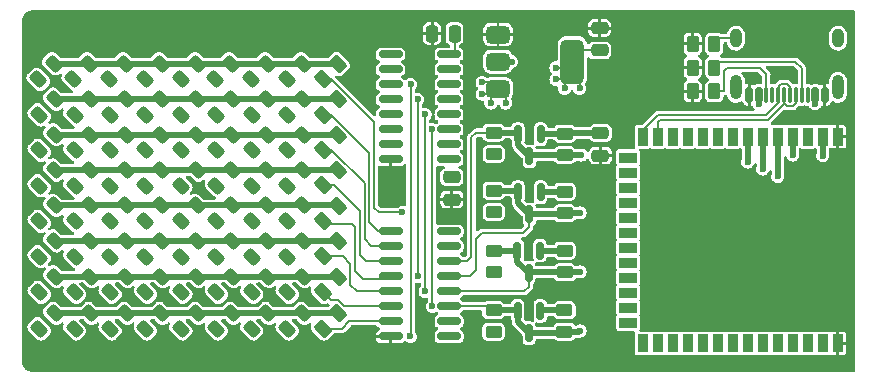
<source format=gbr>
%TF.GenerationSoftware,KiCad,Pcbnew,7.0.11-7.0.11~ubuntu22.04.1*%
%TF.CreationDate,2024-08-16T07:19:45+02:00*%
%TF.ProjectId,Fri3dGadget,46726933-6447-4616-9467-65742e6b6963,rev?*%
%TF.SameCoordinates,Original*%
%TF.FileFunction,Copper,L1,Top*%
%TF.FilePolarity,Positive*%
%FSLAX46Y46*%
G04 Gerber Fmt 4.6, Leading zero omitted, Abs format (unit mm)*
G04 Created by KiCad (PCBNEW 7.0.11-7.0.11~ubuntu22.04.1) date 2024-08-16 07:19:45*
%MOMM*%
%LPD*%
G01*
G04 APERTURE LIST*
G04 Aperture macros list*
%AMRoundRect*
0 Rectangle with rounded corners*
0 $1 Rounding radius*
0 $2 $3 $4 $5 $6 $7 $8 $9 X,Y pos of 4 corners*
0 Add a 4 corners polygon primitive as box body*
4,1,4,$2,$3,$4,$5,$6,$7,$8,$9,$2,$3,0*
0 Add four circle primitives for the rounded corners*
1,1,$1+$1,$2,$3*
1,1,$1+$1,$4,$5*
1,1,$1+$1,$6,$7*
1,1,$1+$1,$8,$9*
0 Add four rect primitives between the rounded corners*
20,1,$1+$1,$2,$3,$4,$5,0*
20,1,$1+$1,$4,$5,$6,$7,0*
20,1,$1+$1,$6,$7,$8,$9,0*
20,1,$1+$1,$8,$9,$2,$3,0*%
G04 Aperture macros list end*
%TA.AperFunction,SMDPad,CuDef*%
%ADD10RoundRect,0.250000X0.262500X0.450000X-0.262500X0.450000X-0.262500X-0.450000X0.262500X-0.450000X0*%
%TD*%
%TA.AperFunction,SMDPad,CuDef*%
%ADD11RoundRect,0.250000X0.450000X-0.262500X0.450000X0.262500X-0.450000X0.262500X-0.450000X-0.262500X0*%
%TD*%
%TA.AperFunction,SMDPad,CuDef*%
%ADD12RoundRect,0.243750X0.150260X-0.494975X0.494975X-0.150260X-0.150260X0.494975X-0.494975X0.150260X0*%
%TD*%
%TA.AperFunction,SMDPad,CuDef*%
%ADD13RoundRect,0.250000X0.132583X-0.503814X0.503814X-0.132583X-0.132583X0.503814X-0.503814X0.132583X0*%
%TD*%
%TA.AperFunction,SMDPad,CuDef*%
%ADD14RoundRect,0.250000X-0.475000X0.250000X-0.475000X-0.250000X0.475000X-0.250000X0.475000X0.250000X0*%
%TD*%
%TA.AperFunction,SMDPad,CuDef*%
%ADD15RoundRect,0.375000X-0.625000X-0.375000X0.625000X-0.375000X0.625000X0.375000X-0.625000X0.375000X0*%
%TD*%
%TA.AperFunction,SMDPad,CuDef*%
%ADD16RoundRect,0.500000X-0.500000X-1.400000X0.500000X-1.400000X0.500000X1.400000X-0.500000X1.400000X0*%
%TD*%
%TA.AperFunction,SMDPad,CuDef*%
%ADD17RoundRect,0.250000X-0.450000X0.262500X-0.450000X-0.262500X0.450000X-0.262500X0.450000X0.262500X0*%
%TD*%
%TA.AperFunction,SMDPad,CuDef*%
%ADD18R,0.900000X1.500000*%
%TD*%
%TA.AperFunction,SMDPad,CuDef*%
%ADD19R,1.500000X0.900000*%
%TD*%
%TA.AperFunction,HeatsinkPad*%
%ADD20C,0.600000*%
%TD*%
%TA.AperFunction,SMDPad,CuDef*%
%ADD21R,3.900000X3.900000*%
%TD*%
%TA.AperFunction,SMDPad,CuDef*%
%ADD22RoundRect,0.150000X-0.150000X0.587500X-0.150000X-0.587500X0.150000X-0.587500X0.150000X0.587500X0*%
%TD*%
%TA.AperFunction,SMDPad,CuDef*%
%ADD23RoundRect,0.250000X0.250000X0.475000X-0.250000X0.475000X-0.250000X-0.475000X0.250000X-0.475000X0*%
%TD*%
%TA.AperFunction,SMDPad,CuDef*%
%ADD24RoundRect,0.150000X-0.825000X-0.150000X0.825000X-0.150000X0.825000X0.150000X-0.825000X0.150000X0*%
%TD*%
%TA.AperFunction,SMDPad,CuDef*%
%ADD25RoundRect,0.150000X0.150000X0.500000X-0.150000X0.500000X-0.150000X-0.500000X0.150000X-0.500000X0*%
%TD*%
%TA.AperFunction,SMDPad,CuDef*%
%ADD26RoundRect,0.075000X0.075000X0.575000X-0.075000X0.575000X-0.075000X-0.575000X0.075000X-0.575000X0*%
%TD*%
%TA.AperFunction,ComponentPad*%
%ADD27O,1.000000X2.100000*%
%TD*%
%TA.AperFunction,ComponentPad*%
%ADD28O,1.000000X1.600000*%
%TD*%
%TA.AperFunction,SMDPad,CuDef*%
%ADD29RoundRect,0.250000X0.475000X-0.250000X0.475000X0.250000X-0.475000X0.250000X-0.475000X-0.250000X0*%
%TD*%
%TA.AperFunction,ViaPad*%
%ADD30C,0.600000*%
%TD*%
%TA.AperFunction,Conductor*%
%ADD31C,0.200000*%
%TD*%
%TA.AperFunction,Conductor*%
%ADD32C,0.500000*%
%TD*%
G04 APERTURE END LIST*
D10*
%TO.P,R3,1*%
%TO.N,Net-(J1-SHIELD)*%
X124762500Y-46000000D03*
%TO.P,R3,2*%
%TO.N,GND*%
X122937500Y-46000000D03*
%TD*%
D11*
%TO.P,R11,1*%
%TO.N,/RCLK*%
X112100000Y-65325000D03*
%TO.P,R11,2*%
%TO.N,+3V3*%
X112100000Y-63500000D03*
%TD*%
D12*
%TO.P,D51,1,K*%
%TO.N,/COL5*%
X79600000Y-67017678D03*
%TO.P,D51,2,A*%
%TO.N,Net-(D35-A)*%
X80925826Y-65691852D03*
%TD*%
D10*
%TO.P,R2,1*%
%TO.N,Net-(J1-CC1)*%
X124762500Y-48000000D03*
%TO.P,R2,2*%
%TO.N,GND*%
X122937500Y-48000000D03*
%TD*%
D13*
%TO.P,R8,1*%
%TO.N,/ROW5*%
X91600000Y-60982322D03*
%TO.P,R8,2*%
%TO.N,Net-(D33-A)*%
X92890470Y-59691852D03*
%TD*%
D12*
%TO.P,D9,1,K*%
%TO.N,/COL1*%
X67600000Y-52000000D03*
%TO.P,D9,2,A*%
%TO.N,Net-(D10-A)*%
X68925826Y-50674174D03*
%TD*%
%TO.P,D41,1,K*%
%TO.N,/COL3*%
X73600000Y-61000000D03*
%TO.P,D41,2,A*%
%TO.N,Net-(D33-A)*%
X74925826Y-59674174D03*
%TD*%
D13*
%TO.P,R15,1*%
%TO.N,/ROW6*%
X91600000Y-63982322D03*
%TO.P,R15,2*%
%TO.N,Net-(D34-A)*%
X92890470Y-62691852D03*
%TD*%
D12*
%TO.P,D36,1,K*%
%TO.N,/COL1*%
X67600000Y-70125826D03*
%TO.P,D36,2,A*%
%TO.N,Net-(D36-A)*%
X68925826Y-68800000D03*
%TD*%
D13*
%TO.P,R6,1*%
%TO.N,/ROW3*%
X91600000Y-54982322D03*
%TO.P,R6,2*%
%TO.N,Net-(D17-A)*%
X92890470Y-53691852D03*
%TD*%
D11*
%TO.P,R17,1*%
%TO.N,/SER*%
X112100000Y-55412500D03*
%TO.P,R17,2*%
%TO.N,+3V3*%
X112100000Y-53587500D03*
%TD*%
D12*
%TO.P,D25,1,K*%
%TO.N,/COL5*%
X79600000Y-55000000D03*
%TO.P,D25,2,A*%
%TO.N,Net-(D17-A)*%
X80925826Y-53674174D03*
%TD*%
D14*
%TO.P,C2,1*%
%TO.N,+5V*%
X102550000Y-57275000D03*
%TO.P,C2,2*%
%TO.N,GND*%
X102550000Y-59175000D03*
%TD*%
D12*
%TO.P,D43,1,K*%
%TO.N,/COL3*%
X73600000Y-67017678D03*
%TO.P,D43,2,A*%
%TO.N,Net-(D35-A)*%
X74925826Y-65691852D03*
%TD*%
D15*
%TO.P,U4,1,GND*%
%TO.N,GND*%
X106450000Y-45200000D03*
%TO.P,U4,2,VO*%
%TO.N,+3V3*%
X106450000Y-47500000D03*
D16*
X112750000Y-47500000D03*
D15*
%TO.P,U4,3,VI*%
%TO.N,+5V*%
X106450000Y-49800000D03*
%TD*%
D12*
%TO.P,D15,1,K*%
%TO.N,/COL7*%
X85600000Y-52000000D03*
%TO.P,D15,2,A*%
%TO.N,Net-(D10-A)*%
X86925826Y-50674174D03*
%TD*%
D13*
%TO.P,R5,1*%
%TO.N,/ROW2*%
X91600000Y-51982322D03*
%TO.P,R5,2*%
%TO.N,Net-(D10-A)*%
X92890470Y-50691852D03*
%TD*%
D12*
%TO.P,D63,1,K*%
%TO.N,/COL8*%
X88600000Y-67017678D03*
%TO.P,D63,2,A*%
%TO.N,Net-(D35-A)*%
X89925826Y-65691852D03*
%TD*%
%TO.P,D10,1,K*%
%TO.N,/COL2*%
X70600000Y-52000000D03*
%TO.P,D10,2,A*%
%TO.N,Net-(D10-A)*%
X71925826Y-50674174D03*
%TD*%
%TO.P,D61,1,K*%
%TO.N,/COL8*%
X88600000Y-61000000D03*
%TO.P,D61,2,A*%
%TO.N,Net-(D33-A)*%
X89925826Y-59674174D03*
%TD*%
%TO.P,D8,1,K*%
%TO.N,/COL8*%
X88600000Y-49000000D03*
%TO.P,D8,2,A*%
%TO.N,Net-(D1-A)*%
X89925826Y-47674174D03*
%TD*%
%TO.P,D38,1,K*%
%TO.N,/COL2*%
X70600000Y-64000000D03*
%TO.P,D38,2,A*%
%TO.N,Net-(D34-A)*%
X71925826Y-62674174D03*
%TD*%
%TO.P,D58,1,K*%
%TO.N,/COL7*%
X85600000Y-64000000D03*
%TO.P,D58,2,A*%
%TO.N,Net-(D34-A)*%
X86925826Y-62674174D03*
%TD*%
%TO.P,D28,1,K*%
%TO.N,/COL6*%
X82600000Y-58000000D03*
%TO.P,D28,2,A*%
%TO.N,Net-(D18-A)*%
X83925826Y-56674174D03*
%TD*%
%TO.P,D7,1,K*%
%TO.N,/COL7*%
X85560000Y-49000000D03*
%TO.P,D7,2,A*%
%TO.N,Net-(D1-A)*%
X86885826Y-47674174D03*
%TD*%
%TO.P,D34,1,K*%
%TO.N,/COL1*%
X67600000Y-64000000D03*
%TO.P,D34,2,A*%
%TO.N,Net-(D34-A)*%
X68925826Y-62674174D03*
%TD*%
%TO.P,D27,1,K*%
%TO.N,/COL6*%
X82600000Y-55000000D03*
%TO.P,D27,2,A*%
%TO.N,Net-(D17-A)*%
X83925826Y-53674174D03*
%TD*%
%TO.P,D62,1,K*%
%TO.N,/COL8*%
X88600000Y-64000000D03*
%TO.P,D62,2,A*%
%TO.N,Net-(D34-A)*%
X89925826Y-62674174D03*
%TD*%
%TO.P,D40,1,K*%
%TO.N,/COL2*%
X70600000Y-70125826D03*
%TO.P,D40,2,A*%
%TO.N,Net-(D36-A)*%
X71925826Y-68800000D03*
%TD*%
%TO.P,D50,1,K*%
%TO.N,/COL5*%
X79600000Y-64000000D03*
%TO.P,D50,2,A*%
%TO.N,Net-(D34-A)*%
X80925826Y-62674174D03*
%TD*%
%TO.P,D48,1,K*%
%TO.N,/COL4*%
X76600000Y-70125826D03*
%TO.P,D48,2,A*%
%TO.N,Net-(D36-A)*%
X77925826Y-68800000D03*
%TD*%
%TO.P,D13,1,K*%
%TO.N,/COL5*%
X79600000Y-52000000D03*
%TO.P,D13,2,A*%
%TO.N,Net-(D10-A)*%
X80925826Y-50674174D03*
%TD*%
%TO.P,D33,1,K*%
%TO.N,/COL1*%
X67600000Y-61000000D03*
%TO.P,D33,2,A*%
%TO.N,Net-(D33-A)*%
X68925826Y-59674174D03*
%TD*%
D10*
%TO.P,R1,1*%
%TO.N,Net-(J1-CC2)*%
X124762500Y-50000000D03*
%TO.P,R1,2*%
%TO.N,GND*%
X122937500Y-50000000D03*
%TD*%
D17*
%TO.P,R14,1*%
%TO.N,/SRCLK*%
X106075000Y-68537500D03*
%TO.P,R14,2*%
%TO.N,+5V*%
X106075000Y-70362500D03*
%TD*%
D12*
%TO.P,D32,1,K*%
%TO.N,/COL8*%
X88600000Y-58000000D03*
%TO.P,D32,2,A*%
%TO.N,Net-(D18-A)*%
X89925826Y-56674174D03*
%TD*%
%TO.P,D19,1,K*%
%TO.N,/COL2*%
X70600000Y-55000000D03*
%TO.P,D19,2,A*%
%TO.N,Net-(D17-A)*%
X71925826Y-53674174D03*
%TD*%
%TO.P,D45,1,K*%
%TO.N,/COL4*%
X76600000Y-61000000D03*
%TO.P,D45,2,A*%
%TO.N,Net-(D33-A)*%
X77925826Y-59674174D03*
%TD*%
%TO.P,D17,1,K*%
%TO.N,/COL1*%
X67600000Y-55000000D03*
%TO.P,D17,2,A*%
%TO.N,Net-(D17-A)*%
X68925826Y-53674174D03*
%TD*%
D14*
%TO.P,C4,1*%
%TO.N,+3V3*%
X115125000Y-53550000D03*
%TO.P,C4,2*%
%TO.N,GND*%
X115125000Y-55450000D03*
%TD*%
D12*
%TO.P,D60,1,K*%
%TO.N,/COL7*%
X85600000Y-70125826D03*
%TO.P,D60,2,A*%
%TO.N,Net-(D36-A)*%
X86925826Y-68800000D03*
%TD*%
D11*
%TO.P,R13,1*%
%TO.N,/SRCLK*%
X112075000Y-70362500D03*
%TO.P,R13,2*%
%TO.N,+3V3*%
X112075000Y-68537500D03*
%TD*%
D12*
%TO.P,D14,1,K*%
%TO.N,/COL6*%
X82600000Y-52000000D03*
%TO.P,D14,2,A*%
%TO.N,Net-(D10-A)*%
X83925826Y-50674174D03*
%TD*%
%TO.P,D22,1,K*%
%TO.N,/COL3*%
X73600000Y-58000000D03*
%TO.P,D22,2,A*%
%TO.N,Net-(D18-A)*%
X74925826Y-56674174D03*
%TD*%
D17*
%TO.P,R12,1*%
%TO.N,/RCLK*%
X106100000Y-63500000D03*
%TO.P,R12,2*%
%TO.N,+5V*%
X106100000Y-65325000D03*
%TD*%
D12*
%TO.P,D5,1,K*%
%TO.N,/COL5*%
X79600000Y-49000000D03*
%TO.P,D5,2,A*%
%TO.N,Net-(D1-A)*%
X80925826Y-47674174D03*
%TD*%
%TO.P,D37,1,K*%
%TO.N,/COL2*%
X70600000Y-61000000D03*
%TO.P,D37,2,A*%
%TO.N,Net-(D33-A)*%
X71925826Y-59674174D03*
%TD*%
%TO.P,D44,1,K*%
%TO.N,/COL3*%
X73600000Y-70125826D03*
%TO.P,D44,2,A*%
%TO.N,Net-(D36-A)*%
X74925826Y-68800000D03*
%TD*%
D18*
%TO.P,U1,1,GND*%
%TO.N,GND*%
X135220000Y-53850000D03*
%TO.P,U1,2,3V3*%
%TO.N,+3V3*%
X133950000Y-53850000D03*
%TO.P,U1,3,EN*%
%TO.N,unconnected-(U1-EN-Pad3)*%
X132680000Y-53850000D03*
%TO.P,U1,4,IO4*%
%TO.N,/SER*%
X131410000Y-53850000D03*
%TO.P,U1,5,IO5*%
%TO.N,/SRCLK*%
X130140000Y-53850000D03*
%TO.P,U1,6,IO6*%
%TO.N,/RCLK*%
X128870000Y-53850000D03*
%TO.P,U1,7,IO7*%
%TO.N,/OE*%
X127600000Y-53850000D03*
%TO.P,U1,8,IO15*%
%TO.N,unconnected-(U1-IO15-Pad8)*%
X126330000Y-53850000D03*
%TO.P,U1,9,IO16*%
%TO.N,unconnected-(U1-IO16-Pad9)*%
X125060000Y-53850000D03*
%TO.P,U1,10,IO17*%
%TO.N,unconnected-(U1-IO17-Pad10)*%
X123790000Y-53850000D03*
%TO.P,U1,11,IO18*%
%TO.N,unconnected-(U1-IO18-Pad11)*%
X122520000Y-53850000D03*
%TO.P,U1,12,IO8*%
%TO.N,unconnected-(U1-IO8-Pad12)*%
X121250000Y-53850000D03*
%TO.P,U1,13,IO19*%
%TO.N,Net-(U1-IO19)*%
X119980000Y-53850000D03*
%TO.P,U1,14,IO20*%
%TO.N,Net-(U1-IO20)*%
X118710000Y-53850000D03*
D19*
%TO.P,U1,15,IO3*%
%TO.N,unconnected-(U1-IO3-Pad15)*%
X117460000Y-55615000D03*
%TO.P,U1,16,IO46*%
%TO.N,unconnected-(U1-IO46-Pad16)*%
X117460000Y-56885000D03*
%TO.P,U1,17,IO9*%
%TO.N,unconnected-(U1-IO9-Pad17)*%
X117460000Y-58155000D03*
%TO.P,U1,18,IO10*%
%TO.N,unconnected-(U1-IO10-Pad18)*%
X117460000Y-59425000D03*
%TO.P,U1,19,IO11*%
%TO.N,unconnected-(U1-IO11-Pad19)*%
X117460000Y-60695000D03*
%TO.P,U1,20,IO12*%
%TO.N,unconnected-(U1-IO12-Pad20)*%
X117460000Y-61965000D03*
%TO.P,U1,21,IO13*%
%TO.N,unconnected-(U1-IO13-Pad21)*%
X117460000Y-63235000D03*
%TO.P,U1,22,IO14*%
%TO.N,unconnected-(U1-IO14-Pad22)*%
X117460000Y-64505000D03*
%TO.P,U1,23,IO21*%
%TO.N,unconnected-(U1-IO21-Pad23)*%
X117460000Y-65775000D03*
%TO.P,U1,24,IO47*%
%TO.N,unconnected-(U1-IO47-Pad24)*%
X117460000Y-67045000D03*
%TO.P,U1,25,IO48*%
%TO.N,unconnected-(U1-IO48-Pad25)*%
X117460000Y-68315000D03*
%TO.P,U1,26,IO45*%
%TO.N,unconnected-(U1-IO45-Pad26)*%
X117460000Y-69585000D03*
D18*
%TO.P,U1,27,IO0*%
%TO.N,unconnected-(U1-IO0-Pad27)*%
X118710000Y-71350000D03*
%TO.P,U1,28,IO35*%
%TO.N,unconnected-(U1-IO35-Pad28)*%
X119980000Y-71350000D03*
%TO.P,U1,29,IO36*%
%TO.N,unconnected-(U1-IO36-Pad29)*%
X121250000Y-71350000D03*
%TO.P,U1,30,IO37*%
%TO.N,unconnected-(U1-IO37-Pad30)*%
X122520000Y-71350000D03*
%TO.P,U1,31,IO38*%
%TO.N,unconnected-(U1-IO38-Pad31)*%
X123790000Y-71350000D03*
%TO.P,U1,32,IO39*%
%TO.N,unconnected-(U1-IO39-Pad32)*%
X125060000Y-71350000D03*
%TO.P,U1,33,IO40*%
%TO.N,unconnected-(U1-IO40-Pad33)*%
X126330000Y-71350000D03*
%TO.P,U1,34,IO41*%
%TO.N,unconnected-(U1-IO41-Pad34)*%
X127600000Y-71350000D03*
%TO.P,U1,35,IO42*%
%TO.N,unconnected-(U1-IO42-Pad35)*%
X128870000Y-71350000D03*
%TO.P,U1,36,RXD0*%
%TO.N,unconnected-(U1-RXD0-Pad36)*%
X130140000Y-71350000D03*
%TO.P,U1,37,TXD0*%
%TO.N,unconnected-(U1-TXD0-Pad37)*%
X131410000Y-71350000D03*
%TO.P,U1,38,IO2*%
%TO.N,unconnected-(U1-IO2-Pad38)*%
X132680000Y-71350000D03*
%TO.P,U1,39,IO1*%
%TO.N,unconnected-(U1-IO1-Pad39)*%
X133950000Y-71350000D03*
%TO.P,U1,40,GND*%
%TO.N,GND*%
X135220000Y-71350000D03*
D20*
%TO.P,U1,41,GND*%
X128200000Y-59700000D03*
X126800000Y-59700000D03*
X128900000Y-60400000D03*
X127500000Y-60400000D03*
X126100000Y-60400000D03*
X128200000Y-61100000D03*
D21*
X127500000Y-61100000D03*
D20*
X126800000Y-61100000D03*
X128900000Y-61800000D03*
X127500000Y-61800000D03*
X126100000Y-61800000D03*
X128200000Y-62500000D03*
X126800000Y-62500000D03*
%TD*%
D12*
%TO.P,D11,1,K*%
%TO.N,/COL3*%
X73600000Y-52000000D03*
%TO.P,D11,2,A*%
%TO.N,Net-(D10-A)*%
X74925826Y-50674174D03*
%TD*%
D22*
%TO.P,Q1,1,G*%
%TO.N,+3V3*%
X110050000Y-58537500D03*
%TO.P,Q1,2,S*%
%TO.N,/OE*%
X108150000Y-58537500D03*
%TO.P,Q1,3,D*%
X109100000Y-60412500D03*
%TD*%
%TO.P,Q5,1,G*%
%TO.N,+3V3*%
X110050000Y-53625000D03*
%TO.P,Q5,2,S*%
%TO.N,/SER*%
X108150000Y-53625000D03*
%TO.P,Q5,3,D*%
X109100000Y-55500000D03*
%TD*%
D12*
%TO.P,D55,1,K*%
%TO.N,/COL6*%
X82600000Y-67017678D03*
%TO.P,D55,2,A*%
%TO.N,Net-(D35-A)*%
X83925826Y-65691852D03*
%TD*%
D17*
%TO.P,R10,1*%
%TO.N,/OE*%
X106100000Y-58412500D03*
%TO.P,R10,2*%
%TO.N,+5V*%
X106100000Y-60237500D03*
%TD*%
D23*
%TO.P,C3,1*%
%TO.N,+5V*%
X102775000Y-45125000D03*
%TO.P,C3,2*%
%TO.N,GND*%
X100875000Y-45125000D03*
%TD*%
D12*
%TO.P,D29,1,K*%
%TO.N,/COL7*%
X85600000Y-55000000D03*
%TO.P,D29,2,A*%
%TO.N,Net-(D17-A)*%
X86925826Y-53674174D03*
%TD*%
%TO.P,D39,1,K*%
%TO.N,/COL2*%
X70600000Y-67017678D03*
%TO.P,D39,2,A*%
%TO.N,Net-(D35-A)*%
X71925826Y-65691852D03*
%TD*%
%TO.P,D47,1,K*%
%TO.N,/COL4*%
X76600000Y-67017678D03*
%TO.P,D47,2,A*%
%TO.N,Net-(D35-A)*%
X77925826Y-65691852D03*
%TD*%
%TO.P,D46,1,K*%
%TO.N,/COL4*%
X76600000Y-64000000D03*
%TO.P,D46,2,A*%
%TO.N,Net-(D34-A)*%
X77925826Y-62674174D03*
%TD*%
%TO.P,D35,1,K*%
%TO.N,/COL1*%
X67600000Y-67017678D03*
%TO.P,D35,2,A*%
%TO.N,Net-(D35-A)*%
X68925826Y-65691852D03*
%TD*%
D22*
%TO.P,Q3,1,G*%
%TO.N,+3V3*%
X110025000Y-68600000D03*
%TO.P,Q3,2,S*%
%TO.N,/SRCLK*%
X108125000Y-68600000D03*
%TO.P,Q3,3,D*%
X109075000Y-70475000D03*
%TD*%
D12*
%TO.P,D6,1,K*%
%TO.N,/COL6*%
X82520000Y-49000000D03*
%TO.P,D6,2,A*%
%TO.N,Net-(D1-A)*%
X83845826Y-47674174D03*
%TD*%
D11*
%TO.P,R9,1*%
%TO.N,/OE*%
X112100000Y-60325000D03*
%TO.P,R9,2*%
%TO.N,+3V3*%
X112100000Y-58500000D03*
%TD*%
D24*
%TO.P,U3,1,QB*%
%TO.N,/COL2*%
X97350000Y-46875000D03*
%TO.P,U3,2,QC*%
%TO.N,/COL3*%
X97350000Y-48145000D03*
%TO.P,U3,3,QD*%
%TO.N,/COL4*%
X97350000Y-49415000D03*
%TO.P,U3,4,QE*%
%TO.N,/COL5*%
X97350000Y-50685000D03*
%TO.P,U3,5,QF*%
%TO.N,/COL6*%
X97350000Y-51955000D03*
%TO.P,U3,6,QG*%
%TO.N,/COL7*%
X97350000Y-53225000D03*
%TO.P,U3,7,QH*%
%TO.N,/COL8*%
X97350000Y-54495000D03*
%TO.P,U3,8,GND*%
%TO.N,GND*%
X97350000Y-55765000D03*
%TO.P,U3,9,QH'*%
%TO.N,unconnected-(U3-QH'-Pad9)*%
X102300000Y-55765000D03*
%TO.P,U3,10,~{SRCLR}*%
%TO.N,+5V*%
X102300000Y-54495000D03*
%TO.P,U3,11,SRCLK*%
%TO.N,/SRCLK*%
X102300000Y-53225000D03*
%TO.P,U3,12,RCLK*%
%TO.N,/RCLK*%
X102300000Y-51955000D03*
%TO.P,U3,13,~{OE}*%
%TO.N,/OE*%
X102300000Y-50685000D03*
%TO.P,U3,14,SER*%
%TO.N,Net-(U2-QH')*%
X102300000Y-49415000D03*
%TO.P,U3,15,QA*%
%TO.N,/COL1*%
X102300000Y-48145000D03*
%TO.P,U3,16,VCC*%
%TO.N,+5V*%
X102300000Y-46875000D03*
%TD*%
D25*
%TO.P,J1,A1,GND*%
%TO.N,GND*%
X134120000Y-50320000D03*
%TO.P,J1,A4,VBUS*%
%TO.N,+5V*%
X133320000Y-50320000D03*
D26*
%TO.P,J1,A5,CC1*%
%TO.N,Net-(J1-CC1)*%
X132170000Y-50320000D03*
%TO.P,J1,A6,D+*%
%TO.N,Net-(U1-IO20)*%
X131170000Y-50320000D03*
%TO.P,J1,A7,D-*%
%TO.N,Net-(U1-IO19)*%
X130670000Y-50320000D03*
%TO.P,J1,A8,SBU1*%
%TO.N,unconnected-(J1-SBU1-PadA8)*%
X129670000Y-50320000D03*
D25*
%TO.P,J1,A9,VBUS*%
%TO.N,+5V*%
X128520000Y-50320000D03*
%TO.P,J1,A12,GND*%
%TO.N,GND*%
X127720000Y-50320000D03*
%TO.P,J1,B1,GND*%
X127720000Y-50320000D03*
%TO.P,J1,B4,VBUS*%
%TO.N,+5V*%
X128520000Y-50320000D03*
D26*
%TO.P,J1,B5,CC2*%
%TO.N,Net-(J1-CC2)*%
X129170000Y-50320000D03*
%TO.P,J1,B6,D+*%
%TO.N,Net-(U1-IO20)*%
X130170000Y-50320000D03*
%TO.P,J1,B7,D-*%
%TO.N,Net-(U1-IO19)*%
X131670000Y-50320000D03*
%TO.P,J1,B8,SBU2*%
%TO.N,unconnected-(J1-SBU2-PadB8)*%
X132670000Y-50320000D03*
D25*
%TO.P,J1,B9,VBUS*%
%TO.N,+5V*%
X133320000Y-50320000D03*
%TO.P,J1,B12,GND*%
%TO.N,GND*%
X134120000Y-50320000D03*
D27*
%TO.P,J1,S1,SHIELD*%
%TO.N,Net-(J1-SHIELD)*%
X135240000Y-49680000D03*
D28*
X135240000Y-45500000D03*
D27*
X126600000Y-49680000D03*
D28*
X126600000Y-45500000D03*
%TD*%
D12*
%TO.P,D26,1,K*%
%TO.N,/COL5*%
X79600000Y-58000000D03*
%TO.P,D26,2,A*%
%TO.N,Net-(D18-A)*%
X80925826Y-56674174D03*
%TD*%
%TO.P,D1,1,K*%
%TO.N,/COL1*%
X67520000Y-49000000D03*
%TO.P,D1,2,A*%
%TO.N,Net-(D1-A)*%
X68845826Y-47674174D03*
%TD*%
%TO.P,D23,1,K*%
%TO.N,/COL4*%
X76600000Y-55000000D03*
%TO.P,D23,2,A*%
%TO.N,Net-(D17-A)*%
X77925826Y-53674174D03*
%TD*%
%TO.P,D24,1,K*%
%TO.N,/COL4*%
X76600000Y-58000000D03*
%TO.P,D24,2,A*%
%TO.N,Net-(D18-A)*%
X77925826Y-56674174D03*
%TD*%
%TO.P,D64,1,K*%
%TO.N,/COL8*%
X88600000Y-70125826D03*
%TO.P,D64,2,A*%
%TO.N,Net-(D36-A)*%
X89925826Y-68800000D03*
%TD*%
%TO.P,D16,1,K*%
%TO.N,/COL8*%
X88600000Y-52000000D03*
%TO.P,D16,2,A*%
%TO.N,Net-(D10-A)*%
X89925826Y-50674174D03*
%TD*%
D13*
%TO.P,R7,1*%
%TO.N,/ROW4*%
X91600000Y-57982322D03*
%TO.P,R7,2*%
%TO.N,Net-(D18-A)*%
X92890470Y-56691852D03*
%TD*%
D22*
%TO.P,Q2,1,G*%
%TO.N,+3V3*%
X110000000Y-63500000D03*
%TO.P,Q2,2,S*%
%TO.N,/RCLK*%
X108100000Y-63500000D03*
%TO.P,Q2,3,D*%
X109050000Y-65375000D03*
%TD*%
D12*
%TO.P,D59,1,K*%
%TO.N,/COL7*%
X85600000Y-67017678D03*
%TO.P,D59,2,A*%
%TO.N,Net-(D35-A)*%
X86925826Y-65691852D03*
%TD*%
%TO.P,D54,1,K*%
%TO.N,/COL6*%
X82600000Y-64000000D03*
%TO.P,D54,2,A*%
%TO.N,Net-(D34-A)*%
X83925826Y-62674174D03*
%TD*%
%TO.P,D12,1,K*%
%TO.N,/COL4*%
X76600000Y-52000000D03*
%TO.P,D12,2,A*%
%TO.N,Net-(D10-A)*%
X77925826Y-50674174D03*
%TD*%
D29*
%TO.P,C1,1*%
%TO.N,+3V3*%
X115050000Y-46550000D03*
%TO.P,C1,2*%
%TO.N,GND*%
X115050000Y-44650000D03*
%TD*%
D12*
%TO.P,D20,1,K*%
%TO.N,/COL2*%
X70600000Y-58000000D03*
%TO.P,D20,2,A*%
%TO.N,Net-(D18-A)*%
X71925826Y-56674174D03*
%TD*%
%TO.P,D42,1,K*%
%TO.N,/COL3*%
X73600000Y-64000000D03*
%TO.P,D42,2,A*%
%TO.N,Net-(D34-A)*%
X74925826Y-62674174D03*
%TD*%
D13*
%TO.P,R19,1*%
%TO.N,/ROW8*%
X91600000Y-70108148D03*
%TO.P,R19,2*%
%TO.N,Net-(D36-A)*%
X92890470Y-68817678D03*
%TD*%
D24*
%TO.P,U2,1,QB*%
%TO.N,/ROW2*%
X97355000Y-61860000D03*
%TO.P,U2,2,QC*%
%TO.N,/ROW3*%
X97355000Y-63130000D03*
%TO.P,U2,3,QD*%
%TO.N,/ROW4*%
X97355000Y-64400000D03*
%TO.P,U2,4,QE*%
%TO.N,/ROW5*%
X97355000Y-65670000D03*
%TO.P,U2,5,QF*%
%TO.N,/ROW6*%
X97355000Y-66940000D03*
%TO.P,U2,6,QG*%
%TO.N,/ROW7*%
X97355000Y-68210000D03*
%TO.P,U2,7,QH*%
%TO.N,/ROW8*%
X97355000Y-69480000D03*
%TO.P,U2,8,GND*%
%TO.N,GND*%
X97355000Y-70750000D03*
%TO.P,U2,9,QH'*%
%TO.N,Net-(U2-QH')*%
X102305000Y-70750000D03*
%TO.P,U2,10,~{SRCLR}*%
%TO.N,+5V*%
X102305000Y-69480000D03*
%TO.P,U2,11,SRCLK*%
%TO.N,/SRCLK*%
X102305000Y-68210000D03*
%TO.P,U2,12,RCLK*%
%TO.N,/RCLK*%
X102305000Y-66940000D03*
%TO.P,U2,13,~{OE}*%
%TO.N,/OE*%
X102305000Y-65670000D03*
%TO.P,U2,14,SER*%
%TO.N,/SER*%
X102305000Y-64400000D03*
%TO.P,U2,15,QA*%
%TO.N,/ROW1*%
X102305000Y-63130000D03*
%TO.P,U2,16,VCC*%
%TO.N,+5V*%
X102305000Y-61860000D03*
%TD*%
D12*
%TO.P,D3,1,K*%
%TO.N,/COL3*%
X73520000Y-49000000D03*
%TO.P,D3,2,A*%
%TO.N,Net-(D1-A)*%
X74845826Y-47674174D03*
%TD*%
%TO.P,D31,1,K*%
%TO.N,/COL8*%
X88600000Y-55000000D03*
%TO.P,D31,2,A*%
%TO.N,Net-(D17-A)*%
X89925826Y-53674174D03*
%TD*%
%TO.P,D53,1,K*%
%TO.N,/COL6*%
X82600000Y-61000000D03*
%TO.P,D53,2,A*%
%TO.N,Net-(D33-A)*%
X83925826Y-59674174D03*
%TD*%
%TO.P,D2,1,K*%
%TO.N,/COL2*%
X70480000Y-49000000D03*
%TO.P,D2,2,A*%
%TO.N,Net-(D1-A)*%
X71805826Y-47674174D03*
%TD*%
%TO.P,D30,1,K*%
%TO.N,/COL7*%
X85600000Y-58000000D03*
%TO.P,D30,2,A*%
%TO.N,Net-(D18-A)*%
X86925826Y-56674174D03*
%TD*%
%TO.P,D56,1,K*%
%TO.N,/COL6*%
X82600000Y-70125826D03*
%TO.P,D56,2,A*%
%TO.N,Net-(D36-A)*%
X83925826Y-68800000D03*
%TD*%
%TO.P,D18,1,K*%
%TO.N,/COL1*%
X67600000Y-58000000D03*
%TO.P,D18,2,A*%
%TO.N,Net-(D18-A)*%
X68925826Y-56674174D03*
%TD*%
D13*
%TO.P,R16,1*%
%TO.N,/ROW7*%
X91600000Y-67000000D03*
%TO.P,R16,2*%
%TO.N,Net-(D35-A)*%
X92890470Y-65709530D03*
%TD*%
D12*
%TO.P,D57,1,K*%
%TO.N,/COL7*%
X85600000Y-61000000D03*
%TO.P,D57,2,A*%
%TO.N,Net-(D33-A)*%
X86925826Y-59674174D03*
%TD*%
%TO.P,D52,1,K*%
%TO.N,/COL5*%
X79600000Y-70125826D03*
%TO.P,D52,2,A*%
%TO.N,Net-(D36-A)*%
X80925826Y-68800000D03*
%TD*%
%TO.P,D4,1,K*%
%TO.N,/COL4*%
X76560000Y-49000000D03*
%TO.P,D4,2,A*%
%TO.N,Net-(D1-A)*%
X77885826Y-47674174D03*
%TD*%
%TO.P,D49,1,K*%
%TO.N,/COL5*%
X79600000Y-61000000D03*
%TO.P,D49,2,A*%
%TO.N,Net-(D33-A)*%
X80925826Y-59674174D03*
%TD*%
D13*
%TO.P,R4,1*%
%TO.N,/ROW1*%
X91600000Y-48982322D03*
%TO.P,R4,2*%
%TO.N,Net-(D1-A)*%
X92890470Y-47691852D03*
%TD*%
D12*
%TO.P,D21,1,K*%
%TO.N,/COL3*%
X73600000Y-55000000D03*
%TO.P,D21,2,A*%
%TO.N,Net-(D17-A)*%
X74925826Y-53674174D03*
%TD*%
D17*
%TO.P,R18,1*%
%TO.N,/SER*%
X106100000Y-53500000D03*
%TO.P,R18,2*%
%TO.N,+5V*%
X106100000Y-55325000D03*
%TD*%
D30*
%TO.N,/COL1*%
X67600000Y-58000000D03*
X67600000Y-49000000D03*
X67600000Y-55000000D03*
X102300000Y-48145000D03*
X67600000Y-67017678D03*
X67600000Y-61000000D03*
X67600000Y-52000000D03*
X67600000Y-64000000D03*
X67600000Y-70125826D03*
%TO.N,/COL2*%
X70600000Y-58000000D03*
X70600000Y-70125826D03*
X70600000Y-64000000D03*
X70600000Y-61000000D03*
X70600000Y-67017678D03*
X97350000Y-46875000D03*
X70600000Y-55000000D03*
X70600000Y-49000000D03*
X70600000Y-52000000D03*
%TO.N,/COL3*%
X73600000Y-58000000D03*
X73600000Y-67017678D03*
X73600000Y-52000000D03*
X73600000Y-49000000D03*
X73600000Y-61000000D03*
X73600000Y-70125826D03*
X97350000Y-48145000D03*
X73600000Y-64000000D03*
X73600000Y-55000000D03*
%TO.N,/COL4*%
X97350000Y-49415000D03*
X76600000Y-58000000D03*
X76600000Y-49000000D03*
X76600000Y-52000000D03*
X76600000Y-70125826D03*
X76600000Y-64000000D03*
X76600000Y-61000000D03*
X76600000Y-55000000D03*
X76600000Y-67017678D03*
%TO.N,/COL5*%
X79600000Y-67017678D03*
X79600000Y-70125826D03*
X79600000Y-55000000D03*
X97350000Y-50685000D03*
X79600000Y-61000000D03*
X79600000Y-58000000D03*
X79600000Y-64000000D03*
X79600000Y-52000000D03*
X79600000Y-49000000D03*
%TO.N,/COL6*%
X82600000Y-64000000D03*
X82600000Y-49000000D03*
X82600000Y-58000000D03*
X82600000Y-52000000D03*
X82600000Y-61000000D03*
X82600000Y-67017678D03*
X82600000Y-70125826D03*
X97350000Y-51955000D03*
X82600000Y-55000000D03*
%TO.N,/COL7*%
X85600000Y-64000000D03*
X85600000Y-67017678D03*
X85600000Y-61000000D03*
X85600000Y-55000000D03*
X85600000Y-70125826D03*
X85600000Y-58000000D03*
X85600000Y-49000000D03*
X97355000Y-53250000D03*
X85600000Y-52000000D03*
%TO.N,/COL8*%
X88600000Y-67017678D03*
X88600000Y-61000000D03*
X88600000Y-64000000D03*
X88600000Y-52000000D03*
X88600000Y-55000000D03*
X88600000Y-58000000D03*
X88600000Y-70125826D03*
X88600000Y-49000000D03*
X97350000Y-54495000D03*
%TO.N,GND*%
X121555477Y-68481750D03*
X134255477Y-60861750D03*
X97350000Y-57700000D03*
X131715477Y-63401750D03*
X134255477Y-48161750D03*
X116475477Y-71021750D03*
X121555477Y-63401750D03*
X121555477Y-45621750D03*
X121555477Y-48161750D03*
X131715477Y-68481750D03*
X126635477Y-68481750D03*
X129175477Y-65941750D03*
X119015477Y-63401750D03*
X124095477Y-63401750D03*
X119015477Y-60861750D03*
X121555477Y-65941750D03*
X119015477Y-48161750D03*
X119015477Y-65941750D03*
X131715477Y-65941750D03*
X93615477Y-71021750D03*
X97350000Y-71700000D03*
X134255477Y-68481750D03*
X134255477Y-58321750D03*
X129175477Y-68481750D03*
X130650000Y-48550000D03*
X68215477Y-45621750D03*
X134255477Y-65941750D03*
X119015477Y-58321750D03*
X126635477Y-58321750D03*
X134255477Y-63401750D03*
X124095477Y-60861750D03*
X126635477Y-65941750D03*
X119015477Y-68481750D03*
X124095477Y-58321750D03*
X124095477Y-65941750D03*
X78375477Y-71021750D03*
X131715477Y-60861750D03*
X108855477Y-50701750D03*
X80915477Y-71021750D03*
X119015477Y-45621750D03*
X131715477Y-58321750D03*
X124095477Y-68481750D03*
X80915477Y-58321750D03*
X97350000Y-56850000D03*
X121555477Y-58321750D03*
X121555477Y-60861750D03*
%TO.N,+5V*%
X102125000Y-57050000D03*
X133298804Y-51052951D03*
X102300000Y-54495000D03*
X106100000Y-60237500D03*
X105100000Y-50250000D03*
X102305000Y-61860000D03*
X106075000Y-70362500D03*
X106100000Y-65325000D03*
X102300000Y-46875000D03*
X128543377Y-51060877D03*
X105850000Y-51000000D03*
X106100000Y-55325000D03*
X105100000Y-49250000D03*
X102305000Y-69480000D03*
X107100000Y-51000000D03*
%TO.N,+3V3*%
X111350000Y-48000000D03*
X113350000Y-49750000D03*
X112100000Y-53587500D03*
X133950000Y-55450000D03*
X111350000Y-49000000D03*
X112075000Y-68537500D03*
X133950000Y-53850000D03*
X112100000Y-49750000D03*
X107600000Y-47500000D03*
X112100000Y-63500000D03*
X112100000Y-58500000D03*
%TO.N,/OE*%
X102300000Y-65662500D03*
X102325000Y-50685000D03*
X99650000Y-50685000D03*
X113400000Y-60300000D03*
X99655000Y-65672500D03*
X127600000Y-56000000D03*
%TO.N,/RCLK*%
X100280000Y-66942500D03*
X113400000Y-65300000D03*
X100280000Y-51955000D03*
X102300000Y-66932500D03*
X102325000Y-51955000D03*
X128870000Y-56600000D03*
%TO.N,/SRCLK*%
X100880000Y-68212500D03*
X100880000Y-53225000D03*
X102300000Y-68202500D03*
X102325000Y-53225000D03*
X130140000Y-57200000D03*
X113400000Y-70300000D03*
%TO.N,/SER*%
X113500000Y-55400000D03*
X131410000Y-55400000D03*
%TO.N,/ROW1*%
X98350000Y-60250000D03*
X102305000Y-63130000D03*
%TO.N,Net-(U2-QH')*%
X102310000Y-70750000D03*
X102325000Y-49415000D03*
X99050000Y-49415000D03*
X99040000Y-70760000D03*
%TD*%
D31*
%TO.N,Net-(U1-IO19)*%
X129338096Y-52400000D02*
X130670000Y-51068096D01*
X131670000Y-51002410D02*
X131402410Y-51270000D01*
X119980000Y-53850000D02*
X119980000Y-52620000D01*
X119980000Y-52620000D02*
X120200000Y-52400000D01*
X130670000Y-51002410D02*
X130670000Y-50320000D01*
X130937590Y-51270000D02*
X130670000Y-51002410D01*
X120200000Y-52400000D02*
X129338096Y-52400000D01*
X131670000Y-50320000D02*
X131670000Y-51002410D01*
X131402410Y-51270000D02*
X130937590Y-51270000D01*
X130670000Y-51068096D02*
X130670000Y-50320000D01*
%TO.N,Net-(U1-IO20)*%
X129172410Y-52000000D02*
X130170000Y-51002410D01*
X118710000Y-53324314D02*
X120034314Y-52000000D01*
X130220000Y-49587590D02*
X130437590Y-49370000D01*
X130902410Y-49370000D02*
X131170000Y-49637590D01*
X130170000Y-51002410D02*
X130170000Y-50320000D01*
X120034314Y-52000000D02*
X129172410Y-52000000D01*
X130220000Y-50952410D02*
X130220000Y-49587590D01*
X118710000Y-53850000D02*
X118710000Y-53324314D01*
X131170000Y-49637590D02*
X131170000Y-50320000D01*
X130437590Y-49370000D02*
X130902410Y-49370000D01*
X129172410Y-52000000D02*
X130220000Y-50952410D01*
D32*
%TO.N,Net-(D1-A)*%
X92855114Y-47674174D02*
X92890470Y-47709530D01*
X89925826Y-47674174D02*
X92855114Y-47674174D01*
X89925826Y-47674174D02*
X68845826Y-47674174D01*
D31*
%TO.N,+5V*%
X106000000Y-50250000D02*
X106450000Y-49800000D01*
X105850000Y-51000000D02*
X105850000Y-50400000D01*
X102775000Y-46875000D02*
X102300000Y-46875000D01*
X107100000Y-50450000D02*
X106450000Y-49800000D01*
X102775000Y-45125000D02*
X102775000Y-46875000D01*
X105100000Y-49250000D02*
X105900000Y-49250000D01*
X107100000Y-51000000D02*
X107100000Y-50450000D01*
X105900000Y-49250000D02*
X106450000Y-49800000D01*
X105100000Y-50250000D02*
X106000000Y-50250000D01*
X105850000Y-50400000D02*
X106450000Y-49800000D01*
%TO.N,Net-(J1-CC1)*%
X132170000Y-48070000D02*
X132170000Y-50320000D01*
X125262500Y-47500000D02*
X131600000Y-47500000D01*
X131600000Y-47500000D02*
X132170000Y-48070000D01*
X124762500Y-48000000D02*
X125262500Y-47500000D01*
%TO.N,Net-(J1-CC2)*%
X124600000Y-49998629D02*
X125575000Y-49998629D01*
X125575000Y-48275000D02*
X125850000Y-48000000D01*
X129170000Y-48570000D02*
X129170000Y-50320000D01*
X128600000Y-48000000D02*
X129170000Y-48570000D01*
X125850000Y-48000000D02*
X128600000Y-48000000D01*
X125575000Y-49998629D02*
X125575000Y-48275000D01*
X124762500Y-50000000D02*
X124762500Y-49498629D01*
%TO.N,Net-(J1-SHIELD)*%
X124762500Y-46000000D02*
X124762500Y-45500000D01*
X125100000Y-45500000D02*
X126600000Y-45500000D01*
D32*
%TO.N,Net-(D10-A)*%
X92855114Y-50674174D02*
X92890470Y-50709530D01*
X68925826Y-50674174D02*
X89925826Y-50674174D01*
X89925826Y-50674174D02*
X92855114Y-50674174D01*
%TO.N,Net-(D17-A)*%
X89925826Y-53674174D02*
X92872792Y-53674174D01*
X85600000Y-53674174D02*
X89925826Y-53674174D01*
X83925826Y-53674174D02*
X85600000Y-53674174D01*
X92872792Y-53674174D02*
X92890470Y-53691852D01*
X85600000Y-53674174D02*
X86925826Y-53674174D01*
X68925826Y-53674174D02*
X76600000Y-53674174D01*
X76600000Y-53674174D02*
X83925826Y-53674174D01*
X76600000Y-53674174D02*
X77925826Y-53674174D01*
%TO.N,Net-(D18-A)*%
X88600000Y-56674174D02*
X89925826Y-56674174D01*
X88617678Y-56691852D02*
X92890470Y-56691852D01*
X88600000Y-56674174D02*
X88617678Y-56691852D01*
X68925826Y-56674174D02*
X77925826Y-56674174D01*
X77925826Y-56674174D02*
X88600000Y-56674174D01*
%TO.N,Net-(D33-A)*%
X68925826Y-59674174D02*
X71925826Y-59674174D01*
X73600000Y-59674174D02*
X76600000Y-59674174D01*
X71925826Y-59674174D02*
X73600000Y-59674174D01*
X76600000Y-59674174D02*
X82600000Y-59674174D01*
X89925826Y-59674174D02*
X92855114Y-59674174D01*
X92855114Y-59674174D02*
X92890470Y-59709530D01*
X73600000Y-59674174D02*
X74925826Y-59674174D01*
X76600000Y-59674174D02*
X77925826Y-59674174D01*
X82600000Y-59674174D02*
X83925826Y-59674174D01*
X82600000Y-59674174D02*
X89925826Y-59674174D01*
%TO.N,Net-(D34-A)*%
X86925826Y-62674174D02*
X89925826Y-62674174D01*
X89925826Y-62674174D02*
X92872792Y-62674174D01*
X74925826Y-62674174D02*
X76600000Y-62674174D01*
X70600000Y-62674174D02*
X71925826Y-62674174D01*
X68925826Y-62674174D02*
X70600000Y-62674174D01*
X80925826Y-62674174D02*
X82600000Y-62674174D01*
X82600000Y-62674174D02*
X86925826Y-62674174D01*
X70600000Y-62674174D02*
X74925826Y-62674174D01*
X82600000Y-62674174D02*
X83925826Y-62674174D01*
X92872792Y-62674174D02*
X92890470Y-62691852D01*
X76600000Y-62674174D02*
X77925826Y-62674174D01*
X76600000Y-62674174D02*
X80925826Y-62674174D01*
%TO.N,Net-(D35-A)*%
X92872792Y-65691852D02*
X92890470Y-65709530D01*
X89925826Y-65691852D02*
X92872792Y-65691852D01*
X80925826Y-65691852D02*
X85600000Y-65691852D01*
X73600000Y-65691852D02*
X83925826Y-65691852D01*
X85600000Y-65691852D02*
X89925826Y-65691852D01*
X68925826Y-65691852D02*
X71925826Y-65691852D01*
X71925826Y-65691852D02*
X73600000Y-65691852D01*
X85600000Y-65691852D02*
X86925826Y-65691852D01*
X73600000Y-65691852D02*
X74925826Y-65691852D01*
%TO.N,Net-(D36-A)*%
X89925826Y-68800000D02*
X92872792Y-68800000D01*
X92872792Y-68800000D02*
X92890470Y-68817678D01*
X68925826Y-68800000D02*
X90262913Y-68800000D01*
%TO.N,+3V3*%
X110087500Y-58500000D02*
X110050000Y-58537500D01*
X110087500Y-53587500D02*
X110050000Y-53625000D01*
X110087500Y-68537500D02*
X110025000Y-68600000D01*
X112100000Y-53587500D02*
X110087500Y-53587500D01*
D31*
X112250000Y-48000000D02*
X112750000Y-47500000D01*
X113700000Y-46550000D02*
X112750000Y-47500000D01*
X113350000Y-48100000D02*
X112750000Y-47500000D01*
D32*
X133950000Y-55450000D02*
X133950000Y-53850000D01*
D31*
X112137500Y-53550000D02*
X112100000Y-53587500D01*
X112100000Y-49750000D02*
X112100000Y-48150000D01*
X112100000Y-48150000D02*
X112750000Y-47500000D01*
X115050000Y-46550000D02*
X113700000Y-46550000D01*
X111350000Y-49000000D02*
X112100000Y-49000000D01*
D32*
X112100000Y-58500000D02*
X110087500Y-58500000D01*
D31*
X111350000Y-48000000D02*
X112250000Y-48000000D01*
X112750000Y-48350000D02*
X112750000Y-47500000D01*
D32*
X115125000Y-53550000D02*
X112137500Y-53550000D01*
D31*
X112100000Y-49000000D02*
X112750000Y-48350000D01*
D32*
X112075000Y-68537500D02*
X110087500Y-68537500D01*
X112100000Y-63500000D02*
X110000000Y-63500000D01*
D31*
X113350000Y-49750000D02*
X113350000Y-48100000D01*
D32*
%TO.N,/OE*%
X113375000Y-60325000D02*
X113400000Y-60300000D01*
D31*
X109100000Y-61500000D02*
X109100000Y-60412500D01*
D32*
X112012500Y-60412500D02*
X112100000Y-60325000D01*
X112100000Y-60325000D02*
X113375000Y-60325000D01*
D31*
X104600000Y-62500000D02*
X105100000Y-62000000D01*
D32*
X106100000Y-58412500D02*
X108025000Y-58412500D01*
X108150000Y-59462500D02*
X109100000Y-60412500D01*
D31*
X104057756Y-65670000D02*
X104600000Y-65127756D01*
X104600000Y-65127756D02*
X104600000Y-62500000D01*
D32*
X109100000Y-60412500D02*
X112012500Y-60412500D01*
D31*
X99650000Y-50685000D02*
X99655000Y-50690000D01*
X102305000Y-65670000D02*
X104057756Y-65670000D01*
D32*
X108150000Y-58537500D02*
X108150000Y-59462500D01*
D31*
X105100000Y-62000000D02*
X108600000Y-62000000D01*
D32*
X108025000Y-58412500D02*
X108150000Y-58537500D01*
D31*
X99655000Y-50690000D02*
X99655000Y-65672500D01*
X108600000Y-62000000D02*
X109100000Y-61500000D01*
D32*
X127600000Y-56000000D02*
X127600000Y-53850000D01*
D31*
%TO.N,/RCLK*%
X102040000Y-66942500D02*
X102530000Y-66802500D01*
D32*
X108100000Y-64425000D02*
X109050000Y-65375000D01*
D31*
X109050000Y-66550000D02*
X109050000Y-65375000D01*
D32*
X128870000Y-56600000D02*
X128870000Y-53850000D01*
X108100000Y-63500000D02*
X108100000Y-64425000D01*
X113375000Y-65325000D02*
X113400000Y-65300000D01*
X112100000Y-65325000D02*
X113375000Y-65325000D01*
D31*
X102180000Y-66942500D02*
X102040000Y-66942500D01*
D32*
X109100000Y-65325000D02*
X109050000Y-65375000D01*
D31*
X100280000Y-66942500D02*
X100280000Y-51955000D01*
X108660000Y-66940000D02*
X109050000Y-66550000D01*
X102305000Y-66940000D02*
X108660000Y-66940000D01*
D32*
X112100000Y-65325000D02*
X109100000Y-65325000D01*
X106100000Y-63500000D02*
X108100000Y-63500000D01*
%TO.N,/SRCLK*%
X130140000Y-57200000D02*
X130140000Y-53850000D01*
D31*
X102305000Y-68210000D02*
X105747500Y-68210000D01*
X102165000Y-68212500D02*
X102405000Y-68227500D01*
D32*
X111962500Y-70475000D02*
X112075000Y-70362500D01*
X108125000Y-69525000D02*
X109075000Y-70475000D01*
D31*
X102180000Y-68212500D02*
X102165000Y-68212500D01*
D32*
X108062500Y-68537500D02*
X108125000Y-68600000D01*
X113337500Y-70362500D02*
X113400000Y-70300000D01*
X106075000Y-68537500D02*
X108062500Y-68537500D01*
X112075000Y-70362500D02*
X113337500Y-70362500D01*
X109075000Y-70475000D02*
X111962500Y-70475000D01*
D31*
X100880000Y-53225000D02*
X100880000Y-68212500D01*
D32*
X108125000Y-68600000D02*
X108125000Y-69525000D01*
D31*
X102405000Y-68227500D02*
X102195000Y-68212500D01*
X105747500Y-68210000D02*
X106075000Y-68537500D01*
%TO.N,/SER*%
X102455000Y-64252500D02*
X102330000Y-64402500D01*
D32*
X112100000Y-55412500D02*
X113487500Y-55412500D01*
D31*
X104600000Y-53500000D02*
X106100000Y-53500000D01*
X103800000Y-64400000D02*
X104200000Y-64000000D01*
D32*
X108025000Y-53500000D02*
X108150000Y-53625000D01*
X109187500Y-55412500D02*
X109100000Y-55500000D01*
D31*
X104200000Y-53900000D02*
X104600000Y-53500000D01*
X102305000Y-64400000D02*
X103800000Y-64400000D01*
X104200000Y-64000000D02*
X104200000Y-53900000D01*
D32*
X108150000Y-53625000D02*
X108150000Y-54550000D01*
X108150000Y-54550000D02*
X109100000Y-55500000D01*
D31*
X102030000Y-64402500D02*
X102455000Y-64252500D01*
D32*
X106100000Y-53500000D02*
X108025000Y-53500000D01*
X113487500Y-55412500D02*
X113500000Y-55400000D01*
D31*
X102180000Y-64402500D02*
X102030000Y-64402500D01*
D32*
X112100000Y-55412500D02*
X109187500Y-55412500D01*
X131410000Y-55400000D02*
X131410000Y-53850000D01*
D31*
%TO.N,/ROW1*%
X95949181Y-52601513D02*
X95949181Y-59849181D01*
X96350000Y-60250000D02*
X98350000Y-60250000D01*
X95949181Y-59849181D02*
X96350000Y-60250000D01*
X91600000Y-48982322D02*
X92329990Y-48982322D01*
X92329990Y-48982322D02*
X95949181Y-52601513D01*
%TO.N,/ROW2*%
X92329990Y-51982322D02*
X95549181Y-55201513D01*
X95549181Y-55201513D02*
X95549181Y-61099590D01*
X91600000Y-51982322D02*
X92329990Y-51982322D01*
X96309591Y-61860000D02*
X97355000Y-61860000D01*
X95549181Y-61099590D02*
X96309591Y-61860000D01*
%TO.N,/ROW3*%
X92329990Y-54982322D02*
X95149181Y-57801513D01*
X95149181Y-57801513D02*
X95149181Y-62549181D01*
X95149181Y-62549181D02*
X95730000Y-63130000D01*
X95730000Y-63130000D02*
X97355000Y-63130000D01*
X91600000Y-54982322D02*
X92329990Y-54982322D01*
%TO.N,/ROW4*%
X92582322Y-57982322D02*
X94749181Y-60149181D01*
X95250000Y-64400000D02*
X97425001Y-64400000D01*
X94749181Y-63899181D02*
X95250000Y-64400000D01*
X94749181Y-60149181D02*
X94749181Y-63899181D01*
X91600000Y-57982322D02*
X92582322Y-57982322D01*
X97355000Y-64400000D02*
X96380001Y-64400000D01*
%TO.N,/ROW5*%
X91600000Y-60982322D02*
X91867678Y-61250000D01*
X94349181Y-65249181D02*
X95005000Y-65905000D01*
X94100000Y-61250000D02*
X94349181Y-61499181D01*
X97355000Y-65670000D02*
X96477668Y-65670000D01*
X95005000Y-65905000D02*
X97757668Y-65905000D01*
X91867678Y-61250000D02*
X94100000Y-61250000D01*
X94349181Y-61499181D02*
X94349181Y-65249181D01*
%TO.N,/ROW6*%
X93949181Y-66409181D02*
X94480000Y-66940000D01*
X94480000Y-66940000D02*
X97355000Y-66940000D01*
X93949181Y-64599181D02*
X93949181Y-66409181D01*
X93332322Y-63982322D02*
X93949181Y-64599181D01*
X91600000Y-63982322D02*
X93332322Y-63982322D01*
%TO.N,/ROW7*%
X91992903Y-67000000D02*
X91600000Y-67000000D01*
X93431842Y-68210000D02*
X97355000Y-68210000D01*
X91600000Y-67000000D02*
X92300000Y-67700000D01*
X92921842Y-67700000D02*
X93431842Y-68210000D01*
X92300000Y-67700000D02*
X92921842Y-67700000D01*
%TO.N,/ROW8*%
X97355000Y-69480000D02*
X93871301Y-69480000D01*
X93871301Y-69480000D02*
X93243153Y-70108148D01*
X93243153Y-70108148D02*
X91600000Y-70108148D01*
%TO.N,Net-(U2-QH')*%
X99040000Y-70760000D02*
X99050000Y-70750000D01*
X99050000Y-70750000D02*
X99050000Y-49415000D01*
%TD*%
%TA.AperFunction,Conductor*%
%TO.N,GND*%
G36*
X130100000Y-63550000D02*
G01*
X125000000Y-63550000D01*
X125000000Y-58700000D01*
X130100000Y-58700000D01*
X130100000Y-63550000D01*
G37*
%TD.AperFunction*%
%TD*%
%TA.AperFunction,Conductor*%
%TO.N,GND*%
G36*
X131470495Y-47870185D02*
G01*
X131491137Y-47886819D01*
X131783181Y-48178862D01*
X131816666Y-48240185D01*
X131819500Y-48266543D01*
X131819500Y-49295500D01*
X131799815Y-49362539D01*
X131747011Y-49408294D01*
X131695501Y-49419500D01*
X131556864Y-49419500D01*
X131521389Y-49424170D01*
X131452354Y-49413401D01*
X131421227Y-49392459D01*
X131414590Y-49386350D01*
X131410914Y-49382822D01*
X131185047Y-49156955D01*
X131168921Y-49137098D01*
X131163847Y-49129331D01*
X131140934Y-49111497D01*
X131130658Y-49102422D01*
X131129719Y-49101627D01*
X131129717Y-49101625D01*
X131114061Y-49090447D01*
X131109954Y-49087385D01*
X131074037Y-49059430D01*
X131071536Y-49057483D01*
X131071534Y-49057482D01*
X131065050Y-49053973D01*
X131058477Y-49050759D01*
X131011819Y-49036868D01*
X131006942Y-49035306D01*
X130960894Y-49019498D01*
X130953697Y-49018297D01*
X130946361Y-49017382D01*
X130897742Y-49019394D01*
X130892617Y-49019500D01*
X130486801Y-49019500D01*
X130461355Y-49016861D01*
X130452275Y-49014957D01*
X130452274Y-49014957D01*
X130452273Y-49014957D01*
X130423467Y-49018548D01*
X130409801Y-49019396D01*
X130408555Y-49019499D01*
X130389550Y-49022669D01*
X130384493Y-49023405D01*
X130336197Y-49029426D01*
X130329160Y-49031520D01*
X130322209Y-49033907D01*
X130279399Y-49057074D01*
X130274848Y-49059417D01*
X130231103Y-49080804D01*
X130225110Y-49085081D01*
X130219336Y-49089577D01*
X130186349Y-49125409D01*
X130182802Y-49129105D01*
X130006955Y-49304951D01*
X129987106Y-49321072D01*
X129979331Y-49326152D01*
X129961499Y-49349062D01*
X129952394Y-49359374D01*
X129951624Y-49360284D01*
X129941770Y-49374085D01*
X129886793Y-49417205D01*
X129824671Y-49424967D01*
X129783141Y-49419500D01*
X129644500Y-49419500D01*
X129577461Y-49399815D01*
X129531706Y-49347011D01*
X129520500Y-49295500D01*
X129520500Y-48619211D01*
X129523139Y-48593764D01*
X129523272Y-48593131D01*
X129525043Y-48584685D01*
X129521452Y-48555877D01*
X129520602Y-48542192D01*
X129520501Y-48540970D01*
X129520500Y-48540964D01*
X129520500Y-48540960D01*
X129517330Y-48521966D01*
X129516595Y-48516918D01*
X129514548Y-48500500D01*
X129510573Y-48468607D01*
X129508475Y-48461561D01*
X129506092Y-48454619D01*
X129482925Y-48411810D01*
X129480580Y-48407253D01*
X129459200Y-48363521D01*
X129459199Y-48363520D01*
X129459198Y-48363517D01*
X129459195Y-48363514D01*
X129454929Y-48357538D01*
X129450420Y-48351746D01*
X129450418Y-48351742D01*
X129414588Y-48318758D01*
X129410891Y-48315210D01*
X129157863Y-48062181D01*
X129124378Y-48000858D01*
X129129362Y-47931166D01*
X129171234Y-47875233D01*
X129236698Y-47850816D01*
X129245544Y-47850500D01*
X131403456Y-47850500D01*
X131470495Y-47870185D01*
G37*
%TD.AperFunction*%
%TA.AperFunction,Conductor*%
G36*
X97418039Y-55659685D02*
G01*
X97463794Y-55712489D01*
X97475000Y-55764000D01*
X97475000Y-56314999D01*
X98206479Y-56314999D01*
X98300149Y-56300164D01*
X98300155Y-56300162D01*
X98413041Y-56242643D01*
X98413050Y-56242636D01*
X98487819Y-56167868D01*
X98549142Y-56134383D01*
X98618834Y-56139367D01*
X98674767Y-56181239D01*
X98699184Y-56246703D01*
X98699500Y-56255549D01*
X98699500Y-59613332D01*
X98679815Y-59680371D01*
X98627011Y-59726126D01*
X98557853Y-59736070D01*
X98528049Y-59727894D01*
X98523781Y-59726126D01*
X98493709Y-59713670D01*
X98389877Y-59700000D01*
X98350001Y-59694750D01*
X98349999Y-59694750D01*
X98206291Y-59713670D01*
X98206287Y-59713671D01*
X98072377Y-59769137D01*
X97957372Y-59857384D01*
X97951628Y-59863129D01*
X97949111Y-59860612D01*
X97905817Y-59892203D01*
X97863908Y-59899500D01*
X96546543Y-59899500D01*
X96479504Y-59879815D01*
X96458867Y-59863185D01*
X96335998Y-59740316D01*
X96302515Y-59678995D01*
X96299681Y-59652637D01*
X96299681Y-56429484D01*
X96319366Y-56362445D01*
X96372170Y-56316690D01*
X96441328Y-56306746D01*
X96443081Y-56307011D01*
X96493517Y-56314999D01*
X97224999Y-56314999D01*
X97225000Y-56314998D01*
X97225000Y-55764000D01*
X97244685Y-55696961D01*
X97297489Y-55651206D01*
X97349000Y-55640000D01*
X97351000Y-55640000D01*
X97418039Y-55659685D01*
G37*
%TD.AperFunction*%
%TA.AperFunction,Conductor*%
G36*
X80398313Y-57194359D02*
G01*
X80418955Y-57210993D01*
X80760024Y-57552061D01*
X80806127Y-57589214D01*
X80806128Y-57589214D01*
X80806129Y-57589215D01*
X80935405Y-57648253D01*
X80935406Y-57648253D01*
X80935408Y-57648254D01*
X81076086Y-57668481D01*
X81216764Y-57648254D01*
X81216766Y-57648253D01*
X81346039Y-57589217D01*
X81346040Y-57589216D01*
X81346045Y-57589214D01*
X81392148Y-57552062D01*
X81468401Y-57475807D01*
X81529721Y-57442325D01*
X81599413Y-57447309D01*
X81655347Y-57489180D01*
X81679764Y-57554644D01*
X81668875Y-57615002D01*
X81625919Y-57709062D01*
X81605693Y-57849740D01*
X81625920Y-57990419D01*
X81625920Y-57990420D01*
X81684956Y-58119693D01*
X81684961Y-58119700D01*
X81709587Y-58150260D01*
X81722112Y-58165802D01*
X82434198Y-58877887D01*
X82461638Y-58900000D01*
X82480301Y-58915040D01*
X82528124Y-58936880D01*
X82580927Y-58982635D01*
X82600612Y-59049674D01*
X82580927Y-59116714D01*
X82528123Y-59162468D01*
X82476612Y-59173674D01*
X81520378Y-59173674D01*
X81453339Y-59153989D01*
X81432697Y-59137355D01*
X81091631Y-58796290D01*
X81091628Y-58796287D01*
X81045525Y-58759134D01*
X81045523Y-58759133D01*
X81045522Y-58759132D01*
X80916246Y-58700094D01*
X80775566Y-58679867D01*
X80634888Y-58700093D01*
X80540826Y-58743050D01*
X80471667Y-58752993D01*
X80408112Y-58723967D01*
X80370338Y-58665189D01*
X80370338Y-58595319D01*
X80401630Y-58542578D01*
X80477887Y-58466322D01*
X80515040Y-58420219D01*
X80574080Y-58290938D01*
X80594307Y-58150260D01*
X80574080Y-58009582D01*
X80566140Y-57992195D01*
X80515043Y-57880306D01*
X80515041Y-57880303D01*
X80515040Y-57880301D01*
X80477888Y-57834198D01*
X80030043Y-57386354D01*
X79996559Y-57325032D01*
X80001543Y-57255341D01*
X80043414Y-57199407D01*
X80108879Y-57174990D01*
X80117725Y-57174674D01*
X80331274Y-57174674D01*
X80398313Y-57194359D01*
G37*
%TD.AperFunction*%
%TA.AperFunction,Conductor*%
G36*
X136653039Y-43174823D02*
G01*
X136698794Y-43227627D01*
X136710000Y-43279138D01*
X136710000Y-73625500D01*
X136690315Y-73692539D01*
X136637511Y-73738294D01*
X136586000Y-73749500D01*
X67006092Y-73749500D01*
X66993938Y-73748903D01*
X66847325Y-73734463D01*
X66823484Y-73729721D01*
X66688361Y-73688732D01*
X66665904Y-73679430D01*
X66541376Y-73612870D01*
X66521164Y-73599365D01*
X66412013Y-73509789D01*
X66394825Y-73492601D01*
X66305249Y-73383455D01*
X66291744Y-73363245D01*
X66260846Y-73305443D01*
X66225176Y-73238712D01*
X66215877Y-73216263D01*
X66174882Y-73081132D01*
X66170142Y-73057305D01*
X66155735Y-72911067D01*
X66155138Y-72898910D01*
X66155138Y-69975566D01*
X66605693Y-69975566D01*
X66625920Y-70116245D01*
X66625920Y-70116246D01*
X66684956Y-70245519D01*
X66684961Y-70245526D01*
X66717173Y-70285500D01*
X66722112Y-70291628D01*
X67434198Y-71003713D01*
X67480301Y-71040866D01*
X67480302Y-71040866D01*
X67480303Y-71040867D01*
X67609579Y-71099905D01*
X67609580Y-71099905D01*
X67609582Y-71099906D01*
X67750260Y-71120133D01*
X67890938Y-71099906D01*
X67890940Y-71099905D01*
X68020213Y-71040869D01*
X68020214Y-71040868D01*
X68020219Y-71040866D01*
X68066322Y-71003714D01*
X68477887Y-70592148D01*
X68515040Y-70546045D01*
X68574080Y-70416764D01*
X68594307Y-70276086D01*
X68574080Y-70135408D01*
X68572861Y-70132739D01*
X68515043Y-70006132D01*
X68515041Y-70006129D01*
X68515040Y-70006127D01*
X68477888Y-69960024D01*
X67765802Y-69247939D01*
X67719699Y-69210786D01*
X67719697Y-69210785D01*
X67719696Y-69210784D01*
X67590420Y-69151746D01*
X67449740Y-69131519D01*
X67309060Y-69151746D01*
X67309059Y-69151746D01*
X67179786Y-69210782D01*
X67179779Y-69210787D01*
X67133679Y-69247936D01*
X67133675Y-69247940D01*
X66722116Y-69659500D01*
X66722110Y-69659507D01*
X66684958Y-69705609D01*
X66625920Y-69834885D01*
X66625920Y-69834886D01*
X66605693Y-69975566D01*
X66155138Y-69975566D01*
X66155138Y-66867418D01*
X66605693Y-66867418D01*
X66625920Y-67008097D01*
X66625920Y-67008098D01*
X66684956Y-67137371D01*
X66684961Y-67137378D01*
X66721502Y-67182724D01*
X66722112Y-67183480D01*
X67434198Y-67895565D01*
X67480301Y-67932718D01*
X67480302Y-67932718D01*
X67480303Y-67932719D01*
X67609579Y-67991757D01*
X67609580Y-67991757D01*
X67609582Y-67991758D01*
X67750260Y-68011985D01*
X67890938Y-67991758D01*
X67890940Y-67991757D01*
X68020213Y-67932721D01*
X68020214Y-67932720D01*
X68020219Y-67932718D01*
X68066322Y-67895566D01*
X68477887Y-67484000D01*
X68515040Y-67437897D01*
X68574080Y-67308616D01*
X68594307Y-67167938D01*
X68574080Y-67027260D01*
X68566140Y-67009873D01*
X68515043Y-66897984D01*
X68515041Y-66897981D01*
X68515040Y-66897979D01*
X68477888Y-66851876D01*
X67765802Y-66139791D01*
X67719699Y-66102638D01*
X67719697Y-66102637D01*
X67719696Y-66102636D01*
X67590420Y-66043598D01*
X67449740Y-66023371D01*
X67309060Y-66043598D01*
X67309059Y-66043598D01*
X67179786Y-66102634D01*
X67179779Y-66102639D01*
X67133679Y-66139788D01*
X67133675Y-66139792D01*
X66722116Y-66551352D01*
X66722110Y-66551359D01*
X66684958Y-66597461D01*
X66625920Y-66726737D01*
X66625920Y-66726738D01*
X66605693Y-66867418D01*
X66155138Y-66867418D01*
X66155138Y-63849740D01*
X66605693Y-63849740D01*
X66625920Y-63990419D01*
X66625920Y-63990420D01*
X66684956Y-64119693D01*
X66684959Y-64119697D01*
X66684960Y-64119699D01*
X66685241Y-64120048D01*
X66709587Y-64150260D01*
X66722112Y-64165802D01*
X67434198Y-64877887D01*
X67480301Y-64915040D01*
X67480302Y-64915040D01*
X67480303Y-64915041D01*
X67609579Y-64974079D01*
X67609580Y-64974079D01*
X67609582Y-64974080D01*
X67750260Y-64994307D01*
X67890938Y-64974080D01*
X68017537Y-64916264D01*
X68086694Y-64906321D01*
X68150249Y-64935346D01*
X68188024Y-64994124D01*
X68188024Y-65063993D01*
X68156729Y-65116740D01*
X68047935Y-65225534D01*
X68010784Y-65271635D01*
X67951746Y-65400911D01*
X67951746Y-65400912D01*
X67931519Y-65541592D01*
X67951746Y-65682271D01*
X67951746Y-65682272D01*
X68010782Y-65811545D01*
X68010787Y-65811552D01*
X68046000Y-65855250D01*
X68047938Y-65857654D01*
X68760024Y-66569739D01*
X68806127Y-66606892D01*
X68806128Y-66606892D01*
X68806129Y-66606893D01*
X68935405Y-66665931D01*
X68935406Y-66665931D01*
X68935408Y-66665932D01*
X69076086Y-66686159D01*
X69216764Y-66665932D01*
X69216766Y-66665931D01*
X69219079Y-66664875D01*
X69276346Y-66638722D01*
X69346039Y-66606895D01*
X69346040Y-66606894D01*
X69346045Y-66606892D01*
X69392148Y-66569740D01*
X69468401Y-66493485D01*
X69529721Y-66460003D01*
X69599413Y-66464987D01*
X69655347Y-66506858D01*
X69679764Y-66572322D01*
X69668875Y-66632680D01*
X69625919Y-66726740D01*
X69605693Y-66867418D01*
X69625920Y-67008097D01*
X69625920Y-67008098D01*
X69684956Y-67137371D01*
X69684961Y-67137378D01*
X69721502Y-67182724D01*
X69722112Y-67183480D01*
X70434198Y-67895565D01*
X70480301Y-67932718D01*
X70480302Y-67932718D01*
X70480303Y-67932719D01*
X70609579Y-67991757D01*
X70609580Y-67991757D01*
X70609582Y-67991758D01*
X70750260Y-68011985D01*
X70890938Y-67991758D01*
X70890940Y-67991757D01*
X71020213Y-67932721D01*
X71020214Y-67932720D01*
X71020219Y-67932718D01*
X71066322Y-67895566D01*
X71477887Y-67484000D01*
X71515040Y-67437897D01*
X71574080Y-67308616D01*
X71594307Y-67167938D01*
X71574080Y-67027260D01*
X71566140Y-67009873D01*
X71515043Y-66897984D01*
X71515041Y-66897981D01*
X71515040Y-66897979D01*
X71477888Y-66851876D01*
X71030043Y-66404032D01*
X70996559Y-66342710D01*
X71001543Y-66273019D01*
X71043414Y-66217085D01*
X71108879Y-66192668D01*
X71117725Y-66192352D01*
X71331274Y-66192352D01*
X71398313Y-66212037D01*
X71418955Y-66228671D01*
X71594318Y-66404033D01*
X71760024Y-66569739D01*
X71806127Y-66606892D01*
X71806128Y-66606892D01*
X71806129Y-66606893D01*
X71935405Y-66665931D01*
X71935406Y-66665931D01*
X71935408Y-66665932D01*
X72076086Y-66686159D01*
X72216764Y-66665932D01*
X72216766Y-66665931D01*
X72219079Y-66664875D01*
X72276346Y-66638722D01*
X72346039Y-66606895D01*
X72346040Y-66606894D01*
X72346045Y-66606892D01*
X72392148Y-66569740D01*
X72468401Y-66493485D01*
X72529721Y-66460003D01*
X72599413Y-66464987D01*
X72655347Y-66506858D01*
X72679764Y-66572322D01*
X72668875Y-66632680D01*
X72625919Y-66726740D01*
X72605693Y-66867418D01*
X72625920Y-67008097D01*
X72625920Y-67008098D01*
X72684956Y-67137371D01*
X72684961Y-67137378D01*
X72721502Y-67182724D01*
X72722112Y-67183480D01*
X73434198Y-67895565D01*
X73480301Y-67932718D01*
X73480302Y-67932718D01*
X73480303Y-67932719D01*
X73609579Y-67991757D01*
X73609580Y-67991757D01*
X73609582Y-67991758D01*
X73750260Y-68011985D01*
X73890938Y-67991758D01*
X73890940Y-67991757D01*
X74020213Y-67932721D01*
X74020214Y-67932720D01*
X74020219Y-67932718D01*
X74066322Y-67895566D01*
X74477887Y-67484000D01*
X74515040Y-67437897D01*
X74574080Y-67308616D01*
X74594307Y-67167938D01*
X74574080Y-67027260D01*
X74566140Y-67009873D01*
X74515043Y-66897984D01*
X74515041Y-66897981D01*
X74515040Y-66897979D01*
X74477888Y-66851876D01*
X74030043Y-66404032D01*
X73996559Y-66342710D01*
X74001543Y-66273019D01*
X74043414Y-66217085D01*
X74108879Y-66192668D01*
X74117725Y-66192352D01*
X74331274Y-66192352D01*
X74398313Y-66212037D01*
X74418955Y-66228671D01*
X74594318Y-66404033D01*
X74760024Y-66569739D01*
X74806127Y-66606892D01*
X74806128Y-66606892D01*
X74806129Y-66606893D01*
X74935405Y-66665931D01*
X74935406Y-66665931D01*
X74935408Y-66665932D01*
X75076086Y-66686159D01*
X75216764Y-66665932D01*
X75216766Y-66665931D01*
X75219079Y-66664875D01*
X75276346Y-66638722D01*
X75346039Y-66606895D01*
X75346040Y-66606894D01*
X75346045Y-66606892D01*
X75392148Y-66569740D01*
X75468401Y-66493485D01*
X75529721Y-66460003D01*
X75599413Y-66464987D01*
X75655347Y-66506858D01*
X75679764Y-66572322D01*
X75668875Y-66632680D01*
X75625919Y-66726740D01*
X75605693Y-66867418D01*
X75625920Y-67008097D01*
X75625920Y-67008098D01*
X75684956Y-67137371D01*
X75684961Y-67137378D01*
X75721502Y-67182724D01*
X75722112Y-67183480D01*
X76434198Y-67895565D01*
X76480301Y-67932718D01*
X76480302Y-67932718D01*
X76480303Y-67932719D01*
X76609579Y-67991757D01*
X76609580Y-67991757D01*
X76609582Y-67991758D01*
X76750260Y-68011985D01*
X76890938Y-67991758D01*
X76890940Y-67991757D01*
X77020213Y-67932721D01*
X77020214Y-67932720D01*
X77020219Y-67932718D01*
X77066322Y-67895566D01*
X77477887Y-67484000D01*
X77515040Y-67437897D01*
X77574080Y-67308616D01*
X77594307Y-67167938D01*
X77574080Y-67027260D01*
X77566140Y-67009873D01*
X77515043Y-66897984D01*
X77515041Y-66897981D01*
X77515040Y-66897979D01*
X77477888Y-66851876D01*
X77030043Y-66404032D01*
X76996559Y-66342710D01*
X77001543Y-66273019D01*
X77043414Y-66217085D01*
X77108879Y-66192668D01*
X77117725Y-66192352D01*
X77331274Y-66192352D01*
X77398313Y-66212037D01*
X77418955Y-66228671D01*
X77594318Y-66404033D01*
X77760024Y-66569739D01*
X77806127Y-66606892D01*
X77806128Y-66606892D01*
X77806129Y-66606893D01*
X77935405Y-66665931D01*
X77935406Y-66665931D01*
X77935408Y-66665932D01*
X78076086Y-66686159D01*
X78216764Y-66665932D01*
X78216766Y-66665931D01*
X78219079Y-66664875D01*
X78276346Y-66638722D01*
X78346039Y-66606895D01*
X78346040Y-66606894D01*
X78346045Y-66606892D01*
X78392148Y-66569740D01*
X78468401Y-66493485D01*
X78529721Y-66460003D01*
X78599413Y-66464987D01*
X78655347Y-66506858D01*
X78679764Y-66572322D01*
X78668875Y-66632680D01*
X78625919Y-66726740D01*
X78605693Y-66867418D01*
X78625920Y-67008097D01*
X78625920Y-67008098D01*
X78684956Y-67137371D01*
X78684961Y-67137378D01*
X78721502Y-67182724D01*
X78722112Y-67183480D01*
X79434198Y-67895565D01*
X79480301Y-67932718D01*
X79480302Y-67932718D01*
X79480303Y-67932719D01*
X79609579Y-67991757D01*
X79609580Y-67991757D01*
X79609582Y-67991758D01*
X79750260Y-68011985D01*
X79890938Y-67991758D01*
X79890940Y-67991757D01*
X80020213Y-67932721D01*
X80020214Y-67932720D01*
X80020219Y-67932718D01*
X80066322Y-67895566D01*
X80477887Y-67484000D01*
X80515040Y-67437897D01*
X80574080Y-67308616D01*
X80594307Y-67167938D01*
X80574080Y-67027260D01*
X80566140Y-67009873D01*
X80515043Y-66897984D01*
X80515041Y-66897981D01*
X80515040Y-66897979D01*
X80477888Y-66851876D01*
X80030043Y-66404032D01*
X79996559Y-66342710D01*
X80001543Y-66273019D01*
X80043414Y-66217085D01*
X80108879Y-66192668D01*
X80117725Y-66192352D01*
X80331274Y-66192352D01*
X80398313Y-66212037D01*
X80418955Y-66228671D01*
X80594318Y-66404033D01*
X80760024Y-66569739D01*
X80806127Y-66606892D01*
X80806128Y-66606892D01*
X80806129Y-66606893D01*
X80935405Y-66665931D01*
X80935406Y-66665931D01*
X80935408Y-66665932D01*
X81076086Y-66686159D01*
X81216764Y-66665932D01*
X81216766Y-66665931D01*
X81219079Y-66664875D01*
X81276346Y-66638722D01*
X81346039Y-66606895D01*
X81346040Y-66606894D01*
X81346045Y-66606892D01*
X81392148Y-66569740D01*
X81468401Y-66493485D01*
X81529721Y-66460003D01*
X81599413Y-66464987D01*
X81655347Y-66506858D01*
X81679764Y-66572322D01*
X81668875Y-66632680D01*
X81625919Y-66726740D01*
X81605693Y-66867418D01*
X81625920Y-67008097D01*
X81625920Y-67008098D01*
X81684956Y-67137371D01*
X81684961Y-67137378D01*
X81721502Y-67182724D01*
X81722112Y-67183480D01*
X82434198Y-67895565D01*
X82480301Y-67932718D01*
X82480302Y-67932718D01*
X82480303Y-67932719D01*
X82609579Y-67991757D01*
X82609580Y-67991757D01*
X82609582Y-67991758D01*
X82750260Y-68011985D01*
X82890938Y-67991758D01*
X82890940Y-67991757D01*
X83020213Y-67932721D01*
X83020214Y-67932720D01*
X83020219Y-67932718D01*
X83066322Y-67895566D01*
X83477887Y-67484000D01*
X83515040Y-67437897D01*
X83574080Y-67308616D01*
X83594307Y-67167938D01*
X83574080Y-67027260D01*
X83566140Y-67009873D01*
X83515043Y-66897984D01*
X83515041Y-66897981D01*
X83515040Y-66897979D01*
X83477888Y-66851876D01*
X83030043Y-66404032D01*
X82996559Y-66342710D01*
X83001543Y-66273019D01*
X83043414Y-66217085D01*
X83108879Y-66192668D01*
X83117725Y-66192352D01*
X83331274Y-66192352D01*
X83398313Y-66212037D01*
X83418955Y-66228671D01*
X83594318Y-66404033D01*
X83760024Y-66569739D01*
X83806127Y-66606892D01*
X83806128Y-66606892D01*
X83806129Y-66606893D01*
X83935405Y-66665931D01*
X83935406Y-66665931D01*
X83935408Y-66665932D01*
X84076086Y-66686159D01*
X84216764Y-66665932D01*
X84216766Y-66665931D01*
X84219079Y-66664875D01*
X84276346Y-66638722D01*
X84346039Y-66606895D01*
X84346040Y-66606894D01*
X84346045Y-66606892D01*
X84392148Y-66569740D01*
X84468401Y-66493485D01*
X84529721Y-66460003D01*
X84599413Y-66464987D01*
X84655347Y-66506858D01*
X84679764Y-66572322D01*
X84668875Y-66632680D01*
X84625919Y-66726740D01*
X84605693Y-66867418D01*
X84625920Y-67008097D01*
X84625920Y-67008098D01*
X84684956Y-67137371D01*
X84684961Y-67137378D01*
X84721502Y-67182724D01*
X84722112Y-67183480D01*
X85434198Y-67895565D01*
X85480301Y-67932718D01*
X85480302Y-67932718D01*
X85480303Y-67932719D01*
X85609579Y-67991757D01*
X85609580Y-67991757D01*
X85609582Y-67991758D01*
X85750260Y-68011985D01*
X85890938Y-67991758D01*
X85890940Y-67991757D01*
X86020213Y-67932721D01*
X86020214Y-67932720D01*
X86020219Y-67932718D01*
X86066322Y-67895566D01*
X86477887Y-67484000D01*
X86515040Y-67437897D01*
X86574080Y-67308616D01*
X86594307Y-67167938D01*
X86574080Y-67027260D01*
X86566140Y-67009873D01*
X86515043Y-66897984D01*
X86515041Y-66897981D01*
X86515040Y-66897979D01*
X86477888Y-66851876D01*
X86030043Y-66404032D01*
X85996559Y-66342710D01*
X86001543Y-66273019D01*
X86043414Y-66217085D01*
X86108879Y-66192668D01*
X86117725Y-66192352D01*
X86331274Y-66192352D01*
X86398313Y-66212037D01*
X86418955Y-66228671D01*
X86594318Y-66404033D01*
X86760024Y-66569739D01*
X86806127Y-66606892D01*
X86806128Y-66606892D01*
X86806129Y-66606893D01*
X86935405Y-66665931D01*
X86935406Y-66665931D01*
X86935408Y-66665932D01*
X87076086Y-66686159D01*
X87216764Y-66665932D01*
X87216766Y-66665931D01*
X87219079Y-66664875D01*
X87276346Y-66638722D01*
X87346039Y-66606895D01*
X87346040Y-66606894D01*
X87346045Y-66606892D01*
X87392148Y-66569740D01*
X87468401Y-66493485D01*
X87529721Y-66460003D01*
X87599413Y-66464987D01*
X87655347Y-66506858D01*
X87679764Y-66572322D01*
X87668875Y-66632680D01*
X87625919Y-66726740D01*
X87605693Y-66867418D01*
X87625920Y-67008097D01*
X87625920Y-67008098D01*
X87684956Y-67137371D01*
X87684961Y-67137378D01*
X87721502Y-67182724D01*
X87722112Y-67183480D01*
X88434198Y-67895565D01*
X88480301Y-67932718D01*
X88480302Y-67932718D01*
X88480303Y-67932719D01*
X88609579Y-67991757D01*
X88609580Y-67991757D01*
X88609582Y-67991758D01*
X88750260Y-68011985D01*
X88890938Y-67991758D01*
X88890940Y-67991757D01*
X89020213Y-67932721D01*
X89020214Y-67932720D01*
X89020219Y-67932718D01*
X89066322Y-67895566D01*
X89477887Y-67484000D01*
X89515040Y-67437897D01*
X89574080Y-67308616D01*
X89594307Y-67167938D01*
X89574080Y-67027260D01*
X89566140Y-67009873D01*
X89515043Y-66897984D01*
X89515041Y-66897981D01*
X89515040Y-66897979D01*
X89477888Y-66851876D01*
X89030043Y-66404032D01*
X88996559Y-66342710D01*
X89001543Y-66273019D01*
X89043414Y-66217085D01*
X89108879Y-66192668D01*
X89117725Y-66192352D01*
X89331274Y-66192352D01*
X89398313Y-66212037D01*
X89418955Y-66228671D01*
X89594318Y-66404033D01*
X89760024Y-66569739D01*
X89806127Y-66606892D01*
X89806128Y-66606892D01*
X89806129Y-66606893D01*
X89935405Y-66665931D01*
X89935406Y-66665931D01*
X89935408Y-66665932D01*
X90076086Y-66686159D01*
X90216764Y-66665932D01*
X90216766Y-66665931D01*
X90219079Y-66664875D01*
X90276346Y-66638722D01*
X90346039Y-66606895D01*
X90346040Y-66606894D01*
X90346045Y-66606892D01*
X90392148Y-66569740D01*
X90439482Y-66522404D01*
X90500804Y-66488920D01*
X90570495Y-66493904D01*
X90626429Y-66535775D01*
X90650847Y-66601239D01*
X90639957Y-66661597D01*
X90611022Y-66724953D01*
X90611020Y-66724961D01*
X90590540Y-66867417D01*
X90611020Y-67009873D01*
X90611021Y-67009877D01*
X90670807Y-67140788D01*
X90670810Y-67140793D01*
X90708424Y-67187468D01*
X90708430Y-67187475D01*
X91412517Y-67891561D01*
X91412529Y-67891572D01*
X91459207Y-67929190D01*
X91459208Y-67929190D01*
X91459209Y-67929191D01*
X91484037Y-67940530D01*
X91590122Y-67988978D01*
X91590123Y-67988978D01*
X91590125Y-67988979D01*
X91609448Y-67991757D01*
X91732582Y-68009460D01*
X91732582Y-68009459D01*
X91732583Y-68009460D01*
X91875040Y-67988979D01*
X91947972Y-67955671D01*
X92017127Y-67945728D01*
X92071535Y-67967548D01*
X92072692Y-67968374D01*
X92072693Y-67968375D01*
X92088363Y-67979563D01*
X92092450Y-67982611D01*
X92130874Y-68012517D01*
X92138984Y-68018829D01*
X92137596Y-68020612D01*
X92177310Y-68060020D01*
X92192426Y-68128235D01*
X92168263Y-68193793D01*
X92156391Y-68207548D01*
X92100760Y-68263180D01*
X92039437Y-68296666D01*
X92013078Y-68299500D01*
X90520378Y-68299500D01*
X90453339Y-68279815D01*
X90432697Y-68263181D01*
X90091631Y-67922116D01*
X90091629Y-67922114D01*
X90091628Y-67922113D01*
X90045525Y-67884960D01*
X90045523Y-67884959D01*
X90045522Y-67884958D01*
X89916246Y-67825920D01*
X89775566Y-67805693D01*
X89634886Y-67825920D01*
X89634885Y-67825920D01*
X89505612Y-67884956D01*
X89505605Y-67884961D01*
X89459505Y-67922110D01*
X89459501Y-67922114D01*
X89118436Y-68263181D01*
X89057113Y-68296666D01*
X89030755Y-68299500D01*
X87520378Y-68299500D01*
X87453339Y-68279815D01*
X87432697Y-68263181D01*
X87091631Y-67922116D01*
X87091629Y-67922114D01*
X87091628Y-67922113D01*
X87045525Y-67884960D01*
X87045523Y-67884959D01*
X87045522Y-67884958D01*
X86916246Y-67825920D01*
X86775566Y-67805693D01*
X86634886Y-67825920D01*
X86634885Y-67825920D01*
X86505612Y-67884956D01*
X86505605Y-67884961D01*
X86459505Y-67922110D01*
X86459501Y-67922114D01*
X86118436Y-68263181D01*
X86057113Y-68296666D01*
X86030755Y-68299500D01*
X84520378Y-68299500D01*
X84453339Y-68279815D01*
X84432697Y-68263181D01*
X84091631Y-67922116D01*
X84091629Y-67922114D01*
X84091628Y-67922113D01*
X84045525Y-67884960D01*
X84045523Y-67884959D01*
X84045522Y-67884958D01*
X83916246Y-67825920D01*
X83775566Y-67805693D01*
X83634886Y-67825920D01*
X83634885Y-67825920D01*
X83505612Y-67884956D01*
X83505605Y-67884961D01*
X83459505Y-67922110D01*
X83459501Y-67922114D01*
X83118436Y-68263181D01*
X83057113Y-68296666D01*
X83030755Y-68299500D01*
X81520378Y-68299500D01*
X81453339Y-68279815D01*
X81432697Y-68263181D01*
X81091631Y-67922116D01*
X81091629Y-67922114D01*
X81091628Y-67922113D01*
X81045525Y-67884960D01*
X81045523Y-67884959D01*
X81045522Y-67884958D01*
X80916246Y-67825920D01*
X80775566Y-67805693D01*
X80634886Y-67825920D01*
X80634885Y-67825920D01*
X80505612Y-67884956D01*
X80505605Y-67884961D01*
X80459505Y-67922110D01*
X80459501Y-67922114D01*
X80118436Y-68263181D01*
X80057113Y-68296666D01*
X80030755Y-68299500D01*
X78520378Y-68299500D01*
X78453339Y-68279815D01*
X78432697Y-68263181D01*
X78091631Y-67922116D01*
X78091629Y-67922114D01*
X78091628Y-67922113D01*
X78045525Y-67884960D01*
X78045523Y-67884959D01*
X78045522Y-67884958D01*
X77916246Y-67825920D01*
X77775566Y-67805693D01*
X77634886Y-67825920D01*
X77634885Y-67825920D01*
X77505612Y-67884956D01*
X77505605Y-67884961D01*
X77459505Y-67922110D01*
X77459501Y-67922114D01*
X77118436Y-68263181D01*
X77057113Y-68296666D01*
X77030755Y-68299500D01*
X75520378Y-68299500D01*
X75453339Y-68279815D01*
X75432697Y-68263181D01*
X75091631Y-67922116D01*
X75091629Y-67922114D01*
X75091628Y-67922113D01*
X75045525Y-67884960D01*
X75045523Y-67884959D01*
X75045522Y-67884958D01*
X74916246Y-67825920D01*
X74775566Y-67805693D01*
X74634886Y-67825920D01*
X74634885Y-67825920D01*
X74505612Y-67884956D01*
X74505605Y-67884961D01*
X74459505Y-67922110D01*
X74459501Y-67922114D01*
X74118436Y-68263181D01*
X74057113Y-68296666D01*
X74030755Y-68299500D01*
X72520378Y-68299500D01*
X72453339Y-68279815D01*
X72432697Y-68263181D01*
X72091631Y-67922116D01*
X72091629Y-67922114D01*
X72091628Y-67922113D01*
X72045525Y-67884960D01*
X72045523Y-67884959D01*
X72045522Y-67884958D01*
X71916246Y-67825920D01*
X71775566Y-67805693D01*
X71634886Y-67825920D01*
X71634885Y-67825920D01*
X71505612Y-67884956D01*
X71505605Y-67884961D01*
X71459505Y-67922110D01*
X71459501Y-67922114D01*
X71118436Y-68263181D01*
X71057113Y-68296666D01*
X71030755Y-68299500D01*
X69520378Y-68299500D01*
X69453339Y-68279815D01*
X69432697Y-68263181D01*
X69091631Y-67922116D01*
X69091629Y-67922114D01*
X69091628Y-67922113D01*
X69045525Y-67884960D01*
X69045523Y-67884959D01*
X69045522Y-67884958D01*
X68916246Y-67825920D01*
X68775566Y-67805693D01*
X68634886Y-67825920D01*
X68634885Y-67825920D01*
X68505612Y-67884956D01*
X68505605Y-67884961D01*
X68459505Y-67922110D01*
X68459501Y-67922114D01*
X68047942Y-68333674D01*
X68047936Y-68333681D01*
X68010784Y-68379783D01*
X67951746Y-68509059D01*
X67951746Y-68509060D01*
X67931519Y-68649740D01*
X67951746Y-68790419D01*
X67951746Y-68790420D01*
X68010782Y-68919693D01*
X68010787Y-68919700D01*
X68035413Y-68950260D01*
X68047938Y-68965802D01*
X68760024Y-69677887D01*
X68806127Y-69715040D01*
X68806128Y-69715040D01*
X68806129Y-69715041D01*
X68935405Y-69774079D01*
X68935406Y-69774079D01*
X68935408Y-69774080D01*
X69076086Y-69794307D01*
X69216764Y-69774080D01*
X69216766Y-69774079D01*
X69223084Y-69771194D01*
X69273373Y-69748228D01*
X69346039Y-69715043D01*
X69346040Y-69715042D01*
X69346045Y-69715040D01*
X69392148Y-69677888D01*
X69468401Y-69601633D01*
X69529721Y-69568151D01*
X69599413Y-69573135D01*
X69655347Y-69615006D01*
X69679764Y-69680470D01*
X69668875Y-69740828D01*
X69625919Y-69834888D01*
X69605693Y-69975566D01*
X69625920Y-70116245D01*
X69625920Y-70116246D01*
X69684956Y-70245519D01*
X69684961Y-70245526D01*
X69717173Y-70285500D01*
X69722112Y-70291628D01*
X70434198Y-71003713D01*
X70480301Y-71040866D01*
X70480302Y-71040866D01*
X70480303Y-71040867D01*
X70609579Y-71099905D01*
X70609580Y-71099905D01*
X70609582Y-71099906D01*
X70750260Y-71120133D01*
X70890938Y-71099906D01*
X70890940Y-71099905D01*
X71020213Y-71040869D01*
X71020214Y-71040868D01*
X71020219Y-71040866D01*
X71066322Y-71003714D01*
X71477887Y-70592148D01*
X71515040Y-70546045D01*
X71574080Y-70416764D01*
X71594307Y-70276086D01*
X71574080Y-70135408D01*
X71572861Y-70132739D01*
X71515043Y-70006132D01*
X71515041Y-70006129D01*
X71515040Y-70006127D01*
X71477888Y-69960024D01*
X71030043Y-69512180D01*
X70996559Y-69450858D01*
X71001543Y-69381167D01*
X71043414Y-69325233D01*
X71108879Y-69300816D01*
X71117725Y-69300500D01*
X71331274Y-69300500D01*
X71398313Y-69320185D01*
X71418955Y-69336819D01*
X71594318Y-69512181D01*
X71760024Y-69677887D01*
X71806127Y-69715040D01*
X71806128Y-69715040D01*
X71806129Y-69715041D01*
X71935405Y-69774079D01*
X71935406Y-69774079D01*
X71935408Y-69774080D01*
X72076086Y-69794307D01*
X72216764Y-69774080D01*
X72216766Y-69774079D01*
X72223084Y-69771194D01*
X72273373Y-69748228D01*
X72346039Y-69715043D01*
X72346040Y-69715042D01*
X72346045Y-69715040D01*
X72392148Y-69677888D01*
X72468401Y-69601633D01*
X72529721Y-69568151D01*
X72599413Y-69573135D01*
X72655347Y-69615006D01*
X72679764Y-69680470D01*
X72668875Y-69740828D01*
X72625919Y-69834888D01*
X72605693Y-69975566D01*
X72625920Y-70116245D01*
X72625920Y-70116246D01*
X72684956Y-70245519D01*
X72684961Y-70245526D01*
X72717173Y-70285500D01*
X72722112Y-70291628D01*
X73434198Y-71003713D01*
X73480301Y-71040866D01*
X73480302Y-71040866D01*
X73480303Y-71040867D01*
X73609579Y-71099905D01*
X73609580Y-71099905D01*
X73609582Y-71099906D01*
X73750260Y-71120133D01*
X73890938Y-71099906D01*
X73890940Y-71099905D01*
X74020213Y-71040869D01*
X74020214Y-71040868D01*
X74020219Y-71040866D01*
X74066322Y-71003714D01*
X74477887Y-70592148D01*
X74515040Y-70546045D01*
X74574080Y-70416764D01*
X74594307Y-70276086D01*
X74574080Y-70135408D01*
X74572861Y-70132739D01*
X74515043Y-70006132D01*
X74515041Y-70006129D01*
X74515040Y-70006127D01*
X74477888Y-69960024D01*
X74030043Y-69512180D01*
X73996559Y-69450858D01*
X74001543Y-69381167D01*
X74043414Y-69325233D01*
X74108879Y-69300816D01*
X74117725Y-69300500D01*
X74331274Y-69300500D01*
X74398313Y-69320185D01*
X74418955Y-69336819D01*
X74594318Y-69512181D01*
X74760024Y-69677887D01*
X74806127Y-69715040D01*
X74806128Y-69715040D01*
X74806129Y-69715041D01*
X74935405Y-69774079D01*
X74935406Y-69774079D01*
X74935408Y-69774080D01*
X75076086Y-69794307D01*
X75216764Y-69774080D01*
X75216766Y-69774079D01*
X75223084Y-69771194D01*
X75273373Y-69748228D01*
X75346039Y-69715043D01*
X75346040Y-69715042D01*
X75346045Y-69715040D01*
X75392148Y-69677888D01*
X75468401Y-69601633D01*
X75529721Y-69568151D01*
X75599413Y-69573135D01*
X75655347Y-69615006D01*
X75679764Y-69680470D01*
X75668875Y-69740828D01*
X75625919Y-69834888D01*
X75605693Y-69975566D01*
X75625920Y-70116245D01*
X75625920Y-70116246D01*
X75684956Y-70245519D01*
X75684961Y-70245526D01*
X75717173Y-70285500D01*
X75722112Y-70291628D01*
X76434198Y-71003713D01*
X76480301Y-71040866D01*
X76480302Y-71040866D01*
X76480303Y-71040867D01*
X76609579Y-71099905D01*
X76609580Y-71099905D01*
X76609582Y-71099906D01*
X76750260Y-71120133D01*
X76890938Y-71099906D01*
X76890940Y-71099905D01*
X77020213Y-71040869D01*
X77020214Y-71040868D01*
X77020219Y-71040866D01*
X77066322Y-71003714D01*
X77477887Y-70592148D01*
X77515040Y-70546045D01*
X77574080Y-70416764D01*
X77594307Y-70276086D01*
X77574080Y-70135408D01*
X77572861Y-70132739D01*
X77515043Y-70006132D01*
X77515041Y-70006129D01*
X77515040Y-70006127D01*
X77477888Y-69960024D01*
X77030043Y-69512180D01*
X76996559Y-69450858D01*
X77001543Y-69381167D01*
X77043414Y-69325233D01*
X77108879Y-69300816D01*
X77117725Y-69300500D01*
X77331274Y-69300500D01*
X77398313Y-69320185D01*
X77418955Y-69336819D01*
X77594318Y-69512181D01*
X77760024Y-69677887D01*
X77806127Y-69715040D01*
X77806128Y-69715040D01*
X77806129Y-69715041D01*
X77935405Y-69774079D01*
X77935406Y-69774079D01*
X77935408Y-69774080D01*
X78076086Y-69794307D01*
X78216764Y-69774080D01*
X78216766Y-69774079D01*
X78223084Y-69771194D01*
X78273373Y-69748228D01*
X78346039Y-69715043D01*
X78346040Y-69715042D01*
X78346045Y-69715040D01*
X78392148Y-69677888D01*
X78468401Y-69601633D01*
X78529721Y-69568151D01*
X78599413Y-69573135D01*
X78655347Y-69615006D01*
X78679764Y-69680470D01*
X78668875Y-69740828D01*
X78625919Y-69834888D01*
X78605693Y-69975566D01*
X78625920Y-70116245D01*
X78625920Y-70116246D01*
X78684956Y-70245519D01*
X78684961Y-70245526D01*
X78717173Y-70285500D01*
X78722112Y-70291628D01*
X79434198Y-71003713D01*
X79480301Y-71040866D01*
X79480302Y-71040866D01*
X79480303Y-71040867D01*
X79609579Y-71099905D01*
X79609580Y-71099905D01*
X79609582Y-71099906D01*
X79750260Y-71120133D01*
X79890938Y-71099906D01*
X79890940Y-71099905D01*
X80020213Y-71040869D01*
X80020214Y-71040868D01*
X80020219Y-71040866D01*
X80066322Y-71003714D01*
X80477887Y-70592148D01*
X80515040Y-70546045D01*
X80574080Y-70416764D01*
X80594307Y-70276086D01*
X80574080Y-70135408D01*
X80572861Y-70132739D01*
X80515043Y-70006132D01*
X80515041Y-70006129D01*
X80515040Y-70006127D01*
X80477888Y-69960024D01*
X80030043Y-69512180D01*
X79996559Y-69450858D01*
X80001543Y-69381167D01*
X80043414Y-69325233D01*
X80108879Y-69300816D01*
X80117725Y-69300500D01*
X80331274Y-69300500D01*
X80398313Y-69320185D01*
X80418955Y-69336819D01*
X80594318Y-69512181D01*
X80760024Y-69677887D01*
X80806127Y-69715040D01*
X80806128Y-69715040D01*
X80806129Y-69715041D01*
X80935405Y-69774079D01*
X80935406Y-69774079D01*
X80935408Y-69774080D01*
X81076086Y-69794307D01*
X81216764Y-69774080D01*
X81216766Y-69774079D01*
X81223084Y-69771194D01*
X81273373Y-69748228D01*
X81346039Y-69715043D01*
X81346040Y-69715042D01*
X81346045Y-69715040D01*
X81392148Y-69677888D01*
X81468401Y-69601633D01*
X81529721Y-69568151D01*
X81599413Y-69573135D01*
X81655347Y-69615006D01*
X81679764Y-69680470D01*
X81668875Y-69740828D01*
X81625919Y-69834888D01*
X81605693Y-69975566D01*
X81625920Y-70116245D01*
X81625920Y-70116246D01*
X81684956Y-70245519D01*
X81684961Y-70245526D01*
X81717173Y-70285500D01*
X81722112Y-70291628D01*
X82434198Y-71003713D01*
X82480301Y-71040866D01*
X82480302Y-71040866D01*
X82480303Y-71040867D01*
X82609579Y-71099905D01*
X82609580Y-71099905D01*
X82609582Y-71099906D01*
X82750260Y-71120133D01*
X82890938Y-71099906D01*
X82890940Y-71099905D01*
X83020213Y-71040869D01*
X83020214Y-71040868D01*
X83020219Y-71040866D01*
X83066322Y-71003714D01*
X83477887Y-70592148D01*
X83515040Y-70546045D01*
X83574080Y-70416764D01*
X83594307Y-70276086D01*
X83574080Y-70135408D01*
X83572861Y-70132739D01*
X83515043Y-70006132D01*
X83515041Y-70006129D01*
X83515040Y-70006127D01*
X83477888Y-69960024D01*
X83030043Y-69512180D01*
X82996559Y-69450858D01*
X83001543Y-69381167D01*
X83043414Y-69325233D01*
X83108879Y-69300816D01*
X83117725Y-69300500D01*
X83331274Y-69300500D01*
X83398313Y-69320185D01*
X83418955Y-69336819D01*
X83594318Y-69512181D01*
X83760024Y-69677887D01*
X83806127Y-69715040D01*
X83806128Y-69715040D01*
X83806129Y-69715041D01*
X83935405Y-69774079D01*
X83935406Y-69774079D01*
X83935408Y-69774080D01*
X84076086Y-69794307D01*
X84216764Y-69774080D01*
X84216766Y-69774079D01*
X84223084Y-69771194D01*
X84273373Y-69748228D01*
X84346039Y-69715043D01*
X84346040Y-69715042D01*
X84346045Y-69715040D01*
X84392148Y-69677888D01*
X84468401Y-69601633D01*
X84529721Y-69568151D01*
X84599413Y-69573135D01*
X84655347Y-69615006D01*
X84679764Y-69680470D01*
X84668875Y-69740828D01*
X84625919Y-69834888D01*
X84605693Y-69975566D01*
X84625920Y-70116245D01*
X84625920Y-70116246D01*
X84684956Y-70245519D01*
X84684961Y-70245526D01*
X84717173Y-70285500D01*
X84722112Y-70291628D01*
X85434198Y-71003713D01*
X85480301Y-71040866D01*
X85480302Y-71040866D01*
X85480303Y-71040867D01*
X85609579Y-71099905D01*
X85609580Y-71099905D01*
X85609582Y-71099906D01*
X85750260Y-71120133D01*
X85890938Y-71099906D01*
X85890940Y-71099905D01*
X86020213Y-71040869D01*
X86020214Y-71040868D01*
X86020219Y-71040866D01*
X86066322Y-71003714D01*
X86477887Y-70592148D01*
X86515040Y-70546045D01*
X86574080Y-70416764D01*
X86594307Y-70276086D01*
X86574080Y-70135408D01*
X86572861Y-70132739D01*
X86515043Y-70006132D01*
X86515041Y-70006129D01*
X86515040Y-70006127D01*
X86477888Y-69960024D01*
X86030043Y-69512180D01*
X85996559Y-69450858D01*
X86001543Y-69381167D01*
X86043414Y-69325233D01*
X86108879Y-69300816D01*
X86117725Y-69300500D01*
X86331274Y-69300500D01*
X86398313Y-69320185D01*
X86418955Y-69336819D01*
X86594318Y-69512181D01*
X86760024Y-69677887D01*
X86806127Y-69715040D01*
X86806128Y-69715040D01*
X86806129Y-69715041D01*
X86935405Y-69774079D01*
X86935406Y-69774079D01*
X86935408Y-69774080D01*
X87076086Y-69794307D01*
X87216764Y-69774080D01*
X87216766Y-69774079D01*
X87223084Y-69771194D01*
X87273373Y-69748228D01*
X87346039Y-69715043D01*
X87346040Y-69715042D01*
X87346045Y-69715040D01*
X87392148Y-69677888D01*
X87468401Y-69601633D01*
X87529721Y-69568151D01*
X87599413Y-69573135D01*
X87655347Y-69615006D01*
X87679764Y-69680470D01*
X87668875Y-69740828D01*
X87625919Y-69834888D01*
X87605693Y-69975566D01*
X87625920Y-70116245D01*
X87625920Y-70116246D01*
X87684956Y-70245519D01*
X87684961Y-70245526D01*
X87717173Y-70285500D01*
X87722112Y-70291628D01*
X88434198Y-71003713D01*
X88480301Y-71040866D01*
X88480302Y-71040866D01*
X88480303Y-71040867D01*
X88609579Y-71099905D01*
X88609580Y-71099905D01*
X88609582Y-71099906D01*
X88750260Y-71120133D01*
X88890938Y-71099906D01*
X88890940Y-71099905D01*
X89020213Y-71040869D01*
X89020214Y-71040868D01*
X89020219Y-71040866D01*
X89066322Y-71003714D01*
X89477887Y-70592148D01*
X89515040Y-70546045D01*
X89574080Y-70416764D01*
X89594307Y-70276086D01*
X89574080Y-70135408D01*
X89572861Y-70132739D01*
X89515043Y-70006132D01*
X89515041Y-70006129D01*
X89515040Y-70006127D01*
X89477888Y-69960024D01*
X89030043Y-69512180D01*
X88996559Y-69450858D01*
X89001543Y-69381167D01*
X89043414Y-69325233D01*
X89108879Y-69300816D01*
X89117725Y-69300500D01*
X89331274Y-69300500D01*
X89398313Y-69320185D01*
X89418955Y-69336819D01*
X89594318Y-69512181D01*
X89760024Y-69677887D01*
X89806127Y-69715040D01*
X89806128Y-69715040D01*
X89806129Y-69715041D01*
X89935405Y-69774079D01*
X89935406Y-69774079D01*
X89935408Y-69774080D01*
X90076086Y-69794307D01*
X90216764Y-69774080D01*
X90216766Y-69774079D01*
X90223084Y-69771194D01*
X90273373Y-69748228D01*
X90346039Y-69715043D01*
X90346040Y-69715042D01*
X90346045Y-69715040D01*
X90392148Y-69677888D01*
X90439482Y-69630552D01*
X90500804Y-69597068D01*
X90570495Y-69602052D01*
X90626429Y-69643923D01*
X90650847Y-69709387D01*
X90639957Y-69769745D01*
X90611022Y-69833101D01*
X90611020Y-69833109D01*
X90590540Y-69975565D01*
X90611020Y-70118021D01*
X90611021Y-70118025D01*
X90670807Y-70248936D01*
X90670810Y-70248941D01*
X90708424Y-70295616D01*
X90708430Y-70295623D01*
X91412517Y-70999709D01*
X91412529Y-70999720D01*
X91459207Y-71037338D01*
X91590122Y-71097126D01*
X91590123Y-71097126D01*
X91590125Y-71097127D01*
X91609448Y-71099905D01*
X91732582Y-71117608D01*
X91732582Y-71117607D01*
X91732583Y-71117608D01*
X91875040Y-71097127D01*
X92005956Y-71037339D01*
X92052638Y-70999720D01*
X92177357Y-70875000D01*
X96130001Y-70875000D01*
X96130001Y-70931479D01*
X96144835Y-71025149D01*
X96144837Y-71025155D01*
X96202356Y-71138041D01*
X96202363Y-71138050D01*
X96291949Y-71227636D01*
X96291953Y-71227639D01*
X96404855Y-71285166D01*
X96498514Y-71299999D01*
X97229999Y-71299999D01*
X97230000Y-71299998D01*
X97230000Y-70875000D01*
X96130001Y-70875000D01*
X92177357Y-70875000D01*
X92491570Y-70560786D01*
X92529191Y-70514104D01*
X92529190Y-70514104D01*
X92534059Y-70508064D01*
X92535919Y-70509563D01*
X92579080Y-70470793D01*
X92632600Y-70458648D01*
X93193942Y-70458648D01*
X93219387Y-70461286D01*
X93228468Y-70463191D01*
X93253826Y-70460029D01*
X93257276Y-70459600D01*
X93270917Y-70458753D01*
X93272179Y-70458648D01*
X93272193Y-70458648D01*
X93280224Y-70457307D01*
X93291167Y-70455482D01*
X93296216Y-70454745D01*
X93344546Y-70448721D01*
X93344552Y-70448717D01*
X93351609Y-70446616D01*
X93358530Y-70444240D01*
X93358534Y-70444240D01*
X93401369Y-70421057D01*
X93405882Y-70418734D01*
X93449637Y-70397346D01*
X93449639Y-70397343D01*
X93455614Y-70393077D01*
X93461409Y-70388567D01*
X93461408Y-70388567D01*
X93461411Y-70388566D01*
X93494407Y-70352720D01*
X93497909Y-70349072D01*
X93980164Y-69866819D01*
X94041487Y-69833334D01*
X94067845Y-69830500D01*
X96112745Y-69830500D01*
X96179784Y-69850185D01*
X96200426Y-69866819D01*
X96291652Y-69958045D01*
X96291655Y-69958047D01*
X96291658Y-69958050D01*
X96323323Y-69974184D01*
X96383401Y-70004796D01*
X96434196Y-70052770D01*
X96450991Y-70120591D01*
X96428453Y-70186726D01*
X96383401Y-70225764D01*
X96291956Y-70272358D01*
X96291949Y-70272363D01*
X96202363Y-70361949D01*
X96202360Y-70361953D01*
X96144833Y-70474855D01*
X96130000Y-70568513D01*
X96130000Y-70625000D01*
X97356000Y-70625000D01*
X97423039Y-70644685D01*
X97468794Y-70697489D01*
X97480000Y-70749000D01*
X97480000Y-71299999D01*
X98211479Y-71299999D01*
X98305149Y-71285164D01*
X98305155Y-71285162D01*
X98418041Y-71227643D01*
X98418046Y-71227639D01*
X98483169Y-71162516D01*
X98544492Y-71129031D01*
X98614184Y-71134015D01*
X98646338Y-71151822D01*
X98647378Y-71152620D01*
X98647379Y-71152621D01*
X98678880Y-71176792D01*
X98762373Y-71240860D01*
X98762374Y-71240860D01*
X98762375Y-71240861D01*
X98896291Y-71296330D01*
X99023280Y-71313048D01*
X99039999Y-71315250D01*
X99040000Y-71315250D01*
X99040001Y-71315250D01*
X99054977Y-71313278D01*
X99183709Y-71296330D01*
X99317625Y-71240861D01*
X99432621Y-71152621D01*
X99520861Y-71037625D01*
X99576330Y-70903709D01*
X99595250Y-70760000D01*
X99576330Y-70616291D01*
X99534003Y-70514104D01*
X99520862Y-70482377D01*
X99520861Y-70482376D01*
X99520861Y-70482375D01*
X99432621Y-70367379D01*
X99432618Y-70367377D01*
X99427673Y-70360932D01*
X99430022Y-70359129D01*
X99403334Y-70310254D01*
X99400500Y-70283896D01*
X99400500Y-66335638D01*
X99420185Y-66268599D01*
X99472989Y-66222844D01*
X99540682Y-66212699D01*
X99655000Y-66227750D01*
X99789317Y-66210066D01*
X99858349Y-66220831D01*
X99910605Y-66267211D01*
X99929500Y-66333005D01*
X99929500Y-66456408D01*
X99909815Y-66523447D01*
X99891913Y-66542912D01*
X99893129Y-66544128D01*
X99887384Y-66549872D01*
X99799137Y-66664877D01*
X99743671Y-66798787D01*
X99743670Y-66798791D01*
X99724750Y-66942499D01*
X99724750Y-66942500D01*
X99743670Y-67086208D01*
X99743671Y-67086212D01*
X99799137Y-67220122D01*
X99799138Y-67220124D01*
X99799139Y-67220125D01*
X99887379Y-67335121D01*
X100002375Y-67423361D01*
X100002376Y-67423361D01*
X100002377Y-67423362D01*
X100046179Y-67441505D01*
X100136291Y-67478830D01*
X100252451Y-67494123D01*
X100279999Y-67497750D01*
X100280000Y-67497750D01*
X100280001Y-67497750D01*
X100335068Y-67490500D01*
X100389314Y-67483358D01*
X100458349Y-67494123D01*
X100510605Y-67540503D01*
X100529500Y-67606297D01*
X100529500Y-67726408D01*
X100509815Y-67793447D01*
X100491913Y-67812912D01*
X100493129Y-67814128D01*
X100487384Y-67819872D01*
X100399137Y-67934877D01*
X100343671Y-68068787D01*
X100343670Y-68068791D01*
X100324750Y-68212499D01*
X100324750Y-68212500D01*
X100343670Y-68356208D01*
X100343671Y-68356212D01*
X100399137Y-68490122D01*
X100399138Y-68490124D01*
X100399139Y-68490125D01*
X100487379Y-68605121D01*
X100602375Y-68693361D01*
X100602376Y-68693361D01*
X100602377Y-68693362D01*
X100633504Y-68706255D01*
X100736291Y-68748830D01*
X100863280Y-68765548D01*
X100879999Y-68767750D01*
X100880000Y-68767750D01*
X100880001Y-68767750D01*
X100894977Y-68765778D01*
X101023709Y-68748830D01*
X101156916Y-68693654D01*
X101226381Y-68686186D01*
X101260657Y-68697730D01*
X101319640Y-68727784D01*
X101332852Y-68734516D01*
X101383647Y-68782491D01*
X101400442Y-68850312D01*
X101377904Y-68916446D01*
X101332852Y-68955484D01*
X101241658Y-69001950D01*
X101241657Y-69001951D01*
X101241652Y-69001954D01*
X101151954Y-69091652D01*
X101151951Y-69091657D01*
X101151950Y-69091658D01*
X101142699Y-69109815D01*
X101094352Y-69204698D01*
X101079500Y-69298475D01*
X101079500Y-69661517D01*
X101087978Y-69715043D01*
X101094354Y-69755304D01*
X101151950Y-69868342D01*
X101151952Y-69868344D01*
X101151954Y-69868347D01*
X101241652Y-69958045D01*
X101241654Y-69958046D01*
X101241658Y-69958050D01*
X101332851Y-70004515D01*
X101383647Y-70052490D01*
X101400442Y-70120311D01*
X101377904Y-70186446D01*
X101332852Y-70225484D01*
X101241658Y-70271950D01*
X101241657Y-70271951D01*
X101241652Y-70271954D01*
X101151954Y-70361652D01*
X101151951Y-70361657D01*
X101151950Y-70361658D01*
X101135941Y-70393077D01*
X101094352Y-70474698D01*
X101079500Y-70568475D01*
X101079500Y-70931517D01*
X101087656Y-70983014D01*
X101094354Y-71025304D01*
X101151950Y-71138342D01*
X101151952Y-71138344D01*
X101151954Y-71138347D01*
X101241652Y-71228045D01*
X101241654Y-71228046D01*
X101241658Y-71228050D01*
X101353746Y-71285162D01*
X101354698Y-71285647D01*
X101442116Y-71299491D01*
X101445311Y-71299998D01*
X101448475Y-71300499D01*
X101448481Y-71300500D01*
X102265788Y-71300499D01*
X102281975Y-71301560D01*
X102310000Y-71305250D01*
X102338025Y-71301560D01*
X102354212Y-71300499D01*
X103161517Y-71300499D01*
X103161518Y-71300499D01*
X103255304Y-71285646D01*
X103368342Y-71228050D01*
X103458050Y-71138342D01*
X103515646Y-71025304D01*
X103515646Y-71025302D01*
X103515647Y-71025301D01*
X103530499Y-70931524D01*
X103530500Y-70931519D01*
X103530499Y-70672870D01*
X105124500Y-70672870D01*
X105124501Y-70672876D01*
X105130908Y-70732483D01*
X105181202Y-70867328D01*
X105181206Y-70867335D01*
X105267452Y-70982544D01*
X105267455Y-70982547D01*
X105382664Y-71068793D01*
X105382671Y-71068797D01*
X105517517Y-71119091D01*
X105517516Y-71119091D01*
X105524444Y-71119835D01*
X105577127Y-71125500D01*
X106572872Y-71125499D01*
X106632483Y-71119091D01*
X106767331Y-71068796D01*
X106882546Y-70982546D01*
X106968796Y-70867331D01*
X107019091Y-70732483D01*
X107025500Y-70672873D01*
X107025499Y-70052128D01*
X107019091Y-69992517D01*
X107012768Y-69975565D01*
X106968797Y-69857671D01*
X106968793Y-69857664D01*
X106882547Y-69742455D01*
X106882544Y-69742452D01*
X106767335Y-69656206D01*
X106767328Y-69656202D01*
X106632482Y-69605908D01*
X106632483Y-69605908D01*
X106572883Y-69599501D01*
X106572881Y-69599500D01*
X106572873Y-69599500D01*
X106572864Y-69599500D01*
X105577129Y-69599500D01*
X105577123Y-69599501D01*
X105517516Y-69605908D01*
X105382671Y-69656202D01*
X105382664Y-69656206D01*
X105267455Y-69742452D01*
X105267452Y-69742455D01*
X105181206Y-69857664D01*
X105181202Y-69857671D01*
X105137231Y-69975566D01*
X105130909Y-69992517D01*
X105124500Y-70052127D01*
X105124500Y-70052134D01*
X105124500Y-70052135D01*
X105124500Y-70672870D01*
X103530499Y-70672870D01*
X103530499Y-70568482D01*
X103515646Y-70474696D01*
X103458050Y-70361658D01*
X103458046Y-70361654D01*
X103458045Y-70361652D01*
X103368347Y-70271954D01*
X103368343Y-70271951D01*
X103368342Y-70271950D01*
X103365599Y-70270552D01*
X103277147Y-70225483D01*
X103226352Y-70177509D01*
X103209557Y-70109687D01*
X103232095Y-70043553D01*
X103277145Y-70004517D01*
X103368342Y-69958050D01*
X103458050Y-69868342D01*
X103515646Y-69755304D01*
X103515646Y-69755302D01*
X103515647Y-69755301D01*
X103527907Y-69677888D01*
X103530500Y-69661519D01*
X103530499Y-69298482D01*
X103515646Y-69204696D01*
X103458050Y-69091658D01*
X103458046Y-69091654D01*
X103458045Y-69091652D01*
X103368347Y-69001954D01*
X103368343Y-69001951D01*
X103368342Y-69001950D01*
X103365599Y-69000552D01*
X103277147Y-68955483D01*
X103226352Y-68907509D01*
X103209557Y-68839687D01*
X103232095Y-68773553D01*
X103277145Y-68734517D01*
X103368342Y-68688050D01*
X103406652Y-68649740D01*
X103459574Y-68596819D01*
X103520897Y-68563334D01*
X103547255Y-68560500D01*
X105000501Y-68560500D01*
X105067540Y-68580185D01*
X105113295Y-68632989D01*
X105124501Y-68684500D01*
X105124501Y-68847876D01*
X105130908Y-68907483D01*
X105181202Y-69042328D01*
X105181206Y-69042335D01*
X105267452Y-69157544D01*
X105267455Y-69157547D01*
X105382664Y-69243793D01*
X105382671Y-69243797D01*
X105517517Y-69294091D01*
X105517516Y-69294091D01*
X105524444Y-69294835D01*
X105577127Y-69300500D01*
X106572872Y-69300499D01*
X106632483Y-69294091D01*
X106767331Y-69243796D01*
X106882546Y-69157546D01*
X106934842Y-69087687D01*
X106990774Y-69045818D01*
X107034107Y-69038000D01*
X107450501Y-69038000D01*
X107517540Y-69057685D01*
X107563295Y-69110489D01*
X107574501Y-69162000D01*
X107574501Y-69219018D01*
X107589354Y-69312804D01*
X107601590Y-69336819D01*
X107610985Y-69355256D01*
X107624500Y-69411551D01*
X107624500Y-69457858D01*
X107621667Y-69484206D01*
X107620641Y-69488927D01*
X107620641Y-69488929D01*
X107620641Y-69488930D01*
X107624184Y-69538461D01*
X107624500Y-69547308D01*
X107624500Y-69560799D01*
X107626275Y-69573145D01*
X107626420Y-69574154D01*
X107627365Y-69582946D01*
X107630909Y-69632486D01*
X107632593Y-69637000D01*
X107639148Y-69662682D01*
X107639834Y-69667455D01*
X107639835Y-69667457D01*
X107658920Y-69709248D01*
X107660457Y-69712612D01*
X107663845Y-69720790D01*
X107681203Y-69767329D01*
X107684096Y-69771194D01*
X107697617Y-69793983D01*
X107699619Y-69798367D01*
X107699622Y-69798372D01*
X107699623Y-69798373D01*
X107732144Y-69835904D01*
X107737688Y-69842785D01*
X107745779Y-69853593D01*
X107755333Y-69863147D01*
X107761353Y-69869614D01*
X107793872Y-69907143D01*
X107793874Y-69907145D01*
X107797928Y-69909750D01*
X107818571Y-69926385D01*
X108488181Y-70595995D01*
X108521666Y-70657318D01*
X108524500Y-70683676D01*
X108524500Y-71094017D01*
X108531521Y-71138347D01*
X108539354Y-71187804D01*
X108596950Y-71300842D01*
X108596952Y-71300844D01*
X108596954Y-71300847D01*
X108686652Y-71390545D01*
X108686654Y-71390546D01*
X108686658Y-71390550D01*
X108799694Y-71448145D01*
X108799698Y-71448147D01*
X108893475Y-71462999D01*
X108893481Y-71463000D01*
X109256518Y-71462999D01*
X109350304Y-71448146D01*
X109463342Y-71390550D01*
X109553050Y-71300842D01*
X109610646Y-71187804D01*
X109610646Y-71187802D01*
X109610647Y-71187801D01*
X109625500Y-71094022D01*
X109625834Y-71089779D01*
X109650713Y-71024489D01*
X109706942Y-70983014D01*
X109749452Y-70975500D01*
X111216769Y-70975500D01*
X111283808Y-70995185D01*
X111291080Y-71000233D01*
X111382668Y-71068795D01*
X111382671Y-71068797D01*
X111517517Y-71119091D01*
X111517516Y-71119091D01*
X111524444Y-71119835D01*
X111577127Y-71125500D01*
X112572872Y-71125499D01*
X112632483Y-71119091D01*
X112767331Y-71068796D01*
X112882546Y-70982546D01*
X112934842Y-70912687D01*
X112990774Y-70870818D01*
X113034107Y-70863000D01*
X113270357Y-70863000D01*
X113296715Y-70865834D01*
X113301427Y-70866859D01*
X113350961Y-70863315D01*
X113359808Y-70863000D01*
X113373299Y-70863000D01*
X113386656Y-70861079D01*
X113395451Y-70860133D01*
X113444983Y-70856591D01*
X113449493Y-70854908D01*
X113475185Y-70848350D01*
X113479957Y-70847665D01*
X113479964Y-70847662D01*
X113488467Y-70845166D01*
X113488849Y-70846467D01*
X113507433Y-70841105D01*
X113543709Y-70836330D01*
X113677625Y-70780861D01*
X113792621Y-70692621D01*
X113880861Y-70577625D01*
X113936330Y-70443709D01*
X113955250Y-70300000D01*
X113954673Y-70295621D01*
X113951428Y-70270967D01*
X113936330Y-70156291D01*
X113896312Y-70059678D01*
X116459500Y-70059678D01*
X116474032Y-70132735D01*
X116474033Y-70132739D01*
X116489767Y-70156287D01*
X116529399Y-70215601D01*
X116612260Y-70270966D01*
X116612264Y-70270967D01*
X116685321Y-70285499D01*
X116685324Y-70285500D01*
X117936881Y-70285500D01*
X118003920Y-70305185D01*
X118049675Y-70357989D01*
X118059619Y-70427147D01*
X118039983Y-70478389D01*
X118037321Y-70482375D01*
X118024034Y-70502259D01*
X118024032Y-70502264D01*
X118009500Y-70575321D01*
X118009500Y-72124678D01*
X118024032Y-72197735D01*
X118024033Y-72197739D01*
X118024034Y-72197740D01*
X118079399Y-72280601D01*
X118161554Y-72335494D01*
X118162260Y-72335966D01*
X118162264Y-72335967D01*
X118235321Y-72350499D01*
X118235324Y-72350500D01*
X118235326Y-72350500D01*
X119184676Y-72350500D01*
X119184677Y-72350499D01*
X119257740Y-72335966D01*
X119276110Y-72323691D01*
X119342786Y-72302814D01*
X119410166Y-72321298D01*
X119413873Y-72323680D01*
X119432260Y-72335966D01*
X119432262Y-72335966D01*
X119432264Y-72335967D01*
X119505321Y-72350499D01*
X119505324Y-72350500D01*
X119505326Y-72350500D01*
X120454676Y-72350500D01*
X120454677Y-72350499D01*
X120527740Y-72335966D01*
X120546110Y-72323691D01*
X120612786Y-72302814D01*
X120680166Y-72321298D01*
X120683873Y-72323680D01*
X120702260Y-72335966D01*
X120702262Y-72335966D01*
X120702264Y-72335967D01*
X120775321Y-72350499D01*
X120775324Y-72350500D01*
X120775326Y-72350500D01*
X121724676Y-72350500D01*
X121724677Y-72350499D01*
X121797740Y-72335966D01*
X121816110Y-72323691D01*
X121882786Y-72302814D01*
X121950166Y-72321298D01*
X121953873Y-72323680D01*
X121972260Y-72335966D01*
X121972262Y-72335966D01*
X121972264Y-72335967D01*
X122045321Y-72350499D01*
X122045324Y-72350500D01*
X122045326Y-72350500D01*
X122994676Y-72350500D01*
X122994677Y-72350499D01*
X123067740Y-72335966D01*
X123086110Y-72323691D01*
X123152786Y-72302814D01*
X123220166Y-72321298D01*
X123223873Y-72323680D01*
X123242260Y-72335966D01*
X123242262Y-72335966D01*
X123242264Y-72335967D01*
X123315321Y-72350499D01*
X123315324Y-72350500D01*
X123315326Y-72350500D01*
X124264676Y-72350500D01*
X124264677Y-72350499D01*
X124337740Y-72335966D01*
X124356110Y-72323691D01*
X124422786Y-72302814D01*
X124490166Y-72321298D01*
X124493873Y-72323680D01*
X124512260Y-72335966D01*
X124512262Y-72335966D01*
X124512264Y-72335967D01*
X124585321Y-72350499D01*
X124585324Y-72350500D01*
X124585326Y-72350500D01*
X125534676Y-72350500D01*
X125534677Y-72350499D01*
X125607740Y-72335966D01*
X125626110Y-72323691D01*
X125692786Y-72302814D01*
X125760166Y-72321298D01*
X125763873Y-72323680D01*
X125782260Y-72335966D01*
X125782262Y-72335966D01*
X125782264Y-72335967D01*
X125855321Y-72350499D01*
X125855324Y-72350500D01*
X125855326Y-72350500D01*
X126804676Y-72350500D01*
X126804677Y-72350499D01*
X126877740Y-72335966D01*
X126896110Y-72323691D01*
X126962786Y-72302814D01*
X127030166Y-72321298D01*
X127033873Y-72323680D01*
X127052260Y-72335966D01*
X127052262Y-72335966D01*
X127052264Y-72335967D01*
X127125321Y-72350499D01*
X127125324Y-72350500D01*
X127125326Y-72350500D01*
X128074676Y-72350500D01*
X128074677Y-72350499D01*
X128147740Y-72335966D01*
X128166110Y-72323691D01*
X128232786Y-72302814D01*
X128300166Y-72321298D01*
X128303873Y-72323680D01*
X128322260Y-72335966D01*
X128322262Y-72335966D01*
X128322264Y-72335967D01*
X128395321Y-72350499D01*
X128395324Y-72350500D01*
X128395326Y-72350500D01*
X129344676Y-72350500D01*
X129344677Y-72350499D01*
X129417740Y-72335966D01*
X129436110Y-72323691D01*
X129502786Y-72302814D01*
X129570166Y-72321298D01*
X129573873Y-72323680D01*
X129592260Y-72335966D01*
X129592262Y-72335966D01*
X129592264Y-72335967D01*
X129665321Y-72350499D01*
X129665324Y-72350500D01*
X129665326Y-72350500D01*
X130614676Y-72350500D01*
X130614677Y-72350499D01*
X130687740Y-72335966D01*
X130706110Y-72323691D01*
X130772786Y-72302814D01*
X130840166Y-72321298D01*
X130843873Y-72323680D01*
X130862260Y-72335966D01*
X130862262Y-72335966D01*
X130862264Y-72335967D01*
X130935321Y-72350499D01*
X130935324Y-72350500D01*
X130935326Y-72350500D01*
X131884676Y-72350500D01*
X131884677Y-72350499D01*
X131957740Y-72335966D01*
X131976110Y-72323691D01*
X132042786Y-72302814D01*
X132110166Y-72321298D01*
X132113873Y-72323680D01*
X132132260Y-72335966D01*
X132132262Y-72335966D01*
X132132264Y-72335967D01*
X132205321Y-72350499D01*
X132205324Y-72350500D01*
X132205326Y-72350500D01*
X133154676Y-72350500D01*
X133154677Y-72350499D01*
X133227740Y-72335966D01*
X133246110Y-72323691D01*
X133312786Y-72302814D01*
X133380166Y-72321298D01*
X133383873Y-72323680D01*
X133402260Y-72335966D01*
X133402262Y-72335966D01*
X133402264Y-72335967D01*
X133475321Y-72350499D01*
X133475324Y-72350500D01*
X133475326Y-72350500D01*
X134424676Y-72350500D01*
X134424677Y-72350499D01*
X134497740Y-72335966D01*
X134516559Y-72323391D01*
X134583235Y-72302513D01*
X134650616Y-72320997D01*
X134654341Y-72323391D01*
X134672455Y-72335495D01*
X134672459Y-72335496D01*
X134745371Y-72349999D01*
X134745374Y-72350000D01*
X135095000Y-72350000D01*
X135095000Y-71475000D01*
X135345000Y-71475000D01*
X135345000Y-72350000D01*
X135694626Y-72350000D01*
X135694628Y-72349999D01*
X135767540Y-72335496D01*
X135767544Y-72335494D01*
X135850239Y-72280239D01*
X135905494Y-72197544D01*
X135905496Y-72197540D01*
X135919999Y-72124628D01*
X135920000Y-72124626D01*
X135920000Y-71475000D01*
X135345000Y-71475000D01*
X135095000Y-71475000D01*
X135095000Y-70350000D01*
X135345000Y-70350000D01*
X135345000Y-71225000D01*
X135920000Y-71225000D01*
X135920000Y-70575373D01*
X135919999Y-70575371D01*
X135905496Y-70502459D01*
X135905494Y-70502455D01*
X135850239Y-70419760D01*
X135767544Y-70364505D01*
X135767540Y-70364503D01*
X135694627Y-70350000D01*
X135345000Y-70350000D01*
X135095000Y-70350000D01*
X134745373Y-70350000D01*
X134672459Y-70364503D01*
X134672453Y-70364506D01*
X134654339Y-70376609D01*
X134587661Y-70397486D01*
X134520281Y-70379000D01*
X134516560Y-70376609D01*
X134516111Y-70376309D01*
X134497740Y-70364034D01*
X134497738Y-70364033D01*
X134497735Y-70364032D01*
X134424677Y-70349500D01*
X134424674Y-70349500D01*
X133475326Y-70349500D01*
X133475323Y-70349500D01*
X133402264Y-70364032D01*
X133402261Y-70364033D01*
X133383889Y-70376309D01*
X133317211Y-70397185D01*
X133249831Y-70378699D01*
X133246111Y-70376309D01*
X133232746Y-70367379D01*
X133227740Y-70364034D01*
X133227739Y-70364033D01*
X133227738Y-70364033D01*
X133227735Y-70364032D01*
X133154677Y-70349500D01*
X133154674Y-70349500D01*
X132205326Y-70349500D01*
X132205323Y-70349500D01*
X132132264Y-70364032D01*
X132132261Y-70364033D01*
X132113889Y-70376309D01*
X132047211Y-70397185D01*
X131979831Y-70378699D01*
X131976111Y-70376309D01*
X131962746Y-70367379D01*
X131957740Y-70364034D01*
X131957739Y-70364033D01*
X131957738Y-70364033D01*
X131957735Y-70364032D01*
X131884677Y-70349500D01*
X131884674Y-70349500D01*
X130935326Y-70349500D01*
X130935323Y-70349500D01*
X130862264Y-70364032D01*
X130862261Y-70364033D01*
X130843889Y-70376309D01*
X130777211Y-70397185D01*
X130709831Y-70378699D01*
X130706111Y-70376309D01*
X130692746Y-70367379D01*
X130687740Y-70364034D01*
X130687739Y-70364033D01*
X130687738Y-70364033D01*
X130687735Y-70364032D01*
X130614677Y-70349500D01*
X130614674Y-70349500D01*
X129665326Y-70349500D01*
X129665323Y-70349500D01*
X129592264Y-70364032D01*
X129592261Y-70364033D01*
X129573889Y-70376309D01*
X129507211Y-70397185D01*
X129439831Y-70378699D01*
X129436111Y-70376309D01*
X129422746Y-70367379D01*
X129417740Y-70364034D01*
X129417739Y-70364033D01*
X129417738Y-70364033D01*
X129417735Y-70364032D01*
X129344677Y-70349500D01*
X129344674Y-70349500D01*
X128395326Y-70349500D01*
X128395323Y-70349500D01*
X128322264Y-70364032D01*
X128322261Y-70364033D01*
X128303889Y-70376309D01*
X128237211Y-70397185D01*
X128169831Y-70378699D01*
X128166111Y-70376309D01*
X128152746Y-70367379D01*
X128147740Y-70364034D01*
X128147739Y-70364033D01*
X128147738Y-70364033D01*
X128147735Y-70364032D01*
X128074677Y-70349500D01*
X128074674Y-70349500D01*
X127125326Y-70349500D01*
X127125323Y-70349500D01*
X127052264Y-70364032D01*
X127052261Y-70364033D01*
X127033889Y-70376309D01*
X126967211Y-70397185D01*
X126899831Y-70378699D01*
X126896111Y-70376309D01*
X126882746Y-70367379D01*
X126877740Y-70364034D01*
X126877739Y-70364033D01*
X126877738Y-70364033D01*
X126877735Y-70364032D01*
X126804677Y-70349500D01*
X126804674Y-70349500D01*
X125855326Y-70349500D01*
X125855323Y-70349500D01*
X125782264Y-70364032D01*
X125782261Y-70364033D01*
X125763889Y-70376309D01*
X125697211Y-70397185D01*
X125629831Y-70378699D01*
X125626111Y-70376309D01*
X125612746Y-70367379D01*
X125607740Y-70364034D01*
X125607739Y-70364033D01*
X125607738Y-70364033D01*
X125607735Y-70364032D01*
X125534677Y-70349500D01*
X125534674Y-70349500D01*
X124585326Y-70349500D01*
X124585323Y-70349500D01*
X124512264Y-70364032D01*
X124512261Y-70364033D01*
X124493889Y-70376309D01*
X124427211Y-70397185D01*
X124359831Y-70378699D01*
X124356111Y-70376309D01*
X124342746Y-70367379D01*
X124337740Y-70364034D01*
X124337739Y-70364033D01*
X124337738Y-70364033D01*
X124337735Y-70364032D01*
X124264677Y-70349500D01*
X124264674Y-70349500D01*
X123315326Y-70349500D01*
X123315323Y-70349500D01*
X123242264Y-70364032D01*
X123242261Y-70364033D01*
X123223889Y-70376309D01*
X123157211Y-70397185D01*
X123089831Y-70378699D01*
X123086111Y-70376309D01*
X123072746Y-70367379D01*
X123067740Y-70364034D01*
X123067739Y-70364033D01*
X123067738Y-70364033D01*
X123067735Y-70364032D01*
X122994677Y-70349500D01*
X122994674Y-70349500D01*
X122045326Y-70349500D01*
X122045323Y-70349500D01*
X121972264Y-70364032D01*
X121972261Y-70364033D01*
X121953889Y-70376309D01*
X121887211Y-70397185D01*
X121819831Y-70378699D01*
X121816111Y-70376309D01*
X121802746Y-70367379D01*
X121797740Y-70364034D01*
X121797739Y-70364033D01*
X121797738Y-70364033D01*
X121797735Y-70364032D01*
X121724677Y-70349500D01*
X121724674Y-70349500D01*
X120775326Y-70349500D01*
X120775323Y-70349500D01*
X120702264Y-70364032D01*
X120702261Y-70364033D01*
X120683889Y-70376309D01*
X120617211Y-70397185D01*
X120549831Y-70378699D01*
X120546111Y-70376309D01*
X120532746Y-70367379D01*
X120527740Y-70364034D01*
X120527739Y-70364033D01*
X120527738Y-70364033D01*
X120527735Y-70364032D01*
X120454677Y-70349500D01*
X120454674Y-70349500D01*
X119505326Y-70349500D01*
X119505323Y-70349500D01*
X119432264Y-70364032D01*
X119432261Y-70364033D01*
X119413889Y-70376309D01*
X119347211Y-70397185D01*
X119279831Y-70378699D01*
X119276111Y-70376309D01*
X119262746Y-70367379D01*
X119257740Y-70364034D01*
X119257739Y-70364033D01*
X119257738Y-70364033D01*
X119257735Y-70364032D01*
X119184677Y-70349500D01*
X119184674Y-70349500D01*
X118533119Y-70349500D01*
X118466080Y-70329815D01*
X118420325Y-70277011D01*
X118410381Y-70207853D01*
X118430016Y-70156610D01*
X118445966Y-70132740D01*
X118460500Y-70059674D01*
X118460500Y-69110326D01*
X118460500Y-69110323D01*
X118460499Y-69110321D01*
X118445967Y-69037264D01*
X118445966Y-69037261D01*
X118445966Y-69037260D01*
X118433691Y-69018889D01*
X118412814Y-68952214D01*
X118431298Y-68884834D01*
X118433692Y-68881109D01*
X118445966Y-68862740D01*
X118460500Y-68789674D01*
X118460500Y-67840326D01*
X118460500Y-67840323D01*
X118460499Y-67840321D01*
X118445967Y-67767264D01*
X118445966Y-67767261D01*
X118445966Y-67767260D01*
X118433691Y-67748889D01*
X118412814Y-67682214D01*
X118431298Y-67614834D01*
X118433692Y-67611109D01*
X118445966Y-67592740D01*
X118460500Y-67519674D01*
X118460500Y-66570326D01*
X118460500Y-66570323D01*
X118460499Y-66570321D01*
X118445967Y-66497264D01*
X118445966Y-66497261D01*
X118445966Y-66497260D01*
X118433691Y-66478889D01*
X118412814Y-66412214D01*
X118431298Y-66344834D01*
X118433692Y-66341109D01*
X118434268Y-66340247D01*
X118445966Y-66322740D01*
X118460500Y-66249674D01*
X118460500Y-65300326D01*
X118460500Y-65300323D01*
X118460499Y-65300321D01*
X118445967Y-65227264D01*
X118445966Y-65227261D01*
X118445966Y-65227260D01*
X118433691Y-65208889D01*
X118412814Y-65142214D01*
X118431298Y-65074834D01*
X118433692Y-65071109D01*
X118436202Y-65067353D01*
X118445966Y-65052740D01*
X118460500Y-64979674D01*
X118460500Y-64030326D01*
X118460500Y-64030323D01*
X118460499Y-64030321D01*
X118445967Y-63957264D01*
X118445966Y-63957261D01*
X118445966Y-63957260D01*
X118433691Y-63938889D01*
X118412814Y-63872214D01*
X118431298Y-63804834D01*
X118433692Y-63801109D01*
X118445966Y-63782740D01*
X118460500Y-63709674D01*
X118460500Y-62760326D01*
X118460500Y-62760323D01*
X118460499Y-62760321D01*
X118445967Y-62687264D01*
X118445966Y-62687261D01*
X118445966Y-62687260D01*
X118433691Y-62668889D01*
X118412814Y-62602214D01*
X118431298Y-62534834D01*
X118433692Y-62531109D01*
X118436535Y-62526854D01*
X118445966Y-62512740D01*
X118460500Y-62439674D01*
X118460500Y-61490326D01*
X118460500Y-61490323D01*
X118460499Y-61490321D01*
X118445967Y-61417264D01*
X118445966Y-61417261D01*
X118445966Y-61417260D01*
X118433691Y-61398889D01*
X118412814Y-61332214D01*
X118431298Y-61264834D01*
X118433692Y-61261109D01*
X118445966Y-61242740D01*
X118460500Y-61169674D01*
X118460500Y-60220326D01*
X118460500Y-60220323D01*
X118460499Y-60220321D01*
X118445967Y-60147264D01*
X118445966Y-60147261D01*
X118445966Y-60147260D01*
X118433691Y-60128889D01*
X118412814Y-60062214D01*
X118431298Y-59994834D01*
X118433692Y-59991109D01*
X118445966Y-59972740D01*
X118460500Y-59899674D01*
X118460500Y-58950326D01*
X118460500Y-58950323D01*
X118460499Y-58950321D01*
X118445967Y-58877264D01*
X118445966Y-58877261D01*
X118445966Y-58877260D01*
X118433691Y-58858889D01*
X118412814Y-58792214D01*
X118431298Y-58724834D01*
X118433692Y-58721109D01*
X118445966Y-58702740D01*
X118446511Y-58700000D01*
X125000000Y-58700000D01*
X125000000Y-63550000D01*
X130100000Y-63550000D01*
X130100000Y-58700000D01*
X125000000Y-58700000D01*
X118446511Y-58700000D01*
X118460500Y-58629674D01*
X118460500Y-57680326D01*
X118460500Y-57680323D01*
X118460499Y-57680321D01*
X118445967Y-57607264D01*
X118445966Y-57607261D01*
X118445966Y-57607260D01*
X118433691Y-57588889D01*
X118412814Y-57522214D01*
X118431298Y-57454834D01*
X118433692Y-57451109D01*
X118436231Y-57447309D01*
X118445966Y-57432740D01*
X118460500Y-57359674D01*
X118460500Y-56410326D01*
X118460500Y-56410323D01*
X118460499Y-56410321D01*
X118445967Y-56337264D01*
X118445966Y-56337261D01*
X118445966Y-56337260D01*
X118433691Y-56318889D01*
X118412814Y-56252214D01*
X118431298Y-56184834D01*
X118433692Y-56181109D01*
X118437440Y-56175500D01*
X118445966Y-56162740D01*
X118460500Y-56089674D01*
X118460500Y-55140326D01*
X118460500Y-55140323D01*
X118460499Y-55140321D01*
X118445967Y-55067264D01*
X118445966Y-55067262D01*
X118445966Y-55067260D01*
X118430016Y-55043389D01*
X118409139Y-54976714D01*
X118427623Y-54909334D01*
X118479602Y-54862643D01*
X118533119Y-54850500D01*
X119184676Y-54850500D01*
X119184677Y-54850499D01*
X119257740Y-54835966D01*
X119276110Y-54823691D01*
X119342786Y-54802814D01*
X119410166Y-54821298D01*
X119413873Y-54823680D01*
X119432260Y-54835966D01*
X119432262Y-54835966D01*
X119432264Y-54835967D01*
X119505321Y-54850499D01*
X119505324Y-54850500D01*
X119505326Y-54850500D01*
X120454676Y-54850500D01*
X120454677Y-54850499D01*
X120527740Y-54835966D01*
X120546110Y-54823691D01*
X120612786Y-54802814D01*
X120680166Y-54821298D01*
X120683873Y-54823680D01*
X120702260Y-54835966D01*
X120702262Y-54835966D01*
X120702264Y-54835967D01*
X120775321Y-54850499D01*
X120775324Y-54850500D01*
X120775326Y-54850500D01*
X121724676Y-54850500D01*
X121724677Y-54850499D01*
X121797740Y-54835966D01*
X121816110Y-54823691D01*
X121882786Y-54802814D01*
X121950166Y-54821298D01*
X121953873Y-54823680D01*
X121972260Y-54835966D01*
X121972262Y-54835966D01*
X121972264Y-54835967D01*
X122045321Y-54850499D01*
X122045324Y-54850500D01*
X122045326Y-54850500D01*
X122994676Y-54850500D01*
X122994677Y-54850499D01*
X123067740Y-54835966D01*
X123086110Y-54823691D01*
X123152786Y-54802814D01*
X123220166Y-54821298D01*
X123223873Y-54823680D01*
X123242260Y-54835966D01*
X123242262Y-54835966D01*
X123242264Y-54835967D01*
X123315321Y-54850499D01*
X123315324Y-54850500D01*
X123315326Y-54850500D01*
X124264676Y-54850500D01*
X124264677Y-54850499D01*
X124337740Y-54835966D01*
X124356110Y-54823691D01*
X124422786Y-54802814D01*
X124490166Y-54821298D01*
X124493873Y-54823680D01*
X124512260Y-54835966D01*
X124512262Y-54835966D01*
X124512264Y-54835967D01*
X124585321Y-54850499D01*
X124585324Y-54850500D01*
X124585326Y-54850500D01*
X125534676Y-54850500D01*
X125534677Y-54850499D01*
X125607740Y-54835966D01*
X125626110Y-54823691D01*
X125692786Y-54802814D01*
X125760166Y-54821298D01*
X125763873Y-54823680D01*
X125782260Y-54835966D01*
X125782262Y-54835966D01*
X125782264Y-54835967D01*
X125855321Y-54850499D01*
X125855324Y-54850500D01*
X125855326Y-54850500D01*
X126804676Y-54850500D01*
X126804677Y-54850499D01*
X126877740Y-54835966D01*
X126896110Y-54823691D01*
X126962786Y-54802814D01*
X127030166Y-54821298D01*
X127033848Y-54823664D01*
X127044393Y-54830709D01*
X127089196Y-54884321D01*
X127099500Y-54933810D01*
X127099500Y-55745124D01*
X127090062Y-55792572D01*
X127083930Y-55807379D01*
X127063669Y-55856293D01*
X127044750Y-55999999D01*
X127044750Y-56000000D01*
X127062833Y-56137355D01*
X127063670Y-56143708D01*
X127063671Y-56143712D01*
X127119137Y-56277622D01*
X127119138Y-56277624D01*
X127119139Y-56277625D01*
X127207379Y-56392621D01*
X127322375Y-56480861D01*
X127322376Y-56480861D01*
X127322377Y-56480862D01*
X127367013Y-56499350D01*
X127456291Y-56536330D01*
X127583280Y-56553048D01*
X127599999Y-56555250D01*
X127600000Y-56555250D01*
X127600001Y-56555250D01*
X127614977Y-56553278D01*
X127743709Y-56536330D01*
X127877625Y-56480861D01*
X127992621Y-56392621D01*
X128080861Y-56277625D01*
X128130939Y-56156723D01*
X128174779Y-56102320D01*
X128241073Y-56080255D01*
X128308773Y-56097534D01*
X128356384Y-56148671D01*
X128369500Y-56204176D01*
X128369500Y-56345124D01*
X128360062Y-56392572D01*
X128344774Y-56429484D01*
X128333669Y-56456293D01*
X128314750Y-56599999D01*
X128314750Y-56600000D01*
X128333670Y-56743708D01*
X128333671Y-56743712D01*
X128389137Y-56877622D01*
X128389138Y-56877624D01*
X128389139Y-56877625D01*
X128477379Y-56992621D01*
X128592375Y-57080861D01*
X128726291Y-57136330D01*
X128853280Y-57153048D01*
X128869999Y-57155250D01*
X128870000Y-57155250D01*
X128870001Y-57155250D01*
X128884977Y-57153278D01*
X129013709Y-57136330D01*
X129147625Y-57080861D01*
X129262621Y-56992621D01*
X129350861Y-56877625D01*
X129400939Y-56756723D01*
X129444779Y-56702320D01*
X129511073Y-56680255D01*
X129578773Y-56697534D01*
X129626384Y-56748671D01*
X129639500Y-56804176D01*
X129639500Y-56945124D01*
X129630062Y-56992572D01*
X129617883Y-57021978D01*
X129603669Y-57056293D01*
X129587553Y-57178707D01*
X129584750Y-57200000D01*
X129603538Y-57342710D01*
X129603670Y-57343708D01*
X129603671Y-57343712D01*
X129659137Y-57477622D01*
X129659138Y-57477624D01*
X129659139Y-57477625D01*
X129747379Y-57592621D01*
X129862375Y-57680861D01*
X129996291Y-57736330D01*
X130123280Y-57753048D01*
X130139999Y-57755250D01*
X130140000Y-57755250D01*
X130140001Y-57755250D01*
X130154977Y-57753278D01*
X130283709Y-57736330D01*
X130417625Y-57680861D01*
X130532621Y-57592621D01*
X130620861Y-57477625D01*
X130676330Y-57343709D01*
X130695250Y-57200000D01*
X130691137Y-57168763D01*
X130687831Y-57143650D01*
X130676330Y-57056291D01*
X130649937Y-56992572D01*
X130640500Y-56945124D01*
X130640500Y-55604176D01*
X130660185Y-55537137D01*
X130712989Y-55491382D01*
X130782147Y-55481438D01*
X130845703Y-55510463D01*
X130879061Y-55556724D01*
X130929137Y-55677622D01*
X130929138Y-55677624D01*
X130929139Y-55677625D01*
X131017379Y-55792621D01*
X131132375Y-55880861D01*
X131266291Y-55936330D01*
X131393280Y-55953048D01*
X131409999Y-55955250D01*
X131410000Y-55955250D01*
X131410001Y-55955250D01*
X131424977Y-55953278D01*
X131553709Y-55936330D01*
X131687625Y-55880861D01*
X131802621Y-55792621D01*
X131890861Y-55677625D01*
X131946330Y-55543709D01*
X131965250Y-55400000D01*
X131960264Y-55362132D01*
X131954684Y-55319745D01*
X131946330Y-55256291D01*
X131919937Y-55192572D01*
X131910500Y-55145124D01*
X131910500Y-54933810D01*
X131930185Y-54866771D01*
X131965605Y-54830710D01*
X131976111Y-54823691D01*
X132042786Y-54802814D01*
X132110166Y-54821298D01*
X132113873Y-54823680D01*
X132132260Y-54835966D01*
X132132262Y-54835966D01*
X132132264Y-54835967D01*
X132205321Y-54850499D01*
X132205324Y-54850500D01*
X132205326Y-54850500D01*
X133154676Y-54850500D01*
X133154677Y-54850499D01*
X133227740Y-54835966D01*
X133246110Y-54823691D01*
X133312786Y-54802814D01*
X133380166Y-54821298D01*
X133383848Y-54823664D01*
X133394393Y-54830709D01*
X133439196Y-54884321D01*
X133449500Y-54933810D01*
X133449500Y-55195124D01*
X133440062Y-55242572D01*
X133421511Y-55287360D01*
X133413669Y-55306293D01*
X133394750Y-55449999D01*
X133394750Y-55450000D01*
X133413670Y-55593708D01*
X133413671Y-55593712D01*
X133469137Y-55727622D01*
X133469138Y-55727624D01*
X133469139Y-55727625D01*
X133557379Y-55842621D01*
X133672375Y-55930861D01*
X133672376Y-55930861D01*
X133672377Y-55930862D01*
X133710177Y-55946519D01*
X133806291Y-55986330D01*
X133933280Y-56003048D01*
X133949999Y-56005250D01*
X133950000Y-56005250D01*
X133950001Y-56005250D01*
X133964977Y-56003278D01*
X134093709Y-55986330D01*
X134227625Y-55930861D01*
X134342621Y-55842621D01*
X134430861Y-55727625D01*
X134486330Y-55593709D01*
X134505250Y-55450000D01*
X134486330Y-55306291D01*
X134459937Y-55242572D01*
X134450500Y-55195124D01*
X134450500Y-54933810D01*
X134470185Y-54866771D01*
X134505606Y-54830710D01*
X134505609Y-54830708D01*
X134516558Y-54823392D01*
X134583233Y-54802513D01*
X134650614Y-54820996D01*
X134654341Y-54823391D01*
X134672455Y-54835495D01*
X134672459Y-54835496D01*
X134745371Y-54849999D01*
X134745374Y-54850000D01*
X135095000Y-54850000D01*
X135095000Y-53975000D01*
X135345000Y-53975000D01*
X135345000Y-54850000D01*
X135694626Y-54850000D01*
X135694628Y-54849999D01*
X135767540Y-54835496D01*
X135767544Y-54835494D01*
X135850239Y-54780239D01*
X135905494Y-54697544D01*
X135905496Y-54697540D01*
X135919999Y-54624628D01*
X135920000Y-54624626D01*
X135920000Y-53975000D01*
X135345000Y-53975000D01*
X135095000Y-53975000D01*
X135095000Y-52850000D01*
X135345000Y-52850000D01*
X135345000Y-53725000D01*
X135920000Y-53725000D01*
X135920000Y-53075373D01*
X135919999Y-53075371D01*
X135905496Y-53002459D01*
X135905494Y-53002455D01*
X135850239Y-52919760D01*
X135767544Y-52864505D01*
X135767540Y-52864503D01*
X135694627Y-52850000D01*
X135345000Y-52850000D01*
X135095000Y-52850000D01*
X134745373Y-52850000D01*
X134672459Y-52864503D01*
X134672453Y-52864506D01*
X134654339Y-52876609D01*
X134587661Y-52897486D01*
X134520281Y-52879000D01*
X134516560Y-52876609D01*
X134516111Y-52876309D01*
X134497740Y-52864034D01*
X134497738Y-52864033D01*
X134497735Y-52864032D01*
X134424677Y-52849500D01*
X134424674Y-52849500D01*
X133475326Y-52849500D01*
X133475323Y-52849500D01*
X133402264Y-52864032D01*
X133402261Y-52864033D01*
X133383889Y-52876309D01*
X133317211Y-52897185D01*
X133249831Y-52878699D01*
X133246111Y-52876309D01*
X133228446Y-52864506D01*
X133227740Y-52864034D01*
X133227739Y-52864033D01*
X133227738Y-52864033D01*
X133227735Y-52864032D01*
X133154677Y-52849500D01*
X133154674Y-52849500D01*
X132205326Y-52849500D01*
X132205323Y-52849500D01*
X132132264Y-52864032D01*
X132132261Y-52864033D01*
X132113889Y-52876309D01*
X132047211Y-52897185D01*
X131979831Y-52878699D01*
X131976111Y-52876309D01*
X131958446Y-52864506D01*
X131957740Y-52864034D01*
X131957739Y-52864033D01*
X131957738Y-52864033D01*
X131957735Y-52864032D01*
X131884677Y-52849500D01*
X131884674Y-52849500D01*
X130935326Y-52849500D01*
X130935323Y-52849500D01*
X130862264Y-52864032D01*
X130862261Y-52864033D01*
X130843889Y-52876309D01*
X130777211Y-52897185D01*
X130709831Y-52878699D01*
X130706111Y-52876309D01*
X130688446Y-52864506D01*
X130687740Y-52864034D01*
X130687739Y-52864033D01*
X130687738Y-52864033D01*
X130687735Y-52864032D01*
X130614677Y-52849500D01*
X130614674Y-52849500D01*
X129683639Y-52849500D01*
X129616600Y-52829815D01*
X129570845Y-52777011D01*
X129560901Y-52707853D01*
X129589926Y-52644297D01*
X129595958Y-52637819D01*
X130110667Y-52123110D01*
X130627037Y-51606739D01*
X130688358Y-51573256D01*
X130758050Y-51578240D01*
X130773738Y-51585370D01*
X130774936Y-51586018D01*
X130781520Y-51589237D01*
X130781523Y-51589239D01*
X130828178Y-51603129D01*
X130833029Y-51604682D01*
X130879102Y-51620500D01*
X130879106Y-51620500D01*
X130886322Y-51621705D01*
X130893634Y-51622616D01*
X130893636Y-51622617D01*
X130893637Y-51622616D01*
X130893638Y-51622617D01*
X130942258Y-51620606D01*
X130947383Y-51620500D01*
X131353199Y-51620500D01*
X131378644Y-51623138D01*
X131387725Y-51625043D01*
X131413083Y-51621881D01*
X131416533Y-51621452D01*
X131430174Y-51620605D01*
X131431436Y-51620500D01*
X131431450Y-51620500D01*
X131439481Y-51619159D01*
X131450424Y-51617334D01*
X131455473Y-51616597D01*
X131503803Y-51610573D01*
X131503809Y-51610569D01*
X131510866Y-51608468D01*
X131517787Y-51606092D01*
X131517791Y-51606092D01*
X131560626Y-51582909D01*
X131565139Y-51580586D01*
X131608894Y-51559198D01*
X131608896Y-51559195D01*
X131614871Y-51554929D01*
X131620666Y-51550419D01*
X131620665Y-51550419D01*
X131620668Y-51550418D01*
X131653664Y-51514572D01*
X131657166Y-51510924D01*
X131883046Y-51285044D01*
X131902902Y-51268921D01*
X131910669Y-51263847D01*
X131911232Y-51263123D01*
X131912256Y-51262386D01*
X131918229Y-51256888D01*
X131918892Y-51257609D01*
X131967937Y-51222308D01*
X132025272Y-51216341D01*
X132056861Y-51220500D01*
X132283138Y-51220499D01*
X132330545Y-51214259D01*
X132367595Y-51196981D01*
X132436672Y-51186490D01*
X132472404Y-51196981D01*
X132509455Y-51214259D01*
X132556861Y-51220500D01*
X132689493Y-51220499D01*
X132756532Y-51240183D01*
X132802287Y-51292987D01*
X132804054Y-51297045D01*
X132815646Y-51325032D01*
X132817943Y-51330576D01*
X132906183Y-51445572D01*
X133021179Y-51533812D01*
X133021180Y-51533812D01*
X133021181Y-51533813D01*
X133027258Y-51536330D01*
X133155095Y-51589281D01*
X133272136Y-51604690D01*
X133298803Y-51608201D01*
X133298804Y-51608201D01*
X133298805Y-51608201D01*
X133314823Y-51606092D01*
X133442513Y-51589281D01*
X133576429Y-51533812D01*
X133691425Y-51445572D01*
X133779665Y-51330576D01*
X133795018Y-51293509D01*
X133838858Y-51239107D01*
X133905152Y-51217041D01*
X133928980Y-51218489D01*
X133938517Y-51219999D01*
X134245000Y-51219999D01*
X134301479Y-51219999D01*
X134395149Y-51205164D01*
X134395155Y-51205162D01*
X134508041Y-51147643D01*
X134508050Y-51147636D01*
X134597636Y-51058050D01*
X134597639Y-51058046D01*
X134655166Y-50945144D01*
X134658182Y-50935863D01*
X134661467Y-50936930D01*
X134683853Y-50889654D01*
X134743148Y-50852696D01*
X134813011Y-50853662D01*
X134838431Y-50864757D01*
X134940719Y-50923812D01*
X135108790Y-50974130D01*
X135283935Y-50984331D01*
X135456711Y-50953865D01*
X135617804Y-50884377D01*
X135758530Y-50779610D01*
X135871302Y-50645214D01*
X135950040Y-50488433D01*
X135990500Y-50317721D01*
X135990500Y-49086291D01*
X135975241Y-48955745D01*
X135915237Y-48790883D01*
X135870180Y-48722377D01*
X135818832Y-48644306D01*
X135818831Y-48644305D01*
X135691221Y-48523910D01*
X135687897Y-48521991D01*
X135539281Y-48436188D01*
X135539282Y-48436188D01*
X135371210Y-48385870D01*
X135371205Y-48385869D01*
X135196066Y-48375669D01*
X135196065Y-48375669D01*
X135138220Y-48385869D01*
X135023293Y-48406134D01*
X135023291Y-48406134D01*
X135023289Y-48406135D01*
X134990448Y-48420301D01*
X134862198Y-48475622D01*
X134862190Y-48475626D01*
X134721469Y-48580390D01*
X134608698Y-48714785D01*
X134608697Y-48714787D01*
X134529961Y-48871562D01*
X134523537Y-48898669D01*
X134490379Y-49038574D01*
X134489500Y-49042281D01*
X134489500Y-49304593D01*
X134469815Y-49371632D01*
X134417011Y-49417387D01*
X134347853Y-49427331D01*
X134346103Y-49427067D01*
X134301481Y-49420000D01*
X134245000Y-49420000D01*
X134245000Y-51219999D01*
X133938517Y-51219999D01*
X133994999Y-51219998D01*
X133995000Y-51219998D01*
X133995000Y-50445000D01*
X133994500Y-50445000D01*
X133927461Y-50425315D01*
X133881706Y-50372511D01*
X133870500Y-50321062D01*
X133870499Y-50319062D01*
X133890150Y-50252013D01*
X133942931Y-50206231D01*
X133994499Y-50195000D01*
X133995000Y-50195000D01*
X133995000Y-49420000D01*
X133994999Y-49419999D01*
X133938521Y-49420000D01*
X133844849Y-49434835D01*
X133844846Y-49434836D01*
X133776843Y-49469486D01*
X133708174Y-49482382D01*
X133664254Y-49469486D01*
X133595301Y-49434352D01*
X133501524Y-49419500D01*
X133138482Y-49419500D01*
X133044693Y-49434354D01*
X133044687Y-49434356D01*
X133005073Y-49454541D01*
X132936404Y-49467437D01*
X132896376Y-49456438D01*
X132830544Y-49425740D01*
X132783140Y-49419500D01*
X132644500Y-49419500D01*
X132577461Y-49399815D01*
X132531706Y-49347011D01*
X132520500Y-49295500D01*
X132520500Y-48119211D01*
X132523139Y-48093764D01*
X132525043Y-48084685D01*
X132521452Y-48055877D01*
X132520602Y-48042192D01*
X132520501Y-48040970D01*
X132520500Y-48040964D01*
X132520500Y-48040960D01*
X132517330Y-48021966D01*
X132516595Y-48016918D01*
X132512100Y-47980861D01*
X132510573Y-47968607D01*
X132508475Y-47961561D01*
X132506092Y-47954619D01*
X132482925Y-47911810D01*
X132480580Y-47907253D01*
X132459200Y-47863521D01*
X132459199Y-47863520D01*
X132459198Y-47863517D01*
X132459195Y-47863514D01*
X132454929Y-47857538D01*
X132450420Y-47851746D01*
X132450418Y-47851742D01*
X132414588Y-47818758D01*
X132410891Y-47815210D01*
X131882637Y-47286955D01*
X131866511Y-47267098D01*
X131861437Y-47259331D01*
X131838524Y-47241497D01*
X131828248Y-47232422D01*
X131827309Y-47231627D01*
X131827307Y-47231625D01*
X131811651Y-47220447D01*
X131807544Y-47217385D01*
X131795291Y-47207848D01*
X131769126Y-47187483D01*
X131769124Y-47187482D01*
X131762640Y-47183973D01*
X131756067Y-47180759D01*
X131709409Y-47166868D01*
X131704532Y-47165306D01*
X131658484Y-47149498D01*
X131651287Y-47148297D01*
X131643951Y-47147382D01*
X131595332Y-47149394D01*
X131590207Y-47149500D01*
X125366439Y-47149500D01*
X125299400Y-47129815D01*
X125292128Y-47124767D01*
X125260231Y-47100889D01*
X125261931Y-47098617D01*
X125222743Y-47059435D01*
X125207886Y-46991163D01*
X125232298Y-46925697D01*
X125261311Y-46900556D01*
X125260231Y-46899112D01*
X125340136Y-46839293D01*
X125382546Y-46807546D01*
X125468796Y-46692331D01*
X125519091Y-46557483D01*
X125525500Y-46497873D01*
X125525499Y-45974499D01*
X125545183Y-45907461D01*
X125597987Y-45861706D01*
X125649499Y-45850500D01*
X125739943Y-45850500D01*
X125806982Y-45870185D01*
X125852737Y-45922989D01*
X125863104Y-45960101D01*
X125864758Y-45974253D01*
X125924762Y-46139115D01*
X125924764Y-46139119D01*
X126021167Y-46285693D01*
X126021168Y-46285694D01*
X126148778Y-46406089D01*
X126148780Y-46406090D01*
X126148782Y-46406092D01*
X126300719Y-46493812D01*
X126468790Y-46544130D01*
X126643935Y-46554331D01*
X126816711Y-46523865D01*
X126977804Y-46454377D01*
X127118530Y-46349610D01*
X127231302Y-46215214D01*
X127310040Y-46058433D01*
X127350500Y-45887721D01*
X127350500Y-45843709D01*
X134489500Y-45843709D01*
X134496952Y-45907461D01*
X134504759Y-45974256D01*
X134504760Y-45974259D01*
X134564762Y-46139115D01*
X134564764Y-46139119D01*
X134661167Y-46285693D01*
X134661168Y-46285694D01*
X134788778Y-46406089D01*
X134788780Y-46406090D01*
X134788782Y-46406092D01*
X134940719Y-46493812D01*
X135108790Y-46544130D01*
X135283935Y-46554331D01*
X135456711Y-46523865D01*
X135617804Y-46454377D01*
X135758530Y-46349610D01*
X135871302Y-46215214D01*
X135950040Y-46058433D01*
X135990500Y-45887721D01*
X135990500Y-45156291D01*
X135975241Y-45025745D01*
X135915237Y-44860883D01*
X135865187Y-44784786D01*
X135818832Y-44714306D01*
X135818831Y-44714305D01*
X135691221Y-44593910D01*
X135658140Y-44574811D01*
X135539281Y-44506188D01*
X135539282Y-44506188D01*
X135371210Y-44455870D01*
X135371205Y-44455869D01*
X135196066Y-44445669D01*
X135196065Y-44445669D01*
X135138220Y-44455869D01*
X135023293Y-44476134D01*
X135023291Y-44476134D01*
X135023289Y-44476135D01*
X135023287Y-44476136D01*
X134862198Y-44545622D01*
X134862190Y-44545626D01*
X134721469Y-44650390D01*
X134608698Y-44784785D01*
X134608697Y-44784787D01*
X134529961Y-44941562D01*
X134529960Y-44941567D01*
X134489500Y-45112279D01*
X134489500Y-45843709D01*
X127350500Y-45843709D01*
X127350500Y-45156291D01*
X127335241Y-45025745D01*
X127275237Y-44860883D01*
X127225187Y-44784786D01*
X127178832Y-44714306D01*
X127178831Y-44714305D01*
X127051221Y-44593910D01*
X127018140Y-44574811D01*
X126899281Y-44506188D01*
X126899282Y-44506188D01*
X126731210Y-44455870D01*
X126731205Y-44455869D01*
X126556066Y-44445669D01*
X126556065Y-44445669D01*
X126498220Y-44455869D01*
X126383293Y-44476134D01*
X126383291Y-44476134D01*
X126383289Y-44476135D01*
X126383287Y-44476136D01*
X126222198Y-44545622D01*
X126222190Y-44545626D01*
X126081469Y-44650390D01*
X125968698Y-44784785D01*
X125968697Y-44784787D01*
X125889959Y-44941566D01*
X125863289Y-45054097D01*
X125828675Y-45114790D01*
X125766742Y-45147133D01*
X125742632Y-45149500D01*
X125366439Y-45149500D01*
X125299400Y-45129815D01*
X125292128Y-45124767D01*
X125267331Y-45106204D01*
X125267328Y-45106202D01*
X125132486Y-45055910D01*
X125132485Y-45055909D01*
X125132483Y-45055909D01*
X125072873Y-45049500D01*
X125072863Y-45049500D01*
X124452129Y-45049500D01*
X124452123Y-45049501D01*
X124392516Y-45055908D01*
X124257671Y-45106202D01*
X124257664Y-45106206D01*
X124142455Y-45192452D01*
X124142452Y-45192455D01*
X124056206Y-45307664D01*
X124056202Y-45307671D01*
X124005908Y-45442517D01*
X123999501Y-45502116D01*
X123999500Y-45502135D01*
X123999500Y-46497870D01*
X123999501Y-46497876D01*
X124005908Y-46557483D01*
X124056202Y-46692328D01*
X124056206Y-46692335D01*
X124142452Y-46807544D01*
X124142455Y-46807547D01*
X124264769Y-46899112D01*
X124263070Y-46901381D01*
X124302264Y-46940580D01*
X124317111Y-47008854D01*
X124292690Y-47074317D01*
X124263689Y-47099445D01*
X124264769Y-47100888D01*
X124142455Y-47192452D01*
X124142452Y-47192455D01*
X124056206Y-47307664D01*
X124056202Y-47307671D01*
X124005908Y-47442517D01*
X123999501Y-47502116D01*
X123999500Y-47502135D01*
X123999500Y-48497870D01*
X123999501Y-48497876D01*
X124005908Y-48557483D01*
X124056202Y-48692328D01*
X124056206Y-48692335D01*
X124142452Y-48807544D01*
X124142455Y-48807547D01*
X124264769Y-48899112D01*
X124263070Y-48901381D01*
X124302264Y-48940580D01*
X124317111Y-49008854D01*
X124292690Y-49074317D01*
X124263689Y-49099445D01*
X124264769Y-49100888D01*
X124142455Y-49192452D01*
X124142452Y-49192455D01*
X124056206Y-49307664D01*
X124056202Y-49307671D01*
X124005908Y-49442517D01*
X123999501Y-49502116D01*
X123999500Y-49502135D01*
X123999500Y-50497870D01*
X123999501Y-50497876D01*
X124005908Y-50557483D01*
X124056202Y-50692328D01*
X124056206Y-50692335D01*
X124142452Y-50807544D01*
X124142455Y-50807547D01*
X124257664Y-50893793D01*
X124257671Y-50893797D01*
X124302618Y-50910561D01*
X124392517Y-50944091D01*
X124452127Y-50950500D01*
X125072872Y-50950499D01*
X125132483Y-50944091D01*
X125267331Y-50893796D01*
X125382546Y-50807546D01*
X125468796Y-50692331D01*
X125519091Y-50557483D01*
X125525500Y-50497873D01*
X125525500Y-50469239D01*
X125545185Y-50402200D01*
X125597989Y-50356445D01*
X125619049Y-50349036D01*
X125642028Y-50343217D01*
X125652035Y-50341119D01*
X125690381Y-50334721D01*
X125700099Y-50331385D01*
X125700696Y-50333125D01*
X125756844Y-50321125D01*
X125822219Y-50345779D01*
X125863887Y-50401864D01*
X125864071Y-50402366D01*
X125924762Y-50569115D01*
X125924764Y-50569119D01*
X126021167Y-50715693D01*
X126021168Y-50715694D01*
X126148778Y-50836089D01*
X126148780Y-50836090D01*
X126148782Y-50836092D01*
X126300719Y-50923812D01*
X126468790Y-50974130D01*
X126643935Y-50984331D01*
X126816711Y-50953865D01*
X126977804Y-50884377D01*
X126990021Y-50875282D01*
X127055550Y-50851037D01*
X127123783Y-50866069D01*
X127173058Y-50915604D01*
X127182002Y-50936429D01*
X127184836Y-50945152D01*
X127242356Y-51058041D01*
X127242363Y-51058050D01*
X127331949Y-51147636D01*
X127331953Y-51147639D01*
X127444855Y-51205166D01*
X127538514Y-51219999D01*
X127594999Y-51219998D01*
X127595000Y-51219998D01*
X127595000Y-50445000D01*
X127474500Y-50445000D01*
X127407461Y-50425315D01*
X127361706Y-50372511D01*
X127350500Y-50321000D01*
X127350500Y-50319000D01*
X127370185Y-50251961D01*
X127422989Y-50206206D01*
X127474500Y-50195000D01*
X127595000Y-50195000D01*
X127595000Y-49420000D01*
X127594999Y-49419999D01*
X127538520Y-49420000D01*
X127493896Y-49427068D01*
X127424603Y-49418112D01*
X127371151Y-49373115D01*
X127350513Y-49306363D01*
X127350500Y-49304594D01*
X127350500Y-49086298D01*
X127350500Y-49086291D01*
X127335241Y-48955745D01*
X127275237Y-48790883D01*
X127230180Y-48722377D01*
X127178832Y-48644306D01*
X127178831Y-48644305D01*
X127094449Y-48564694D01*
X127059195Y-48504371D01*
X127062150Y-48434563D01*
X127102377Y-48377436D01*
X127167104Y-48351125D01*
X127179543Y-48350500D01*
X128403456Y-48350500D01*
X128470495Y-48370185D01*
X128491137Y-48386819D01*
X128783181Y-48678862D01*
X128816666Y-48740185D01*
X128819500Y-48766543D01*
X128819500Y-49295500D01*
X128799815Y-49362539D01*
X128747011Y-49408294D01*
X128695500Y-49419500D01*
X128338482Y-49419500D01*
X128262565Y-49431524D01*
X128244696Y-49434354D01*
X128175743Y-49469487D01*
X128107075Y-49482383D01*
X128063155Y-49469487D01*
X127995144Y-49434833D01*
X127901486Y-49420000D01*
X127845000Y-49420000D01*
X127845000Y-51219999D01*
X127901483Y-51219999D01*
X127909988Y-51218652D01*
X127979282Y-51227607D01*
X128032734Y-51272603D01*
X128043947Y-51293672D01*
X128062516Y-51338502D01*
X128062516Y-51338503D01*
X128148082Y-51450013D01*
X128173277Y-51515182D01*
X128159239Y-51583627D01*
X128110425Y-51633617D01*
X128049707Y-51649500D01*
X120083525Y-51649500D01*
X120058079Y-51646861D01*
X120048999Y-51644957D01*
X120048998Y-51644957D01*
X120048997Y-51644957D01*
X120020191Y-51648548D01*
X120006525Y-51649396D01*
X120005279Y-51649499D01*
X119986274Y-51652669D01*
X119981217Y-51653405D01*
X119932921Y-51659426D01*
X119925880Y-51661522D01*
X119918932Y-51663908D01*
X119876126Y-51687072D01*
X119871575Y-51689415D01*
X119827827Y-51710803D01*
X119821880Y-51715047D01*
X119816052Y-51719584D01*
X119783094Y-51755386D01*
X119779547Y-51759083D01*
X118725451Y-52813181D01*
X118664128Y-52846666D01*
X118637770Y-52849500D01*
X118235323Y-52849500D01*
X118162264Y-52864032D01*
X118162260Y-52864033D01*
X118079399Y-52919399D01*
X118024033Y-53002260D01*
X118024032Y-53002264D01*
X118009500Y-53075321D01*
X118009500Y-54624678D01*
X118024032Y-54697735D01*
X118024034Y-54697740D01*
X118039983Y-54721610D01*
X118060861Y-54788286D01*
X118042377Y-54855666D01*
X117990398Y-54902357D01*
X117936881Y-54914500D01*
X116685323Y-54914500D01*
X116612264Y-54929032D01*
X116612260Y-54929033D01*
X116529399Y-54984399D01*
X116474033Y-55067260D01*
X116474032Y-55067264D01*
X116459500Y-55140321D01*
X116459500Y-56089678D01*
X116474032Y-56162735D01*
X116474033Y-56162738D01*
X116474033Y-56162739D01*
X116474034Y-56162740D01*
X116482559Y-56175499D01*
X116486309Y-56181111D01*
X116507185Y-56247789D01*
X116488699Y-56315169D01*
X116486309Y-56318889D01*
X116474033Y-56337261D01*
X116474032Y-56337264D01*
X116459500Y-56410321D01*
X116459500Y-57359678D01*
X116474032Y-57432735D01*
X116474033Y-57432738D01*
X116474033Y-57432739D01*
X116474034Y-57432740D01*
X116483769Y-57447309D01*
X116486309Y-57451111D01*
X116507185Y-57517789D01*
X116488699Y-57585169D01*
X116486309Y-57588889D01*
X116474033Y-57607261D01*
X116474032Y-57607264D01*
X116459500Y-57680321D01*
X116459500Y-58629678D01*
X116474032Y-58702735D01*
X116474033Y-58702738D01*
X116486309Y-58721111D01*
X116507185Y-58787789D01*
X116488699Y-58855169D01*
X116486309Y-58858889D01*
X116474033Y-58877261D01*
X116474032Y-58877264D01*
X116459500Y-58950321D01*
X116459500Y-59899678D01*
X116474032Y-59972735D01*
X116474033Y-59972738D01*
X116486309Y-59991111D01*
X116507185Y-60057789D01*
X116488699Y-60125169D01*
X116486309Y-60128889D01*
X116474033Y-60147261D01*
X116474032Y-60147264D01*
X116459500Y-60220321D01*
X116459500Y-61169678D01*
X116474032Y-61242735D01*
X116474033Y-61242738D01*
X116486309Y-61261111D01*
X116507185Y-61327789D01*
X116488699Y-61395169D01*
X116486309Y-61398889D01*
X116474033Y-61417261D01*
X116474032Y-61417264D01*
X116459500Y-61490321D01*
X116459500Y-62439678D01*
X116474032Y-62512735D01*
X116474033Y-62512738D01*
X116486309Y-62531111D01*
X116507185Y-62597789D01*
X116488699Y-62665169D01*
X116486309Y-62668889D01*
X116474033Y-62687261D01*
X116474032Y-62687264D01*
X116459500Y-62760321D01*
X116459500Y-63709678D01*
X116474032Y-63782735D01*
X116474033Y-63782738D01*
X116474033Y-63782739D01*
X116474034Y-63782740D01*
X116486308Y-63801109D01*
X116486309Y-63801111D01*
X116507185Y-63867789D01*
X116488699Y-63935169D01*
X116486309Y-63938889D01*
X116474033Y-63957261D01*
X116474032Y-63957264D01*
X116459500Y-64030321D01*
X116459500Y-64979678D01*
X116474032Y-65052735D01*
X116474033Y-65052738D01*
X116486309Y-65071111D01*
X116507185Y-65137789D01*
X116488699Y-65205169D01*
X116486309Y-65208889D01*
X116474033Y-65227261D01*
X116474032Y-65227264D01*
X116459500Y-65300321D01*
X116459500Y-66249678D01*
X116474032Y-66322735D01*
X116474033Y-66322738D01*
X116486309Y-66341111D01*
X116507185Y-66407789D01*
X116488699Y-66475169D01*
X116486309Y-66478889D01*
X116474033Y-66497261D01*
X116474032Y-66497264D01*
X116459500Y-66570321D01*
X116459500Y-67519678D01*
X116474032Y-67592735D01*
X116474033Y-67592738D01*
X116474033Y-67592739D01*
X116474034Y-67592740D01*
X116486308Y-67611109D01*
X116486309Y-67611111D01*
X116507185Y-67677789D01*
X116488699Y-67745169D01*
X116486309Y-67748889D01*
X116474033Y-67767261D01*
X116474032Y-67767264D01*
X116459500Y-67840321D01*
X116459500Y-68789678D01*
X116474032Y-68862735D01*
X116474033Y-68862738D01*
X116486309Y-68881111D01*
X116507185Y-68947789D01*
X116488699Y-69015169D01*
X116486309Y-69018889D01*
X116474033Y-69037261D01*
X116474032Y-69037264D01*
X116459500Y-69110321D01*
X116459500Y-70059678D01*
X113896312Y-70059678D01*
X113893185Y-70052128D01*
X113880862Y-70022377D01*
X113880861Y-70022376D01*
X113880861Y-70022375D01*
X113792621Y-69907379D01*
X113677625Y-69819139D01*
X113677624Y-69819138D01*
X113677622Y-69819137D01*
X113543712Y-69763671D01*
X113543710Y-69763670D01*
X113543709Y-69763670D01*
X113426418Y-69748228D01*
X113400001Y-69744750D01*
X113399999Y-69744750D01*
X113256291Y-69763670D01*
X113256287Y-69763671D01*
X113122376Y-69819138D01*
X113122374Y-69819139D01*
X113106061Y-69831657D01*
X113040892Y-69856851D01*
X112972447Y-69842812D01*
X112931309Y-69807592D01*
X112882547Y-69742455D01*
X112882544Y-69742452D01*
X112767335Y-69656206D01*
X112767328Y-69656202D01*
X112632482Y-69605908D01*
X112632483Y-69605908D01*
X112572883Y-69599501D01*
X112572881Y-69599500D01*
X112572873Y-69599500D01*
X112572864Y-69599500D01*
X111577129Y-69599500D01*
X111577123Y-69599501D01*
X111517516Y-69605908D01*
X111382671Y-69656202D01*
X111382664Y-69656206D01*
X111267455Y-69742452D01*
X111267452Y-69742455D01*
X111181206Y-69857664D01*
X111181203Y-69857669D01*
X111167715Y-69893834D01*
X111125843Y-69949767D01*
X111060379Y-69974184D01*
X111051533Y-69974500D01*
X109749451Y-69974500D01*
X109682412Y-69954815D01*
X109636657Y-69902011D01*
X109625833Y-69860223D01*
X109625499Y-69855988D01*
X109625499Y-69855982D01*
X109610646Y-69762196D01*
X109603527Y-69748225D01*
X109590632Y-69679559D01*
X109616908Y-69614819D01*
X109674014Y-69574561D01*
X109740039Y-69571731D01*
X109740057Y-69571620D01*
X109740605Y-69571706D01*
X109743820Y-69571569D01*
X109748893Y-69573019D01*
X109843475Y-69587999D01*
X109843481Y-69588000D01*
X110206518Y-69587999D01*
X110300304Y-69573146D01*
X110413342Y-69515550D01*
X110503050Y-69425842D01*
X110560646Y-69312804D01*
X110560646Y-69312802D01*
X110560647Y-69312801D01*
X110575500Y-69219024D01*
X110575500Y-69162000D01*
X110595185Y-69094961D01*
X110647989Y-69049206D01*
X110699500Y-69038000D01*
X111115893Y-69038000D01*
X111182932Y-69057685D01*
X111215156Y-69087685D01*
X111267454Y-69157546D01*
X111267455Y-69157546D01*
X111267456Y-69157548D01*
X111382664Y-69243793D01*
X111382671Y-69243797D01*
X111517517Y-69294091D01*
X111517516Y-69294091D01*
X111524444Y-69294835D01*
X111577127Y-69300500D01*
X112572872Y-69300499D01*
X112632483Y-69294091D01*
X112767331Y-69243796D01*
X112882546Y-69157546D01*
X112968796Y-69042331D01*
X113019091Y-68907483D01*
X113025500Y-68847873D01*
X113025499Y-68227128D01*
X113019091Y-68167517D01*
X112978997Y-68060020D01*
X112968797Y-68032671D01*
X112968793Y-68032664D01*
X112882547Y-67917455D01*
X112882544Y-67917452D01*
X112767335Y-67831206D01*
X112767328Y-67831202D01*
X112632482Y-67780908D01*
X112632483Y-67780908D01*
X112572883Y-67774501D01*
X112572881Y-67774500D01*
X112572873Y-67774500D01*
X112572864Y-67774500D01*
X111577129Y-67774500D01*
X111577123Y-67774501D01*
X111517516Y-67780908D01*
X111382671Y-67831202D01*
X111382664Y-67831206D01*
X111267456Y-67917451D01*
X111258668Y-67929190D01*
X111215157Y-67987312D01*
X111159226Y-68029182D01*
X111115893Y-68037000D01*
X110690278Y-68037000D01*
X110623239Y-68017315D01*
X110577484Y-67964511D01*
X110567804Y-67932396D01*
X110560646Y-67887196D01*
X110503050Y-67774158D01*
X110503046Y-67774154D01*
X110503045Y-67774152D01*
X110413347Y-67684454D01*
X110413344Y-67684452D01*
X110413342Y-67684450D01*
X110321216Y-67637509D01*
X110300301Y-67626852D01*
X110206524Y-67612000D01*
X109843482Y-67612000D01*
X109762519Y-67624823D01*
X109749696Y-67626854D01*
X109636658Y-67684450D01*
X109636657Y-67684451D01*
X109636652Y-67684454D01*
X109546954Y-67774152D01*
X109546951Y-67774157D01*
X109546950Y-67774158D01*
X109537122Y-67793447D01*
X109489352Y-67887198D01*
X109474500Y-67980975D01*
X109474500Y-69219017D01*
X109486390Y-69294091D01*
X109489354Y-69312804D01*
X109493115Y-69320185D01*
X109496472Y-69326773D01*
X109509367Y-69395442D01*
X109483090Y-69460182D01*
X109425983Y-69500438D01*
X109359960Y-69503267D01*
X109359943Y-69503380D01*
X109359389Y-69503292D01*
X109356177Y-69503430D01*
X109351109Y-69501980D01*
X109256524Y-69487000D01*
X108893478Y-69487000D01*
X108893474Y-69487001D01*
X108870700Y-69490607D01*
X108801407Y-69481648D01*
X108763628Y-69455814D01*
X108699849Y-69392035D01*
X108666364Y-69330712D01*
X108665057Y-69284955D01*
X108670919Y-69247940D01*
X108675500Y-69219019D01*
X108675499Y-67980982D01*
X108660646Y-67887196D01*
X108603050Y-67774158D01*
X108603046Y-67774154D01*
X108603045Y-67774152D01*
X108513347Y-67684454D01*
X108513344Y-67684452D01*
X108513342Y-67684450D01*
X108421216Y-67637509D01*
X108400301Y-67626852D01*
X108306524Y-67612000D01*
X107943482Y-67612000D01*
X107862519Y-67624823D01*
X107849696Y-67626854D01*
X107736658Y-67684450D01*
X107736657Y-67684451D01*
X107736652Y-67684454D01*
X107646954Y-67774152D01*
X107646951Y-67774157D01*
X107646950Y-67774158D01*
X107637122Y-67793447D01*
X107589352Y-67887198D01*
X107582194Y-67932398D01*
X107552265Y-67995533D01*
X107492953Y-68032464D01*
X107459721Y-68037000D01*
X107034107Y-68037000D01*
X106967068Y-68017315D01*
X106934843Y-67987314D01*
X106882546Y-67917454D01*
X106882544Y-67917452D01*
X106882543Y-67917451D01*
X106767335Y-67831206D01*
X106767328Y-67831202D01*
X106632482Y-67780908D01*
X106632483Y-67780908D01*
X106572883Y-67774501D01*
X106572881Y-67774500D01*
X106572873Y-67774500D01*
X106572864Y-67774500D01*
X105577129Y-67774500D01*
X105577123Y-67774501D01*
X105517516Y-67780908D01*
X105382671Y-67831202D01*
X105382667Y-67831204D01*
X105377912Y-67834765D01*
X105312448Y-67859184D01*
X105303599Y-67859500D01*
X103547255Y-67859500D01*
X103480216Y-67839815D01*
X103459574Y-67823181D01*
X103368347Y-67731954D01*
X103368343Y-67731951D01*
X103368342Y-67731950D01*
X103332613Y-67713745D01*
X103277147Y-67685483D01*
X103226352Y-67637509D01*
X103209557Y-67569687D01*
X103232095Y-67503553D01*
X103277145Y-67464517D01*
X103368342Y-67418050D01*
X103405633Y-67380759D01*
X103459574Y-67326819D01*
X103520897Y-67293334D01*
X103547255Y-67290500D01*
X108610789Y-67290500D01*
X108636234Y-67293138D01*
X108645315Y-67295043D01*
X108670673Y-67291881D01*
X108674123Y-67291452D01*
X108687764Y-67290605D01*
X108689026Y-67290500D01*
X108689040Y-67290500D01*
X108697071Y-67289159D01*
X108708014Y-67287334D01*
X108713063Y-67286597D01*
X108761393Y-67280573D01*
X108761399Y-67280569D01*
X108768456Y-67278468D01*
X108775377Y-67276092D01*
X108775381Y-67276092D01*
X108818216Y-67252909D01*
X108822729Y-67250586D01*
X108866484Y-67229198D01*
X108866486Y-67229195D01*
X108872461Y-67224929D01*
X108878256Y-67220419D01*
X108878255Y-67220419D01*
X108878258Y-67220418D01*
X108911254Y-67184572D01*
X108914756Y-67180924D01*
X109263046Y-66832634D01*
X109282902Y-66816511D01*
X109290669Y-66811437D01*
X109308496Y-66788531D01*
X109317551Y-66778279D01*
X109318365Y-66777316D01*
X109318375Y-66777307D01*
X109329576Y-66761616D01*
X109332572Y-66757597D01*
X109362517Y-66719126D01*
X109362519Y-66719118D01*
X109366013Y-66712661D01*
X109369235Y-66706070D01*
X109369239Y-66706066D01*
X109383133Y-66659393D01*
X109384679Y-66654567D01*
X109400500Y-66608488D01*
X109400500Y-66608487D01*
X109401709Y-66601239D01*
X109402617Y-66593952D01*
X109400606Y-66545332D01*
X109400500Y-66540207D01*
X109400500Y-66379754D01*
X109420185Y-66312715D01*
X109436819Y-66292072D01*
X109438339Y-66290551D01*
X109438342Y-66290550D01*
X109528050Y-66200842D01*
X109585646Y-66087804D01*
X109585646Y-66087802D01*
X109585647Y-66087801D01*
X109600500Y-65994024D01*
X109600500Y-65949500D01*
X109620185Y-65882461D01*
X109672989Y-65836706D01*
X109724500Y-65825500D01*
X111140893Y-65825500D01*
X111207932Y-65845185D01*
X111240156Y-65875185D01*
X111292454Y-65945046D01*
X111292455Y-65945046D01*
X111292456Y-65945048D01*
X111407664Y-66031293D01*
X111407671Y-66031297D01*
X111542517Y-66081591D01*
X111542516Y-66081591D01*
X111549444Y-66082335D01*
X111602127Y-66088000D01*
X112597872Y-66087999D01*
X112657483Y-66081591D01*
X112792331Y-66031296D01*
X112907546Y-65945046D01*
X112959842Y-65875187D01*
X113015774Y-65833318D01*
X113059107Y-65825500D01*
X113205480Y-65825500D01*
X113252930Y-65834938D01*
X113256291Y-65836330D01*
X113371661Y-65851519D01*
X113399999Y-65855250D01*
X113400000Y-65855250D01*
X113400001Y-65855250D01*
X113414977Y-65853278D01*
X113543709Y-65836330D01*
X113677625Y-65780861D01*
X113792621Y-65692621D01*
X113880861Y-65577625D01*
X113936330Y-65443709D01*
X113955250Y-65300000D01*
X113954839Y-65296882D01*
X113950966Y-65267458D01*
X113936330Y-65156291D01*
X113880861Y-65022375D01*
X113792621Y-64907379D01*
X113677625Y-64819139D01*
X113677624Y-64819138D01*
X113677622Y-64819137D01*
X113543712Y-64763671D01*
X113543710Y-64763670D01*
X113543709Y-64763670D01*
X113444480Y-64750606D01*
X113400001Y-64744750D01*
X113399999Y-64744750D01*
X113256291Y-64763670D01*
X113256287Y-64763671D01*
X113178902Y-64795725D01*
X113132219Y-64815061D01*
X113084769Y-64824500D01*
X113059107Y-64824500D01*
X112992068Y-64804815D01*
X112959843Y-64774814D01*
X112907546Y-64704954D01*
X112907544Y-64704952D01*
X112907543Y-64704951D01*
X112792335Y-64618706D01*
X112792328Y-64618702D01*
X112657482Y-64568408D01*
X112657483Y-64568408D01*
X112597883Y-64562001D01*
X112597881Y-64562000D01*
X112597873Y-64562000D01*
X112597864Y-64562000D01*
X111602129Y-64562000D01*
X111602123Y-64562001D01*
X111542516Y-64568408D01*
X111407671Y-64618702D01*
X111407664Y-64618706D01*
X111292456Y-64704951D01*
X111286492Y-64712918D01*
X111240157Y-64774812D01*
X111184226Y-64816682D01*
X111140893Y-64824500D01*
X109717258Y-64824500D01*
X109650219Y-64804815D01*
X109604464Y-64752011D01*
X109594784Y-64719897D01*
X109594680Y-64719240D01*
X109585646Y-64662196D01*
X109578527Y-64648225D01*
X109565632Y-64579559D01*
X109591908Y-64514819D01*
X109649014Y-64474561D01*
X109715039Y-64471731D01*
X109715057Y-64471620D01*
X109715605Y-64471706D01*
X109718820Y-64471569D01*
X109723893Y-64473019D01*
X109818475Y-64487999D01*
X109818481Y-64488000D01*
X110181518Y-64487999D01*
X110275304Y-64473146D01*
X110388342Y-64415550D01*
X110478050Y-64325842D01*
X110535646Y-64212804D01*
X110535646Y-64212802D01*
X110535647Y-64212801D01*
X110550500Y-64119022D01*
X110550834Y-64114779D01*
X110575713Y-64049489D01*
X110631942Y-64008014D01*
X110674452Y-64000500D01*
X111140893Y-64000500D01*
X111207932Y-64020185D01*
X111240156Y-64050185D01*
X111292454Y-64120046D01*
X111292455Y-64120046D01*
X111292456Y-64120048D01*
X111407664Y-64206293D01*
X111407671Y-64206297D01*
X111542517Y-64256591D01*
X111542516Y-64256591D01*
X111549444Y-64257335D01*
X111602127Y-64263000D01*
X112597872Y-64262999D01*
X112657483Y-64256591D01*
X112792331Y-64206296D01*
X112907546Y-64120046D01*
X112993796Y-64004831D01*
X113044091Y-63869983D01*
X113050500Y-63810373D01*
X113050499Y-63189628D01*
X113044091Y-63130017D01*
X113041143Y-63122114D01*
X112993797Y-62995171D01*
X112993793Y-62995164D01*
X112907547Y-62879955D01*
X112907544Y-62879952D01*
X112792335Y-62793706D01*
X112792328Y-62793702D01*
X112657482Y-62743408D01*
X112657483Y-62743408D01*
X112597883Y-62737001D01*
X112597881Y-62737000D01*
X112597873Y-62737000D01*
X112597864Y-62737000D01*
X111602129Y-62737000D01*
X111602123Y-62737001D01*
X111542516Y-62743408D01*
X111407671Y-62793702D01*
X111407664Y-62793706D01*
X111292456Y-62879951D01*
X111281979Y-62893946D01*
X111240157Y-62949812D01*
X111184226Y-62991682D01*
X111140893Y-62999500D01*
X110674451Y-62999500D01*
X110607412Y-62979815D01*
X110561657Y-62927011D01*
X110550833Y-62885223D01*
X110550499Y-62880988D01*
X110550499Y-62880982D01*
X110535646Y-62787196D01*
X110478050Y-62674158D01*
X110478046Y-62674154D01*
X110478045Y-62674152D01*
X110388347Y-62584454D01*
X110388344Y-62584452D01*
X110388342Y-62584450D01*
X110310307Y-62544689D01*
X110275301Y-62526852D01*
X110181524Y-62512000D01*
X109818482Y-62512000D01*
X109743260Y-62523914D01*
X109724696Y-62526854D01*
X109611658Y-62584450D01*
X109611657Y-62584451D01*
X109611652Y-62584454D01*
X109521954Y-62674152D01*
X109521951Y-62674157D01*
X109464352Y-62787198D01*
X109449500Y-62880975D01*
X109449500Y-64119017D01*
X109462001Y-64197950D01*
X109464354Y-64212804D01*
X109471472Y-64226773D01*
X109484367Y-64295442D01*
X109458090Y-64360182D01*
X109400983Y-64400438D01*
X109334960Y-64403267D01*
X109334943Y-64403380D01*
X109334389Y-64403292D01*
X109331177Y-64403430D01*
X109326109Y-64401980D01*
X109231524Y-64387000D01*
X108868478Y-64387000D01*
X108868474Y-64387001D01*
X108845700Y-64390607D01*
X108776407Y-64381648D01*
X108738628Y-64355814D01*
X108674849Y-64292035D01*
X108641364Y-64230712D01*
X108640057Y-64184955D01*
X108649851Y-64123115D01*
X108650500Y-64119019D01*
X108650499Y-62880982D01*
X108635646Y-62787196D01*
X108578050Y-62674158D01*
X108578046Y-62674154D01*
X108578045Y-62674152D01*
X108488347Y-62584454D01*
X108488343Y-62584451D01*
X108488342Y-62584450D01*
X108488340Y-62584449D01*
X108480450Y-62578717D01*
X108481387Y-62577426D01*
X108438594Y-62537009D01*
X108421800Y-62469187D01*
X108444339Y-62403053D01*
X108499054Y-62359602D01*
X108545686Y-62350500D01*
X108550789Y-62350500D01*
X108576234Y-62353138D01*
X108585315Y-62355043D01*
X108610673Y-62351881D01*
X108614123Y-62351452D01*
X108627764Y-62350605D01*
X108629026Y-62350500D01*
X108629040Y-62350500D01*
X108637071Y-62349159D01*
X108648014Y-62347334D01*
X108653063Y-62346597D01*
X108701393Y-62340573D01*
X108701399Y-62340569D01*
X108708456Y-62338468D01*
X108715377Y-62336092D01*
X108715381Y-62336092D01*
X108758216Y-62312909D01*
X108762729Y-62310586D01*
X108806484Y-62289198D01*
X108806490Y-62289191D01*
X108812446Y-62284938D01*
X108818247Y-62280423D01*
X108818258Y-62280418D01*
X108851255Y-62244571D01*
X108854758Y-62240921D01*
X109313043Y-61782636D01*
X109332894Y-61766516D01*
X109340669Y-61761437D01*
X109358500Y-61738525D01*
X109367528Y-61728304D01*
X109368366Y-61727314D01*
X109368375Y-61727306D01*
X109379570Y-61711624D01*
X109382581Y-61707586D01*
X109412517Y-61669126D01*
X109412518Y-61669122D01*
X109416013Y-61662663D01*
X109419236Y-61656070D01*
X109419240Y-61656066D01*
X109433138Y-61609382D01*
X109434674Y-61604583D01*
X109450500Y-61558488D01*
X109450500Y-61558481D01*
X109451706Y-61551254D01*
X109452617Y-61543951D01*
X109450606Y-61495321D01*
X109450500Y-61490197D01*
X109450500Y-61417254D01*
X109470185Y-61350215D01*
X109486819Y-61329572D01*
X109488339Y-61328051D01*
X109488342Y-61328050D01*
X109578050Y-61238342D01*
X109635646Y-61125304D01*
X109635646Y-61125302D01*
X109635647Y-61125301D01*
X109650500Y-61031522D01*
X109650834Y-61027279D01*
X109675713Y-60961989D01*
X109731942Y-60920514D01*
X109774452Y-60913000D01*
X111209046Y-60913000D01*
X111276085Y-60932685D01*
X111285157Y-60939995D01*
X111285355Y-60939732D01*
X111407664Y-61031293D01*
X111407671Y-61031297D01*
X111542517Y-61081591D01*
X111542516Y-61081591D01*
X111549444Y-61082335D01*
X111602127Y-61088000D01*
X112597872Y-61087999D01*
X112657483Y-61081591D01*
X112792331Y-61031296D01*
X112907546Y-60945046D01*
X112959842Y-60875187D01*
X113015774Y-60833318D01*
X113059107Y-60825500D01*
X113205480Y-60825500D01*
X113252930Y-60834938D01*
X113256291Y-60836330D01*
X113383280Y-60853048D01*
X113399999Y-60855250D01*
X113400000Y-60855250D01*
X113400001Y-60855250D01*
X113414977Y-60853278D01*
X113543709Y-60836330D01*
X113677625Y-60780861D01*
X113792621Y-60692621D01*
X113880861Y-60577625D01*
X113936330Y-60443709D01*
X113955250Y-60300000D01*
X113936330Y-60156291D01*
X113894623Y-60055601D01*
X113880862Y-60022377D01*
X113880861Y-60022376D01*
X113880861Y-60022375D01*
X113792621Y-59907379D01*
X113677625Y-59819139D01*
X113677624Y-59819138D01*
X113677622Y-59819137D01*
X113543712Y-59763671D01*
X113543710Y-59763670D01*
X113543709Y-59763670D01*
X113471854Y-59754210D01*
X113400001Y-59744750D01*
X113399999Y-59744750D01*
X113256291Y-59763670D01*
X113256287Y-59763671D01*
X113169873Y-59799464D01*
X113132219Y-59815061D01*
X113084769Y-59824500D01*
X113059107Y-59824500D01*
X112992068Y-59804815D01*
X112959843Y-59774814D01*
X112907546Y-59704954D01*
X112907544Y-59704952D01*
X112907543Y-59704951D01*
X112792335Y-59618706D01*
X112792328Y-59618702D01*
X112657482Y-59568408D01*
X112657483Y-59568408D01*
X112597883Y-59562001D01*
X112597881Y-59562000D01*
X112597873Y-59562000D01*
X112597864Y-59562000D01*
X111602129Y-59562000D01*
X111602123Y-59562001D01*
X111542516Y-59568408D01*
X111407671Y-59618702D01*
X111407664Y-59618706D01*
X111292455Y-59704952D01*
X111292452Y-59704955D01*
X111206206Y-59820164D01*
X111206204Y-59820168D01*
X111206204Y-59820169D01*
X111202039Y-59831334D01*
X111160171Y-59887266D01*
X111094707Y-59911684D01*
X111085859Y-59912000D01*
X109774451Y-59912000D01*
X109707412Y-59892315D01*
X109661657Y-59839511D01*
X109650833Y-59797723D01*
X109650499Y-59793488D01*
X109650499Y-59793482D01*
X109635646Y-59699696D01*
X109628527Y-59685725D01*
X109615632Y-59617059D01*
X109641908Y-59552319D01*
X109699014Y-59512061D01*
X109765039Y-59509231D01*
X109765057Y-59509120D01*
X109765605Y-59509206D01*
X109768820Y-59509069D01*
X109773893Y-59510519D01*
X109868475Y-59525499D01*
X109868481Y-59525500D01*
X110231518Y-59525499D01*
X110325304Y-59510646D01*
X110438342Y-59453050D01*
X110528050Y-59363342D01*
X110585646Y-59250304D01*
X110585646Y-59250302D01*
X110585647Y-59250301D01*
X110600500Y-59156524D01*
X110600500Y-59124500D01*
X110620185Y-59057461D01*
X110672989Y-59011706D01*
X110724500Y-59000500D01*
X111140893Y-59000500D01*
X111207932Y-59020185D01*
X111240156Y-59050185D01*
X111292454Y-59120046D01*
X111292455Y-59120046D01*
X111292456Y-59120048D01*
X111407664Y-59206293D01*
X111407671Y-59206297D01*
X111542517Y-59256591D01*
X111542516Y-59256591D01*
X111549444Y-59257335D01*
X111602127Y-59263000D01*
X112597872Y-59262999D01*
X112657483Y-59256591D01*
X112792331Y-59206296D01*
X112907546Y-59120046D01*
X112993796Y-59004831D01*
X113044091Y-58869983D01*
X113050500Y-58810373D01*
X113050499Y-58189628D01*
X113044091Y-58130017D01*
X113040240Y-58119693D01*
X112993797Y-57995171D01*
X112993793Y-57995164D01*
X112907547Y-57879955D01*
X112907544Y-57879952D01*
X112792335Y-57793706D01*
X112792328Y-57793702D01*
X112657482Y-57743408D01*
X112657483Y-57743408D01*
X112597883Y-57737001D01*
X112597881Y-57737000D01*
X112597873Y-57737000D01*
X112597864Y-57737000D01*
X111602129Y-57737000D01*
X111602123Y-57737001D01*
X111542516Y-57743408D01*
X111407671Y-57793702D01*
X111407664Y-57793706D01*
X111292456Y-57879951D01*
X111283201Y-57892315D01*
X111240157Y-57949812D01*
X111184226Y-57991682D01*
X111140893Y-57999500D01*
X110719238Y-57999500D01*
X110652199Y-57979815D01*
X110606444Y-57927011D01*
X110596765Y-57894897D01*
X110585647Y-57824700D01*
X110585647Y-57824699D01*
X110585646Y-57824697D01*
X110585646Y-57824696D01*
X110528050Y-57711658D01*
X110528046Y-57711654D01*
X110528045Y-57711652D01*
X110438347Y-57621954D01*
X110438344Y-57621952D01*
X110438342Y-57621950D01*
X110348879Y-57576366D01*
X110325301Y-57564352D01*
X110231524Y-57549500D01*
X109868482Y-57549500D01*
X109787519Y-57562323D01*
X109774696Y-57564354D01*
X109661658Y-57621950D01*
X109661657Y-57621951D01*
X109661652Y-57621954D01*
X109571954Y-57711652D01*
X109571951Y-57711657D01*
X109571950Y-57711658D01*
X109555772Y-57743409D01*
X109514352Y-57824698D01*
X109499500Y-57918475D01*
X109499500Y-59156517D01*
X109512001Y-59235450D01*
X109514354Y-59250304D01*
X109520823Y-59263000D01*
X109521472Y-59264273D01*
X109534367Y-59332942D01*
X109508090Y-59397682D01*
X109450983Y-59437938D01*
X109384960Y-59440767D01*
X109384943Y-59440880D01*
X109384389Y-59440792D01*
X109381177Y-59440930D01*
X109376109Y-59439480D01*
X109281524Y-59424500D01*
X108918478Y-59424500D01*
X108918474Y-59424501D01*
X108895700Y-59428107D01*
X108826407Y-59419148D01*
X108788628Y-59393314D01*
X108724849Y-59329535D01*
X108691364Y-59268212D01*
X108690057Y-59222455D01*
X108698509Y-59169091D01*
X108700500Y-59156519D01*
X108700499Y-57918482D01*
X108685646Y-57824696D01*
X108628050Y-57711658D01*
X108628046Y-57711654D01*
X108628045Y-57711652D01*
X108538347Y-57621954D01*
X108538344Y-57621952D01*
X108538342Y-57621950D01*
X108448879Y-57576366D01*
X108425301Y-57564352D01*
X108331524Y-57549500D01*
X107968482Y-57549500D01*
X107887519Y-57562323D01*
X107874696Y-57564354D01*
X107761658Y-57621950D01*
X107761657Y-57621951D01*
X107761652Y-57621954D01*
X107671954Y-57711652D01*
X107671951Y-57711657D01*
X107671950Y-57711658D01*
X107655772Y-57743409D01*
X107614354Y-57824696D01*
X107613827Y-57826319D01*
X107612651Y-57828038D01*
X107609924Y-57833391D01*
X107609232Y-57833038D01*
X107574389Y-57883994D01*
X107510030Y-57911192D01*
X107495896Y-57912000D01*
X107059107Y-57912000D01*
X106992068Y-57892315D01*
X106959843Y-57862314D01*
X106907546Y-57792454D01*
X106907544Y-57792452D01*
X106907543Y-57792451D01*
X106792335Y-57706206D01*
X106792328Y-57706202D01*
X106657482Y-57655908D01*
X106657483Y-57655908D01*
X106597883Y-57649501D01*
X106597881Y-57649500D01*
X106597873Y-57649500D01*
X106597864Y-57649500D01*
X105602129Y-57649500D01*
X105602123Y-57649501D01*
X105542516Y-57655908D01*
X105407671Y-57706202D01*
X105407664Y-57706206D01*
X105292455Y-57792452D01*
X105292452Y-57792455D01*
X105206206Y-57907664D01*
X105206202Y-57907671D01*
X105155910Y-58042513D01*
X105155909Y-58042517D01*
X105149500Y-58102127D01*
X105149500Y-58102134D01*
X105149500Y-58102135D01*
X105149500Y-58722870D01*
X105149501Y-58722876D01*
X105155908Y-58782483D01*
X105206202Y-58917328D01*
X105206206Y-58917335D01*
X105292452Y-59032544D01*
X105292455Y-59032547D01*
X105407664Y-59118793D01*
X105407671Y-59118797D01*
X105542517Y-59169091D01*
X105542516Y-59169091D01*
X105549444Y-59169835D01*
X105602127Y-59175500D01*
X106597872Y-59175499D01*
X106657483Y-59169091D01*
X106792331Y-59118796D01*
X106907546Y-59032546D01*
X106959842Y-58962687D01*
X107015774Y-58920818D01*
X107059107Y-58913000D01*
X107475501Y-58913000D01*
X107542540Y-58932685D01*
X107588295Y-58985489D01*
X107599501Y-59037000D01*
X107599501Y-59156518D01*
X107609944Y-59222455D01*
X107614354Y-59250304D01*
X107635985Y-59292756D01*
X107649500Y-59349051D01*
X107649500Y-59395358D01*
X107646667Y-59421706D01*
X107645641Y-59426427D01*
X107645641Y-59426429D01*
X107645641Y-59426430D01*
X107649184Y-59475961D01*
X107649500Y-59484808D01*
X107649500Y-59498299D01*
X107651257Y-59510519D01*
X107651420Y-59511654D01*
X107652365Y-59520446D01*
X107655909Y-59569986D01*
X107657593Y-59574500D01*
X107664148Y-59600182D01*
X107664834Y-59604955D01*
X107664835Y-59604957D01*
X107672780Y-59622355D01*
X107685457Y-59650112D01*
X107688845Y-59658290D01*
X107705893Y-59703999D01*
X107706204Y-59704831D01*
X107706297Y-59704955D01*
X107709096Y-59708694D01*
X107722617Y-59731483D01*
X107724619Y-59735867D01*
X107724622Y-59735872D01*
X107724623Y-59735873D01*
X107757144Y-59773404D01*
X107762689Y-59780286D01*
X107770538Y-59790772D01*
X107770779Y-59791093D01*
X107780333Y-59800647D01*
X107786353Y-59807114D01*
X107818872Y-59844643D01*
X107818874Y-59844645D01*
X107822928Y-59847250D01*
X107843571Y-59863885D01*
X108513181Y-60533495D01*
X108546666Y-60594818D01*
X108549500Y-60621176D01*
X108549500Y-61031517D01*
X108557431Y-61081591D01*
X108564354Y-61125304D01*
X108621950Y-61238342D01*
X108621952Y-61238344D01*
X108621954Y-61238347D01*
X108656281Y-61272674D01*
X108689766Y-61333997D01*
X108684782Y-61403689D01*
X108656282Y-61448036D01*
X108491135Y-61613182D01*
X108429814Y-61646666D01*
X108403456Y-61649500D01*
X105149211Y-61649500D01*
X105123765Y-61646861D01*
X105122835Y-61646666D01*
X105114685Y-61644957D01*
X105114684Y-61644957D01*
X105114683Y-61644957D01*
X105085877Y-61648548D01*
X105072211Y-61649396D01*
X105070965Y-61649499D01*
X105051960Y-61652669D01*
X105046903Y-61653405D01*
X104998607Y-61659426D01*
X104991566Y-61661522D01*
X104984618Y-61663908D01*
X104941812Y-61687072D01*
X104937261Y-61689415D01*
X104893513Y-61710803D01*
X104887566Y-61715047D01*
X104881738Y-61719584D01*
X104848780Y-61755386D01*
X104845233Y-61759083D01*
X104762180Y-61842136D01*
X104700859Y-61875621D01*
X104631167Y-61870637D01*
X104575233Y-61828766D01*
X104550816Y-61763302D01*
X104550500Y-61754455D01*
X104550500Y-60547870D01*
X105149500Y-60547870D01*
X105149501Y-60547876D01*
X105155908Y-60607483D01*
X105206202Y-60742328D01*
X105206206Y-60742335D01*
X105292452Y-60857544D01*
X105292455Y-60857547D01*
X105407664Y-60943793D01*
X105407671Y-60943797D01*
X105542517Y-60994091D01*
X105542516Y-60994091D01*
X105549444Y-60994835D01*
X105602127Y-61000500D01*
X106597872Y-61000499D01*
X106657483Y-60994091D01*
X106792331Y-60943796D01*
X106907546Y-60857546D01*
X106993796Y-60742331D01*
X107044091Y-60607483D01*
X107050500Y-60547873D01*
X107050499Y-59927128D01*
X107044091Y-59867517D01*
X107042736Y-59863885D01*
X106993797Y-59732671D01*
X106993793Y-59732664D01*
X106907547Y-59617455D01*
X106907544Y-59617452D01*
X106792335Y-59531206D01*
X106792328Y-59531202D01*
X106657482Y-59480908D01*
X106657483Y-59480908D01*
X106597883Y-59474501D01*
X106597881Y-59474500D01*
X106597873Y-59474500D01*
X106597864Y-59474500D01*
X105602129Y-59474500D01*
X105602123Y-59474501D01*
X105542516Y-59480908D01*
X105407671Y-59531202D01*
X105407664Y-59531206D01*
X105292455Y-59617452D01*
X105292452Y-59617455D01*
X105206206Y-59732664D01*
X105206202Y-59732671D01*
X105155910Y-59867513D01*
X105155909Y-59867517D01*
X105149500Y-59927127D01*
X105149500Y-59927134D01*
X105149500Y-59927135D01*
X105149500Y-60547870D01*
X104550500Y-60547870D01*
X104550500Y-55635370D01*
X105149500Y-55635370D01*
X105149501Y-55635376D01*
X105155908Y-55694983D01*
X105206202Y-55829828D01*
X105206206Y-55829835D01*
X105292452Y-55945044D01*
X105292455Y-55945047D01*
X105407664Y-56031293D01*
X105407671Y-56031297D01*
X105542517Y-56081591D01*
X105542516Y-56081591D01*
X105549444Y-56082335D01*
X105602127Y-56088000D01*
X106597872Y-56087999D01*
X106657483Y-56081591D01*
X106792331Y-56031296D01*
X106907546Y-55945046D01*
X106993796Y-55829831D01*
X107044091Y-55694983D01*
X107050500Y-55635373D01*
X107050499Y-55014628D01*
X107044091Y-54955017D01*
X107042736Y-54951385D01*
X106993797Y-54820171D01*
X106993793Y-54820164D01*
X106907547Y-54704955D01*
X106907544Y-54704952D01*
X106792335Y-54618706D01*
X106792328Y-54618702D01*
X106657482Y-54568408D01*
X106657483Y-54568408D01*
X106597883Y-54562001D01*
X106597881Y-54562000D01*
X106597873Y-54562000D01*
X106597864Y-54562000D01*
X105602129Y-54562000D01*
X105602123Y-54562001D01*
X105542516Y-54568408D01*
X105407671Y-54618702D01*
X105407664Y-54618706D01*
X105292455Y-54704952D01*
X105292452Y-54704955D01*
X105206206Y-54820164D01*
X105206202Y-54820171D01*
X105155910Y-54955013D01*
X105155909Y-54955017D01*
X105149500Y-55014627D01*
X105149500Y-55014634D01*
X105149500Y-55014635D01*
X105149500Y-55635370D01*
X104550500Y-55635370D01*
X104550500Y-54096544D01*
X104570185Y-54029505D01*
X104586819Y-54008863D01*
X104708863Y-53886819D01*
X104770186Y-53853334D01*
X104796544Y-53850500D01*
X105062547Y-53850500D01*
X105129586Y-53870185D01*
X105175341Y-53922989D01*
X105178729Y-53931167D01*
X105206202Y-54004828D01*
X105206206Y-54004835D01*
X105292452Y-54120044D01*
X105292455Y-54120047D01*
X105407664Y-54206293D01*
X105407671Y-54206297D01*
X105542517Y-54256591D01*
X105542516Y-54256591D01*
X105549444Y-54257335D01*
X105602127Y-54263000D01*
X106597872Y-54262999D01*
X106657483Y-54256591D01*
X106792331Y-54206296D01*
X106907546Y-54120046D01*
X106959842Y-54050187D01*
X107015774Y-54008318D01*
X107059107Y-54000500D01*
X107475501Y-54000500D01*
X107542540Y-54020185D01*
X107588295Y-54072989D01*
X107599501Y-54124500D01*
X107599501Y-54244017D01*
X107614354Y-54337804D01*
X107635985Y-54380256D01*
X107649500Y-54436551D01*
X107649500Y-54482858D01*
X107646667Y-54509206D01*
X107645641Y-54513927D01*
X107645641Y-54513929D01*
X107645641Y-54513930D01*
X107649184Y-54563461D01*
X107649500Y-54572308D01*
X107649500Y-54585799D01*
X107651257Y-54598019D01*
X107651420Y-54599154D01*
X107652365Y-54607946D01*
X107655909Y-54657486D01*
X107657593Y-54662000D01*
X107664148Y-54687682D01*
X107664834Y-54692455D01*
X107664835Y-54692457D01*
X107678148Y-54721609D01*
X107685457Y-54737612D01*
X107688845Y-54745790D01*
X107706204Y-54792331D01*
X107709096Y-54796194D01*
X107722617Y-54818983D01*
X107724619Y-54823367D01*
X107724622Y-54823372D01*
X107724640Y-54823393D01*
X107757144Y-54860904D01*
X107762688Y-54867785D01*
X107770779Y-54878593D01*
X107780333Y-54888147D01*
X107786353Y-54894614D01*
X107818872Y-54932143D01*
X107818874Y-54932145D01*
X107822928Y-54934750D01*
X107843571Y-54951385D01*
X108513181Y-55620995D01*
X108546666Y-55682318D01*
X108549500Y-55708676D01*
X108549500Y-56119017D01*
X108556425Y-56162738D01*
X108564354Y-56212804D01*
X108621950Y-56325842D01*
X108621952Y-56325844D01*
X108621954Y-56325847D01*
X108711652Y-56415545D01*
X108711654Y-56415546D01*
X108711658Y-56415550D01*
X108804515Y-56462863D01*
X108824698Y-56473147D01*
X108918475Y-56487999D01*
X108918481Y-56488000D01*
X109281518Y-56487999D01*
X109375304Y-56473146D01*
X109488342Y-56415550D01*
X109578050Y-56325842D01*
X109635646Y-56212804D01*
X109635646Y-56212802D01*
X109635647Y-56212801D01*
X109650500Y-56119024D01*
X109650500Y-56037000D01*
X109670185Y-55969961D01*
X109722989Y-55924206D01*
X109774500Y-55913000D01*
X111140893Y-55913000D01*
X111207932Y-55932685D01*
X111240156Y-55962685D01*
X111292454Y-56032546D01*
X111292455Y-56032546D01*
X111292456Y-56032548D01*
X111407664Y-56118793D01*
X111407671Y-56118797D01*
X111542517Y-56169091D01*
X111542516Y-56169091D01*
X111549251Y-56169815D01*
X111602127Y-56175500D01*
X112597872Y-56175499D01*
X112657483Y-56169091D01*
X112792331Y-56118796D01*
X112907546Y-56032546D01*
X112959842Y-55962687D01*
X113015774Y-55920818D01*
X113059107Y-55913000D01*
X113275303Y-55913000D01*
X113322753Y-55922438D01*
X113356291Y-55936330D01*
X113483280Y-55953048D01*
X113499999Y-55955250D01*
X113500000Y-55955250D01*
X113500001Y-55955250D01*
X113514977Y-55953278D01*
X113643709Y-55936330D01*
X113777625Y-55880861D01*
X113892621Y-55792621D01*
X113934039Y-55738643D01*
X113990464Y-55697442D01*
X114060210Y-55693287D01*
X114121131Y-55727498D01*
X114153884Y-55789215D01*
X114155702Y-55800867D01*
X114156402Y-55807375D01*
X114156403Y-55807379D01*
X114206645Y-55942086D01*
X114206649Y-55942093D01*
X114292809Y-56057187D01*
X114292812Y-56057190D01*
X114407906Y-56143350D01*
X114407913Y-56143354D01*
X114542620Y-56193596D01*
X114542627Y-56193598D01*
X114602155Y-56199999D01*
X114602172Y-56200000D01*
X115000000Y-56200000D01*
X115000000Y-55575000D01*
X115250000Y-55575000D01*
X115250000Y-56200000D01*
X115647828Y-56200000D01*
X115647844Y-56199999D01*
X115707372Y-56193598D01*
X115707379Y-56193596D01*
X115842086Y-56143354D01*
X115842093Y-56143350D01*
X115957187Y-56057190D01*
X115957190Y-56057187D01*
X116043350Y-55942093D01*
X116043354Y-55942086D01*
X116093596Y-55807379D01*
X116093598Y-55807372D01*
X116099999Y-55747844D01*
X116100000Y-55747827D01*
X116100000Y-55575000D01*
X115250000Y-55575000D01*
X115000000Y-55575000D01*
X115000000Y-54700000D01*
X115250000Y-54700000D01*
X115250000Y-55325000D01*
X116100000Y-55325000D01*
X116100000Y-55152172D01*
X116099999Y-55152155D01*
X116093598Y-55092627D01*
X116093596Y-55092620D01*
X116043354Y-54957913D01*
X116043350Y-54957906D01*
X115957190Y-54842812D01*
X115957187Y-54842809D01*
X115842093Y-54756649D01*
X115842086Y-54756645D01*
X115707379Y-54706403D01*
X115707372Y-54706401D01*
X115647844Y-54700000D01*
X115250000Y-54700000D01*
X115000000Y-54700000D01*
X114602155Y-54700000D01*
X114542627Y-54706401D01*
X114542620Y-54706403D01*
X114407913Y-54756645D01*
X114407906Y-54756649D01*
X114292812Y-54842809D01*
X114292809Y-54842812D01*
X114206649Y-54957906D01*
X114206646Y-54957911D01*
X114169766Y-55056792D01*
X114127894Y-55112725D01*
X114062430Y-55137142D01*
X113994157Y-55122290D01*
X113955211Y-55088947D01*
X113892621Y-55007379D01*
X113777625Y-54919139D01*
X113777624Y-54919138D01*
X113777622Y-54919137D01*
X113643712Y-54863671D01*
X113643710Y-54863670D01*
X113643709Y-54863670D01*
X113543675Y-54850500D01*
X113500001Y-54844750D01*
X113499999Y-54844750D01*
X113356291Y-54863670D01*
X113356287Y-54863671D01*
X113262398Y-54902561D01*
X113214946Y-54912000D01*
X113059107Y-54912000D01*
X112992068Y-54892315D01*
X112959843Y-54862314D01*
X112907546Y-54792454D01*
X112907544Y-54792452D01*
X112907543Y-54792451D01*
X112792335Y-54706206D01*
X112792328Y-54706202D01*
X112657482Y-54655908D01*
X112657483Y-54655908D01*
X112597883Y-54649501D01*
X112597881Y-54649500D01*
X112597873Y-54649500D01*
X112597864Y-54649500D01*
X111602129Y-54649500D01*
X111602123Y-54649501D01*
X111542516Y-54655908D01*
X111407671Y-54706202D01*
X111407664Y-54706206D01*
X111292456Y-54792451D01*
X111292454Y-54792454D01*
X111240157Y-54862312D01*
X111184226Y-54904182D01*
X111140893Y-54912000D01*
X109761319Y-54912000D01*
X109694280Y-54892315D01*
X109648525Y-54839511D01*
X109638846Y-54807397D01*
X109635647Y-54787200D01*
X109635646Y-54787198D01*
X109635646Y-54787196D01*
X109628527Y-54773225D01*
X109615632Y-54704559D01*
X109641908Y-54639819D01*
X109699014Y-54599561D01*
X109765039Y-54596731D01*
X109765057Y-54596620D01*
X109765605Y-54596706D01*
X109768820Y-54596569D01*
X109773893Y-54598019D01*
X109868475Y-54612999D01*
X109868481Y-54613000D01*
X110231518Y-54612999D01*
X110325304Y-54598146D01*
X110438342Y-54540550D01*
X110528050Y-54450842D01*
X110585646Y-54337804D01*
X110585646Y-54337802D01*
X110585647Y-54337801D01*
X110600500Y-54244024D01*
X110600500Y-54212000D01*
X110620185Y-54144961D01*
X110672989Y-54099206D01*
X110724500Y-54088000D01*
X111140893Y-54088000D01*
X111207932Y-54107685D01*
X111240156Y-54137685D01*
X111292454Y-54207546D01*
X111292455Y-54207546D01*
X111292456Y-54207548D01*
X111407664Y-54293793D01*
X111407671Y-54293797D01*
X111542517Y-54344091D01*
X111542516Y-54344091D01*
X111549444Y-54344835D01*
X111602127Y-54350500D01*
X112597872Y-54350499D01*
X112657483Y-54344091D01*
X112792331Y-54293796D01*
X112907546Y-54207546D01*
X112987914Y-54100188D01*
X113043847Y-54058318D01*
X113087180Y-54050500D01*
X114150249Y-54050500D01*
X114217288Y-54070185D01*
X114249515Y-54100188D01*
X114269200Y-54126483D01*
X114292454Y-54157546D01*
X114292457Y-54157548D01*
X114407664Y-54243793D01*
X114407671Y-54243797D01*
X114542517Y-54294091D01*
X114542516Y-54294091D01*
X114549444Y-54294835D01*
X114602127Y-54300500D01*
X115647872Y-54300499D01*
X115707483Y-54294091D01*
X115842331Y-54243796D01*
X115957546Y-54157546D01*
X116043796Y-54042331D01*
X116094091Y-53907483D01*
X116100500Y-53847873D01*
X116100499Y-53252128D01*
X116094091Y-53192517D01*
X116092516Y-53188295D01*
X116043797Y-53057671D01*
X116043793Y-53057664D01*
X115957547Y-52942455D01*
X115957544Y-52942452D01*
X115842335Y-52856206D01*
X115842328Y-52856202D01*
X115707482Y-52805908D01*
X115707483Y-52805908D01*
X115647883Y-52799501D01*
X115647881Y-52799500D01*
X115647873Y-52799500D01*
X115647864Y-52799500D01*
X114602129Y-52799500D01*
X114602123Y-52799501D01*
X114542516Y-52805908D01*
X114407671Y-52856202D01*
X114407664Y-52856206D01*
X114292457Y-52942451D01*
X114292451Y-52942457D01*
X114249515Y-52999812D01*
X114193581Y-53041682D01*
X114150249Y-53049500D01*
X113031035Y-53049500D01*
X112963996Y-53029815D01*
X112931768Y-52999810D01*
X112907550Y-52967458D01*
X112907547Y-52967455D01*
X112907546Y-52967454D01*
X112907542Y-52967451D01*
X112792335Y-52881206D01*
X112792328Y-52881202D01*
X112657482Y-52830908D01*
X112657483Y-52830908D01*
X112597883Y-52824501D01*
X112597881Y-52824500D01*
X112597873Y-52824500D01*
X112597864Y-52824500D01*
X111602129Y-52824500D01*
X111602123Y-52824501D01*
X111542516Y-52830908D01*
X111407671Y-52881202D01*
X111407664Y-52881206D01*
X111292456Y-52967451D01*
X111287494Y-52974080D01*
X111240157Y-53037312D01*
X111184226Y-53079182D01*
X111140893Y-53087000D01*
X110719238Y-53087000D01*
X110652199Y-53067315D01*
X110606444Y-53014511D01*
X110596765Y-52982397D01*
X110585647Y-52912200D01*
X110585647Y-52912199D01*
X110585646Y-52912197D01*
X110585646Y-52912196D01*
X110528050Y-52799158D01*
X110528046Y-52799154D01*
X110528045Y-52799152D01*
X110438347Y-52709454D01*
X110438344Y-52709452D01*
X110438342Y-52709450D01*
X110360427Y-52669750D01*
X110325301Y-52651852D01*
X110231524Y-52637000D01*
X109868482Y-52637000D01*
X109787519Y-52649823D01*
X109774696Y-52651854D01*
X109661658Y-52709450D01*
X109661657Y-52709451D01*
X109661652Y-52709454D01*
X109571954Y-52799152D01*
X109571951Y-52799157D01*
X109571950Y-52799158D01*
X109555772Y-52830909D01*
X109514352Y-52912198D01*
X109499500Y-53005975D01*
X109499500Y-54244017D01*
X109510502Y-54313482D01*
X109514354Y-54337804D01*
X109520823Y-54350500D01*
X109521472Y-54351773D01*
X109534367Y-54420442D01*
X109508090Y-54485182D01*
X109450983Y-54525438D01*
X109384960Y-54528267D01*
X109384943Y-54528380D01*
X109384389Y-54528292D01*
X109381177Y-54528430D01*
X109376109Y-54526980D01*
X109281524Y-54512000D01*
X108918478Y-54512000D01*
X108918474Y-54512001D01*
X108895700Y-54515607D01*
X108826407Y-54506648D01*
X108788628Y-54480814D01*
X108724849Y-54417035D01*
X108691364Y-54355712D01*
X108690057Y-54309955D01*
X108700499Y-54244023D01*
X108700500Y-54244019D01*
X108700499Y-53005982D01*
X108685646Y-52912196D01*
X108628050Y-52799158D01*
X108628046Y-52799154D01*
X108628045Y-52799152D01*
X108538347Y-52709454D01*
X108538344Y-52709452D01*
X108538342Y-52709450D01*
X108460427Y-52669750D01*
X108425301Y-52651852D01*
X108331524Y-52637000D01*
X107968482Y-52637000D01*
X107887519Y-52649823D01*
X107874696Y-52651854D01*
X107761658Y-52709450D01*
X107761657Y-52709451D01*
X107761652Y-52709454D01*
X107671954Y-52799152D01*
X107671951Y-52799157D01*
X107671950Y-52799158D01*
X107631422Y-52878699D01*
X107614354Y-52912196D01*
X107613827Y-52913819D01*
X107612651Y-52915538D01*
X107609924Y-52920891D01*
X107609232Y-52920538D01*
X107574389Y-52971494D01*
X107510030Y-52998692D01*
X107495896Y-52999500D01*
X107059107Y-52999500D01*
X106992068Y-52979815D01*
X106959843Y-52949814D01*
X106907546Y-52879954D01*
X106907544Y-52879952D01*
X106907543Y-52879951D01*
X106792335Y-52793706D01*
X106792328Y-52793702D01*
X106657482Y-52743408D01*
X106657483Y-52743408D01*
X106597883Y-52737001D01*
X106597881Y-52737000D01*
X106597873Y-52737000D01*
X106597864Y-52737000D01*
X105602129Y-52737000D01*
X105602123Y-52737001D01*
X105542516Y-52743408D01*
X105407671Y-52793702D01*
X105407664Y-52793706D01*
X105292455Y-52879952D01*
X105292452Y-52879955D01*
X105206206Y-52995164D01*
X105206202Y-52995171D01*
X105178729Y-53068833D01*
X105136858Y-53124767D01*
X105071394Y-53149184D01*
X105062547Y-53149500D01*
X104649206Y-53149500D01*
X104623761Y-53146861D01*
X104623016Y-53146704D01*
X104614685Y-53144958D01*
X104614684Y-53144958D01*
X104585884Y-53148548D01*
X104572181Y-53149398D01*
X104570962Y-53149499D01*
X104551990Y-53152665D01*
X104546923Y-53153403D01*
X104498605Y-53159426D01*
X104491584Y-53161516D01*
X104484617Y-53163908D01*
X104441812Y-53187072D01*
X104437261Y-53189415D01*
X104393513Y-53210803D01*
X104387566Y-53215047D01*
X104381738Y-53219584D01*
X104348780Y-53255386D01*
X104345233Y-53259083D01*
X103986955Y-53617361D01*
X103967106Y-53633482D01*
X103959331Y-53638562D01*
X103941499Y-53661472D01*
X103932394Y-53671784D01*
X103931624Y-53672694D01*
X103920439Y-53688359D01*
X103917378Y-53692463D01*
X103887482Y-53730873D01*
X103883980Y-53737344D01*
X103880760Y-53743932D01*
X103866871Y-53790582D01*
X103865309Y-53795457D01*
X103849499Y-53841513D01*
X103848296Y-53848717D01*
X103847382Y-53856048D01*
X103849394Y-53904667D01*
X103849500Y-53909792D01*
X103849500Y-63803456D01*
X103829815Y-63870495D01*
X103813181Y-63891137D01*
X103691137Y-64013181D01*
X103629814Y-64046666D01*
X103603456Y-64049500D01*
X103547255Y-64049500D01*
X103480216Y-64029815D01*
X103459574Y-64013181D01*
X103368347Y-63921954D01*
X103368343Y-63921951D01*
X103368342Y-63921950D01*
X103332613Y-63903745D01*
X103277147Y-63875483D01*
X103226352Y-63827509D01*
X103209557Y-63759687D01*
X103232095Y-63693553D01*
X103277145Y-63654517D01*
X103368342Y-63608050D01*
X103458050Y-63518342D01*
X103515646Y-63405304D01*
X103515646Y-63405302D01*
X103515647Y-63405301D01*
X103530499Y-63311524D01*
X103530500Y-63311519D01*
X103530499Y-62948482D01*
X103515646Y-62854696D01*
X103458050Y-62741658D01*
X103458046Y-62741654D01*
X103458045Y-62741652D01*
X103368347Y-62651954D01*
X103368343Y-62651951D01*
X103368342Y-62651950D01*
X103355057Y-62645181D01*
X103277147Y-62605483D01*
X103226352Y-62557509D01*
X103209557Y-62489687D01*
X103232095Y-62423553D01*
X103277145Y-62384517D01*
X103368342Y-62338050D01*
X103458050Y-62248342D01*
X103515646Y-62135304D01*
X103515646Y-62135302D01*
X103515647Y-62135301D01*
X103530499Y-62041524D01*
X103530500Y-62041519D01*
X103530499Y-61678482D01*
X103515646Y-61584696D01*
X103458050Y-61471658D01*
X103458046Y-61471654D01*
X103458045Y-61471652D01*
X103368347Y-61381954D01*
X103368344Y-61381952D01*
X103368342Y-61381950D01*
X103289816Y-61341939D01*
X103255301Y-61324352D01*
X103161524Y-61309500D01*
X103161519Y-61309500D01*
X102349207Y-61309500D01*
X102333022Y-61308439D01*
X102305001Y-61304750D01*
X102304998Y-61304750D01*
X102276976Y-61308439D01*
X102260792Y-61309500D01*
X101448481Y-61309500D01*
X101373896Y-61321313D01*
X101304603Y-61312357D01*
X101251151Y-61267360D01*
X101230513Y-61200608D01*
X101230500Y-61198839D01*
X101230500Y-59300000D01*
X101575000Y-59300000D01*
X101575000Y-59472844D01*
X101581401Y-59532372D01*
X101581403Y-59532379D01*
X101631645Y-59667086D01*
X101631649Y-59667093D01*
X101717809Y-59782187D01*
X101717812Y-59782190D01*
X101832906Y-59868350D01*
X101832913Y-59868354D01*
X101967620Y-59918596D01*
X101967627Y-59918598D01*
X102027155Y-59924999D01*
X102027172Y-59925000D01*
X102425000Y-59925000D01*
X102425000Y-59300000D01*
X102675000Y-59300000D01*
X102675000Y-59925000D01*
X103072828Y-59925000D01*
X103072844Y-59924999D01*
X103132372Y-59918598D01*
X103132379Y-59918596D01*
X103267086Y-59868354D01*
X103267093Y-59868350D01*
X103382187Y-59782190D01*
X103382190Y-59782187D01*
X103468350Y-59667093D01*
X103468354Y-59667086D01*
X103518596Y-59532379D01*
X103518598Y-59532372D01*
X103524999Y-59472844D01*
X103525000Y-59472827D01*
X103525000Y-59300000D01*
X102675000Y-59300000D01*
X102425000Y-59300000D01*
X101575000Y-59300000D01*
X101230500Y-59300000D01*
X101230500Y-59050000D01*
X101575000Y-59050000D01*
X102425000Y-59050000D01*
X102425000Y-58425000D01*
X102675000Y-58425000D01*
X102675000Y-59050000D01*
X103525000Y-59050000D01*
X103525000Y-58877172D01*
X103524999Y-58877155D01*
X103518598Y-58817627D01*
X103518596Y-58817620D01*
X103468354Y-58682913D01*
X103468350Y-58682906D01*
X103382190Y-58567812D01*
X103382187Y-58567809D01*
X103267093Y-58481649D01*
X103267086Y-58481645D01*
X103132379Y-58431403D01*
X103132372Y-58431401D01*
X103072844Y-58425000D01*
X102675000Y-58425000D01*
X102425000Y-58425000D01*
X102027155Y-58425000D01*
X101967627Y-58431401D01*
X101967620Y-58431403D01*
X101832913Y-58481645D01*
X101832906Y-58481649D01*
X101717812Y-58567809D01*
X101717809Y-58567812D01*
X101631649Y-58682906D01*
X101631645Y-58682913D01*
X101581403Y-58817620D01*
X101581401Y-58817627D01*
X101575000Y-58877155D01*
X101575000Y-59050000D01*
X101230500Y-59050000D01*
X101230500Y-56426952D01*
X101250185Y-56359913D01*
X101302989Y-56314158D01*
X101372147Y-56304214D01*
X101373848Y-56304471D01*
X101443481Y-56315500D01*
X101836327Y-56315499D01*
X101903364Y-56335183D01*
X101949119Y-56387987D01*
X101959063Y-56457146D01*
X101930038Y-56520701D01*
X101883779Y-56554060D01*
X101847373Y-56569140D01*
X101791546Y-56611977D01*
X101790372Y-56612866D01*
X101717460Y-56667448D01*
X101717451Y-56667457D01*
X101631206Y-56782664D01*
X101631202Y-56782671D01*
X101580908Y-56917517D01*
X101575289Y-56969788D01*
X101574501Y-56977123D01*
X101574500Y-56977135D01*
X101574500Y-57005793D01*
X101573439Y-57021978D01*
X101569750Y-57050000D01*
X101573439Y-57078020D01*
X101574500Y-57094206D01*
X101574500Y-57572870D01*
X101574501Y-57572876D01*
X101580908Y-57632483D01*
X101631202Y-57767328D01*
X101631206Y-57767335D01*
X101717452Y-57882544D01*
X101717455Y-57882547D01*
X101832664Y-57968793D01*
X101832671Y-57968797D01*
X101967517Y-58019091D01*
X101967516Y-58019091D01*
X101974444Y-58019835D01*
X102027127Y-58025500D01*
X103072872Y-58025499D01*
X103132483Y-58019091D01*
X103267331Y-57968796D01*
X103382546Y-57882546D01*
X103468796Y-57767331D01*
X103519091Y-57632483D01*
X103525500Y-57572873D01*
X103525499Y-56977128D01*
X103519091Y-56917517D01*
X103504212Y-56877625D01*
X103468797Y-56782671D01*
X103468793Y-56782664D01*
X103382547Y-56667455D01*
X103382544Y-56667452D01*
X103267335Y-56581206D01*
X103267328Y-56581202D01*
X103176261Y-56547237D01*
X103120327Y-56505366D01*
X103095910Y-56439902D01*
X103110761Y-56371629D01*
X103160166Y-56322223D01*
X103200196Y-56308581D01*
X103250304Y-56300646D01*
X103363342Y-56243050D01*
X103453050Y-56153342D01*
X103510646Y-56040304D01*
X103510646Y-56040302D01*
X103510647Y-56040301D01*
X103525499Y-55946524D01*
X103525500Y-55946519D01*
X103525499Y-55583482D01*
X103510646Y-55489696D01*
X103453050Y-55376658D01*
X103453046Y-55376654D01*
X103453045Y-55376652D01*
X103363347Y-55286954D01*
X103363343Y-55286951D01*
X103363342Y-55286950D01*
X103360599Y-55285552D01*
X103272147Y-55240483D01*
X103221352Y-55192509D01*
X103204557Y-55124687D01*
X103227095Y-55058553D01*
X103272145Y-55019517D01*
X103363342Y-54973050D01*
X103453050Y-54883342D01*
X103510646Y-54770304D01*
X103510646Y-54770302D01*
X103510647Y-54770301D01*
X103525499Y-54676524D01*
X103525500Y-54676519D01*
X103525499Y-54313482D01*
X103510646Y-54219696D01*
X103453050Y-54106658D01*
X103453046Y-54106654D01*
X103453045Y-54106652D01*
X103363347Y-54016954D01*
X103363343Y-54016951D01*
X103363342Y-54016950D01*
X103350318Y-54010314D01*
X103272147Y-53970483D01*
X103221352Y-53922509D01*
X103204557Y-53854687D01*
X103227095Y-53788553D01*
X103272145Y-53749517D01*
X103363342Y-53703050D01*
X103453050Y-53613342D01*
X103510646Y-53500304D01*
X103510646Y-53500302D01*
X103510647Y-53500301D01*
X103525499Y-53406524D01*
X103525500Y-53406519D01*
X103525499Y-53043482D01*
X103510646Y-52949696D01*
X103453050Y-52836658D01*
X103453046Y-52836654D01*
X103453045Y-52836652D01*
X103363347Y-52746954D01*
X103363343Y-52746951D01*
X103363342Y-52746950D01*
X103356392Y-52743409D01*
X103272147Y-52700483D01*
X103221352Y-52652509D01*
X103204557Y-52584687D01*
X103227095Y-52518553D01*
X103272145Y-52479517D01*
X103363342Y-52433050D01*
X103453050Y-52343342D01*
X103510646Y-52230304D01*
X103510646Y-52230302D01*
X103510647Y-52230301D01*
X103525499Y-52136524D01*
X103525500Y-52136519D01*
X103525499Y-51773482D01*
X103510646Y-51679696D01*
X103453050Y-51566658D01*
X103453046Y-51566654D01*
X103453045Y-51566652D01*
X103363347Y-51476954D01*
X103363343Y-51476951D01*
X103363342Y-51476950D01*
X103355284Y-51472844D01*
X103272147Y-51430483D01*
X103221352Y-51382509D01*
X103204557Y-51314687D01*
X103227095Y-51248553D01*
X103272145Y-51209517D01*
X103363342Y-51163050D01*
X103453050Y-51073342D01*
X103510646Y-50960304D01*
X103510646Y-50960302D01*
X103510647Y-50960301D01*
X103525499Y-50866524D01*
X103525500Y-50866519D01*
X103525499Y-50503482D01*
X103510646Y-50409696D01*
X103453050Y-50296658D01*
X103453046Y-50296654D01*
X103453045Y-50296652D01*
X103406393Y-50250000D01*
X104544750Y-50250000D01*
X104563670Y-50393708D01*
X104563671Y-50393712D01*
X104619137Y-50527622D01*
X104619138Y-50527624D01*
X104619139Y-50527625D01*
X104707379Y-50642621D01*
X104822375Y-50730861D01*
X104956291Y-50786330D01*
X105083280Y-50803048D01*
X105099999Y-50805250D01*
X105099999Y-50805249D01*
X105100000Y-50805250D01*
X105164059Y-50796816D01*
X105233093Y-50807581D01*
X105285349Y-50853961D01*
X105304235Y-50921229D01*
X105303183Y-50935940D01*
X105294750Y-50999997D01*
X105294750Y-51000000D01*
X105304406Y-51073347D01*
X105313670Y-51143708D01*
X105313671Y-51143712D01*
X105369137Y-51277622D01*
X105369138Y-51277624D01*
X105369139Y-51277625D01*
X105457379Y-51392621D01*
X105572375Y-51480861D01*
X105706291Y-51536330D01*
X105825793Y-51552063D01*
X105849999Y-51555250D01*
X105850000Y-51555250D01*
X105850001Y-51555250D01*
X105864977Y-51553278D01*
X105993709Y-51536330D01*
X106127625Y-51480861D01*
X106242621Y-51392621D01*
X106330861Y-51277625D01*
X106360440Y-51206213D01*
X106404279Y-51151813D01*
X106470573Y-51129747D01*
X106538272Y-51147026D01*
X106585883Y-51198162D01*
X106589549Y-51206189D01*
X106619139Y-51277625D01*
X106707379Y-51392621D01*
X106822375Y-51480861D01*
X106956291Y-51536330D01*
X107075793Y-51552063D01*
X107099999Y-51555250D01*
X107100000Y-51555250D01*
X107100001Y-51555250D01*
X107114977Y-51553278D01*
X107243709Y-51536330D01*
X107377625Y-51480861D01*
X107492621Y-51392621D01*
X107580861Y-51277625D01*
X107636330Y-51143709D01*
X107655250Y-51000000D01*
X107636330Y-50856291D01*
X107604568Y-50779609D01*
X107580861Y-50722374D01*
X107580860Y-50722373D01*
X107573188Y-50712375D01*
X107547992Y-50647206D01*
X107562029Y-50578761D01*
X107572437Y-50562660D01*
X107607435Y-50503481D01*
X107653618Y-50425390D01*
X107697709Y-50273627D01*
X107700500Y-50238163D01*
X107700499Y-49361838D01*
X107697709Y-49326373D01*
X107653618Y-49174610D01*
X107582924Y-49055073D01*
X107573172Y-49038583D01*
X107573165Y-49038574D01*
X107534591Y-49000000D01*
X110794750Y-49000000D01*
X110810958Y-49123113D01*
X110813670Y-49143708D01*
X110813671Y-49143712D01*
X110869137Y-49277622D01*
X110869138Y-49277624D01*
X110869139Y-49277625D01*
X110957379Y-49392621D01*
X111072375Y-49480861D01*
X111072376Y-49480861D01*
X111072377Y-49480862D01*
X111117013Y-49499350D01*
X111206291Y-49536330D01*
X111333280Y-49553048D01*
X111349999Y-49555250D01*
X111349999Y-49555249D01*
X111350000Y-49555250D01*
X111414059Y-49546816D01*
X111483093Y-49557581D01*
X111535349Y-49603961D01*
X111554235Y-49671229D01*
X111553183Y-49685940D01*
X111545665Y-49743050D01*
X111544750Y-49750000D01*
X111561586Y-49877883D01*
X111563670Y-49893708D01*
X111563671Y-49893712D01*
X111619137Y-50027622D01*
X111619138Y-50027624D01*
X111619139Y-50027625D01*
X111707379Y-50142621D01*
X111822375Y-50230861D01*
X111822376Y-50230861D01*
X111822377Y-50230862D01*
X111867013Y-50249350D01*
X111956291Y-50286330D01*
X112083280Y-50303048D01*
X112099999Y-50305250D01*
X112100000Y-50305250D01*
X112100001Y-50305250D01*
X112114977Y-50303278D01*
X112243709Y-50286330D01*
X112377625Y-50230861D01*
X112492621Y-50142621D01*
X112580861Y-50027625D01*
X112610440Y-49956213D01*
X112654279Y-49901813D01*
X112720573Y-49879747D01*
X112788272Y-49897026D01*
X112835883Y-49948162D01*
X112839549Y-49956189D01*
X112869139Y-50027625D01*
X112957379Y-50142621D01*
X113072375Y-50230861D01*
X113072376Y-50230861D01*
X113072377Y-50230862D01*
X113117013Y-50249350D01*
X113206291Y-50286330D01*
X113333280Y-50303048D01*
X113349999Y-50305250D01*
X113350000Y-50305250D01*
X113350001Y-50305250D01*
X113364977Y-50303278D01*
X113493709Y-50286330D01*
X113627625Y-50230861D01*
X113742621Y-50142621D01*
X113756142Y-50125000D01*
X122175000Y-50125000D01*
X122175000Y-50497844D01*
X122181401Y-50557372D01*
X122181403Y-50557379D01*
X122231645Y-50692086D01*
X122231649Y-50692093D01*
X122317809Y-50807187D01*
X122317812Y-50807190D01*
X122432906Y-50893350D01*
X122432913Y-50893354D01*
X122567620Y-50943596D01*
X122567627Y-50943598D01*
X122627155Y-50949999D01*
X122627172Y-50950000D01*
X122812500Y-50950000D01*
X122812500Y-50125000D01*
X123062500Y-50125000D01*
X123062500Y-50950000D01*
X123247828Y-50950000D01*
X123247844Y-50949999D01*
X123307372Y-50943598D01*
X123307379Y-50943596D01*
X123442086Y-50893354D01*
X123442093Y-50893350D01*
X123557187Y-50807190D01*
X123557190Y-50807187D01*
X123643350Y-50692093D01*
X123643354Y-50692086D01*
X123693596Y-50557379D01*
X123693598Y-50557372D01*
X123699999Y-50497844D01*
X123700000Y-50497827D01*
X123700000Y-50125000D01*
X123062500Y-50125000D01*
X122812500Y-50125000D01*
X122175000Y-50125000D01*
X113756142Y-50125000D01*
X113830861Y-50027625D01*
X113886330Y-49893709D01*
X113905250Y-49750000D01*
X113886330Y-49606291D01*
X113834184Y-49480399D01*
X113826716Y-49410931D01*
X113843204Y-49367857D01*
X113934814Y-49219334D01*
X113989999Y-49052797D01*
X114000500Y-48950009D01*
X114000500Y-48125000D01*
X122175000Y-48125000D01*
X122175000Y-48497844D01*
X122181401Y-48557372D01*
X122181403Y-48557379D01*
X122231645Y-48692086D01*
X122231649Y-48692093D01*
X122317809Y-48807187D01*
X122317812Y-48807190D01*
X122440011Y-48898669D01*
X122438469Y-48900727D01*
X122478318Y-48940582D01*
X122493164Y-49008857D01*
X122468742Y-49074319D01*
X122439049Y-49100047D01*
X122440011Y-49101331D01*
X122317812Y-49192809D01*
X122317809Y-49192812D01*
X122231649Y-49307906D01*
X122231645Y-49307913D01*
X122181403Y-49442620D01*
X122181401Y-49442627D01*
X122175000Y-49502155D01*
X122175000Y-49875000D01*
X123700000Y-49875000D01*
X123700000Y-49502172D01*
X123699999Y-49502155D01*
X123693598Y-49442627D01*
X123693596Y-49442620D01*
X123643354Y-49307913D01*
X123643350Y-49307906D01*
X123557190Y-49192812D01*
X123557187Y-49192809D01*
X123434989Y-49101331D01*
X123436530Y-49099271D01*
X123396687Y-49059430D01*
X123381834Y-48991157D01*
X123406249Y-48925692D01*
X123435951Y-48899954D01*
X123434989Y-48898669D01*
X123557187Y-48807190D01*
X123557190Y-48807187D01*
X123643350Y-48692093D01*
X123643354Y-48692086D01*
X123693596Y-48557379D01*
X123693598Y-48557372D01*
X123699999Y-48497844D01*
X123700000Y-48497827D01*
X123700000Y-48125000D01*
X122175000Y-48125000D01*
X114000500Y-48125000D01*
X114000499Y-47239952D01*
X114020184Y-47172914D01*
X114072987Y-47127159D01*
X114142146Y-47117215D01*
X114205702Y-47146240D01*
X114212180Y-47152272D01*
X114217455Y-47157547D01*
X114332664Y-47243793D01*
X114332671Y-47243797D01*
X114467517Y-47294091D01*
X114467516Y-47294091D01*
X114474444Y-47294835D01*
X114527127Y-47300500D01*
X115572872Y-47300499D01*
X115632483Y-47294091D01*
X115767331Y-47243796D01*
X115882546Y-47157546D01*
X115968796Y-47042331D01*
X116019091Y-46907483D01*
X116025500Y-46847873D01*
X116025499Y-46252128D01*
X116019596Y-46197211D01*
X116019091Y-46192516D01*
X115993909Y-46125000D01*
X122175000Y-46125000D01*
X122175000Y-46497844D01*
X122181401Y-46557372D01*
X122181403Y-46557379D01*
X122231645Y-46692086D01*
X122231649Y-46692093D01*
X122317809Y-46807187D01*
X122317812Y-46807190D01*
X122440011Y-46898669D01*
X122438469Y-46900727D01*
X122478318Y-46940582D01*
X122493164Y-47008857D01*
X122468742Y-47074319D01*
X122439049Y-47100047D01*
X122440011Y-47101331D01*
X122317812Y-47192809D01*
X122317809Y-47192812D01*
X122231649Y-47307906D01*
X122231645Y-47307913D01*
X122181403Y-47442620D01*
X122181401Y-47442627D01*
X122175000Y-47502155D01*
X122175000Y-47875000D01*
X123700000Y-47875000D01*
X123700000Y-47502172D01*
X123699999Y-47502155D01*
X123693598Y-47442627D01*
X123693596Y-47442620D01*
X123643354Y-47307913D01*
X123643350Y-47307906D01*
X123557190Y-47192812D01*
X123557187Y-47192809D01*
X123434989Y-47101331D01*
X123436530Y-47099271D01*
X123396687Y-47059430D01*
X123381834Y-46991157D01*
X123406249Y-46925692D01*
X123435951Y-46899954D01*
X123434989Y-46898669D01*
X123557187Y-46807190D01*
X123557190Y-46807187D01*
X123643350Y-46692093D01*
X123643354Y-46692086D01*
X123693596Y-46557379D01*
X123693598Y-46557372D01*
X123699999Y-46497844D01*
X123700000Y-46497827D01*
X123700000Y-46125000D01*
X122175000Y-46125000D01*
X115993909Y-46125000D01*
X115968797Y-46057671D01*
X115968793Y-46057664D01*
X115882547Y-45942455D01*
X115882544Y-45942452D01*
X115792440Y-45875000D01*
X122175000Y-45875000D01*
X122812500Y-45875000D01*
X122812500Y-45050000D01*
X123062500Y-45050000D01*
X123062500Y-45875000D01*
X123700000Y-45875000D01*
X123700000Y-45502172D01*
X123699999Y-45502155D01*
X123693598Y-45442627D01*
X123693596Y-45442620D01*
X123643354Y-45307913D01*
X123643350Y-45307906D01*
X123557190Y-45192812D01*
X123557187Y-45192809D01*
X123442093Y-45106649D01*
X123442086Y-45106645D01*
X123307379Y-45056403D01*
X123307372Y-45056401D01*
X123247844Y-45050000D01*
X123062500Y-45050000D01*
X122812500Y-45050000D01*
X122627155Y-45050000D01*
X122567627Y-45056401D01*
X122567620Y-45056403D01*
X122432913Y-45106645D01*
X122432906Y-45106649D01*
X122317812Y-45192809D01*
X122317809Y-45192812D01*
X122231649Y-45307906D01*
X122231645Y-45307913D01*
X122181403Y-45442620D01*
X122181401Y-45442627D01*
X122175000Y-45502155D01*
X122175000Y-45875000D01*
X115792440Y-45875000D01*
X115767335Y-45856206D01*
X115767328Y-45856202D01*
X115632482Y-45805908D01*
X115632483Y-45805908D01*
X115572883Y-45799501D01*
X115572881Y-45799500D01*
X115572873Y-45799500D01*
X115572864Y-45799500D01*
X114527129Y-45799500D01*
X114527123Y-45799501D01*
X114467516Y-45805908D01*
X114332671Y-45856202D01*
X114332664Y-45856206D01*
X114217455Y-45942452D01*
X114217452Y-45942455D01*
X114200984Y-45964453D01*
X114145049Y-46006322D01*
X114075357Y-46011304D01*
X114014035Y-45977817D01*
X113984014Y-45929143D01*
X113981975Y-45922989D01*
X113934814Y-45780666D01*
X113842712Y-45631344D01*
X113718656Y-45507288D01*
X113569334Y-45415186D01*
X113402797Y-45360001D01*
X113402795Y-45360000D01*
X113300010Y-45349500D01*
X112199998Y-45349500D01*
X112199980Y-45349501D01*
X112097203Y-45360000D01*
X112097200Y-45360001D01*
X111930668Y-45415185D01*
X111930663Y-45415187D01*
X111781342Y-45507289D01*
X111657289Y-45631342D01*
X111565187Y-45780663D01*
X111565185Y-45780668D01*
X111542045Y-45850500D01*
X111510001Y-45947203D01*
X111510001Y-45947204D01*
X111510000Y-45947204D01*
X111499500Y-46049983D01*
X111499500Y-47323037D01*
X111479815Y-47390076D01*
X111427011Y-47435831D01*
X111359315Y-47445976D01*
X111350002Y-47444750D01*
X111349999Y-47444750D01*
X111206291Y-47463670D01*
X111206287Y-47463671D01*
X111072377Y-47519137D01*
X110957379Y-47607379D01*
X110869137Y-47722377D01*
X110813671Y-47856287D01*
X110813670Y-47856291D01*
X110797270Y-47980862D01*
X110794750Y-48000000D01*
X110807094Y-48093764D01*
X110813670Y-48143708D01*
X110813671Y-48143712D01*
X110869137Y-48277622D01*
X110869138Y-48277624D01*
X110869139Y-48277625D01*
X110957379Y-48392621D01*
X110966711Y-48399782D01*
X110969113Y-48401625D01*
X111010316Y-48458053D01*
X111014470Y-48527799D01*
X110980257Y-48588719D01*
X110969113Y-48598375D01*
X110957381Y-48607377D01*
X110957380Y-48607378D01*
X110957379Y-48607379D01*
X110938800Y-48631592D01*
X110869137Y-48722377D01*
X110813671Y-48856287D01*
X110813670Y-48856291D01*
X110795778Y-48992195D01*
X110794750Y-49000000D01*
X107534591Y-49000000D01*
X107461425Y-48926834D01*
X107461416Y-48926827D01*
X107325390Y-48846382D01*
X107325385Y-48846380D01*
X107173633Y-48802292D01*
X107173620Y-48802290D01*
X107138163Y-48799500D01*
X105761849Y-48799500D01*
X105761824Y-48799501D01*
X105726372Y-48802291D01*
X105567119Y-48848558D01*
X105566308Y-48845769D01*
X105510540Y-48852635D01*
X105455191Y-48828657D01*
X105377625Y-48769139D01*
X105377624Y-48769138D01*
X105377622Y-48769137D01*
X105243712Y-48713671D01*
X105243710Y-48713670D01*
X105243709Y-48713670D01*
X105164806Y-48703282D01*
X105100001Y-48694750D01*
X105099999Y-48694750D01*
X104956291Y-48713670D01*
X104956287Y-48713671D01*
X104822377Y-48769137D01*
X104707379Y-48857379D01*
X104619137Y-48972377D01*
X104563671Y-49106287D01*
X104563670Y-49106291D01*
X104546926Y-49233475D01*
X104544750Y-49250000D01*
X104561086Y-49374085D01*
X104563670Y-49393708D01*
X104563671Y-49393712D01*
X104619137Y-49527622D01*
X104619138Y-49527624D01*
X104619139Y-49527625D01*
X104707379Y-49642621D01*
X104716711Y-49649782D01*
X104719113Y-49651625D01*
X104760316Y-49708053D01*
X104764470Y-49777799D01*
X104730257Y-49838719D01*
X104719113Y-49848375D01*
X104707381Y-49857377D01*
X104707380Y-49857378D01*
X104707379Y-49857379D01*
X104669875Y-49906255D01*
X104619137Y-49972377D01*
X104563671Y-50106287D01*
X104563670Y-50106291D01*
X104544750Y-50249999D01*
X104544750Y-50250000D01*
X103406393Y-50250000D01*
X103363347Y-50206954D01*
X103363343Y-50206951D01*
X103363342Y-50206950D01*
X103334961Y-50192489D01*
X103272147Y-50160483D01*
X103221352Y-50112509D01*
X103204557Y-50044687D01*
X103227095Y-49978553D01*
X103272145Y-49939517D01*
X103363342Y-49893050D01*
X103453050Y-49803342D01*
X103510646Y-49690304D01*
X103510646Y-49690302D01*
X103510647Y-49690301D01*
X103525499Y-49596524D01*
X103525500Y-49596519D01*
X103525499Y-49233482D01*
X103510646Y-49139696D01*
X103453050Y-49026658D01*
X103453046Y-49026654D01*
X103453045Y-49026652D01*
X103363347Y-48936954D01*
X103363343Y-48936951D01*
X103363342Y-48936950D01*
X103357821Y-48934137D01*
X103272147Y-48890483D01*
X103221352Y-48842509D01*
X103204557Y-48774687D01*
X103227095Y-48708553D01*
X103272145Y-48669517D01*
X103363342Y-48623050D01*
X103453050Y-48533342D01*
X103510646Y-48420304D01*
X103510646Y-48420302D01*
X103510647Y-48420301D01*
X103525499Y-48326524D01*
X103525500Y-48326519D01*
X103525499Y-47963482D01*
X103521487Y-47938150D01*
X105199500Y-47938150D01*
X105199501Y-47938175D01*
X105202291Y-47973627D01*
X105246380Y-48125385D01*
X105246382Y-48125390D01*
X105326827Y-48261416D01*
X105326834Y-48261425D01*
X105438574Y-48373165D01*
X105438583Y-48373172D01*
X105486695Y-48401625D01*
X105574610Y-48453618D01*
X105726373Y-48497709D01*
X105761837Y-48500500D01*
X107138162Y-48500499D01*
X107173627Y-48497709D01*
X107325390Y-48453618D01*
X107461420Y-48373170D01*
X107573170Y-48261420D01*
X107653618Y-48125390D01*
X107654577Y-48122087D01*
X107656033Y-48119807D01*
X107656717Y-48118228D01*
X107656971Y-48118338D01*
X107692180Y-48063203D01*
X107736308Y-48039704D01*
X107736200Y-48039441D01*
X107738914Y-48038316D01*
X107741571Y-48036902D01*
X107743697Y-48036331D01*
X107743709Y-48036330D01*
X107877625Y-47980861D01*
X107992621Y-47892621D01*
X108080861Y-47777625D01*
X108136330Y-47643709D01*
X108155250Y-47500000D01*
X108136330Y-47356291D01*
X108096168Y-47259331D01*
X108080862Y-47222377D01*
X108080861Y-47222376D01*
X108080861Y-47222375D01*
X107992621Y-47107379D01*
X107877625Y-47019139D01*
X107877624Y-47019138D01*
X107877622Y-47019137D01*
X107743704Y-46963667D01*
X107741552Y-46963091D01*
X107739942Y-46962109D01*
X107736201Y-46960560D01*
X107736442Y-46959976D01*
X107681894Y-46926722D01*
X107656733Y-46881764D01*
X107656717Y-46881772D01*
X107656646Y-46881608D01*
X107654577Y-46877911D01*
X107653619Y-46874614D01*
X107653618Y-46874610D01*
X107587412Y-46762662D01*
X107573172Y-46738583D01*
X107573165Y-46738574D01*
X107461425Y-46626834D01*
X107461416Y-46626827D01*
X107325390Y-46546382D01*
X107325385Y-46546380D01*
X107173633Y-46502292D01*
X107173620Y-46502290D01*
X107138163Y-46499500D01*
X105761849Y-46499500D01*
X105761824Y-46499501D01*
X105726372Y-46502291D01*
X105574614Y-46546380D01*
X105574609Y-46546382D01*
X105438583Y-46626827D01*
X105438574Y-46626834D01*
X105326834Y-46738574D01*
X105326827Y-46738583D01*
X105246382Y-46874609D01*
X105246380Y-46874614D01*
X105202292Y-47026366D01*
X105202290Y-47026379D01*
X105199500Y-47061829D01*
X105199500Y-47938150D01*
X103521487Y-47938150D01*
X103510646Y-47869696D01*
X103453050Y-47756658D01*
X103453046Y-47756654D01*
X103453045Y-47756652D01*
X103363347Y-47666954D01*
X103363343Y-47666951D01*
X103363342Y-47666950D01*
X103358714Y-47664592D01*
X103272147Y-47620483D01*
X103221352Y-47572509D01*
X103204557Y-47504687D01*
X103227095Y-47438553D01*
X103272145Y-47399517D01*
X103363342Y-47353050D01*
X103453050Y-47263342D01*
X103510646Y-47150304D01*
X103510646Y-47150302D01*
X103510647Y-47150301D01*
X103525499Y-47056524D01*
X103525500Y-47056519D01*
X103525499Y-46693482D01*
X103510646Y-46599696D01*
X103453050Y-46486658D01*
X103453046Y-46486654D01*
X103453045Y-46486652D01*
X103363347Y-46396954D01*
X103363344Y-46396952D01*
X103363342Y-46396950D01*
X103250304Y-46339354D01*
X103250302Y-46339353D01*
X103250301Y-46339353D01*
X103230100Y-46336153D01*
X103166965Y-46306222D01*
X103130035Y-46246910D01*
X103125500Y-46213680D01*
X103125500Y-46182790D01*
X103145185Y-46115751D01*
X103197989Y-46069996D01*
X103206146Y-46066616D01*
X103267331Y-46043796D01*
X103382546Y-45957546D01*
X103468796Y-45842331D01*
X103519091Y-45707483D01*
X103525500Y-45647873D01*
X103525499Y-45325000D01*
X105200000Y-45325000D01*
X105200000Y-45638118D01*
X105202788Y-45673547D01*
X105202789Y-45673553D01*
X105246843Y-45825185D01*
X105246844Y-45825188D01*
X105327226Y-45961108D01*
X105327232Y-45961116D01*
X105438883Y-46072767D01*
X105438891Y-46072773D01*
X105574811Y-46153155D01*
X105574814Y-46153156D01*
X105726446Y-46197210D01*
X105726452Y-46197211D01*
X105761881Y-46199999D01*
X105761894Y-46200000D01*
X106325000Y-46200000D01*
X106325000Y-45325000D01*
X106575000Y-45325000D01*
X106575000Y-46200000D01*
X107138106Y-46200000D01*
X107138118Y-46199999D01*
X107173547Y-46197211D01*
X107173553Y-46197210D01*
X107325185Y-46153156D01*
X107325188Y-46153155D01*
X107461108Y-46072773D01*
X107461116Y-46072767D01*
X107572767Y-45961116D01*
X107572773Y-45961108D01*
X107653155Y-45825188D01*
X107653156Y-45825185D01*
X107697210Y-45673553D01*
X107697211Y-45673547D01*
X107699999Y-45638118D01*
X107700000Y-45638105D01*
X107700000Y-45325000D01*
X106575000Y-45325000D01*
X106325000Y-45325000D01*
X105200000Y-45325000D01*
X103525499Y-45325000D01*
X103525499Y-45075000D01*
X105200000Y-45075000D01*
X106325000Y-45075000D01*
X106325000Y-44200000D01*
X106575000Y-44200000D01*
X106575000Y-45075000D01*
X107700000Y-45075000D01*
X107700000Y-44775000D01*
X114075000Y-44775000D01*
X114075000Y-44947844D01*
X114081401Y-45007372D01*
X114081403Y-45007379D01*
X114131645Y-45142086D01*
X114131649Y-45142093D01*
X114217809Y-45257187D01*
X114217812Y-45257190D01*
X114332906Y-45343350D01*
X114332913Y-45343354D01*
X114467620Y-45393596D01*
X114467627Y-45393598D01*
X114527155Y-45399999D01*
X114527172Y-45400000D01*
X114925000Y-45400000D01*
X114925000Y-44775000D01*
X115175000Y-44775000D01*
X115175000Y-45400000D01*
X115572828Y-45400000D01*
X115572844Y-45399999D01*
X115632372Y-45393598D01*
X115632379Y-45393596D01*
X115767086Y-45343354D01*
X115767093Y-45343350D01*
X115882187Y-45257190D01*
X115882190Y-45257187D01*
X115968350Y-45142093D01*
X115968354Y-45142086D01*
X116018596Y-45007379D01*
X116018598Y-45007372D01*
X116024999Y-44947844D01*
X116025000Y-44947827D01*
X116025000Y-44775000D01*
X115175000Y-44775000D01*
X114925000Y-44775000D01*
X114075000Y-44775000D01*
X107700000Y-44775000D01*
X107700000Y-44761894D01*
X107699999Y-44761881D01*
X107697211Y-44726452D01*
X107697210Y-44726446D01*
X107653156Y-44574814D01*
X107653155Y-44574811D01*
X107623697Y-44525000D01*
X114075000Y-44525000D01*
X114925000Y-44525000D01*
X114925000Y-43900000D01*
X115175000Y-43900000D01*
X115175000Y-44525000D01*
X116025000Y-44525000D01*
X116025000Y-44352172D01*
X116024999Y-44352155D01*
X116018598Y-44292627D01*
X116018596Y-44292620D01*
X115968354Y-44157913D01*
X115968350Y-44157906D01*
X115882190Y-44042812D01*
X115882187Y-44042809D01*
X115767093Y-43956649D01*
X115767086Y-43956645D01*
X115632379Y-43906403D01*
X115632372Y-43906401D01*
X115572844Y-43900000D01*
X115175000Y-43900000D01*
X114925000Y-43900000D01*
X114527155Y-43900000D01*
X114467627Y-43906401D01*
X114467620Y-43906403D01*
X114332913Y-43956645D01*
X114332906Y-43956649D01*
X114217812Y-44042809D01*
X114217809Y-44042812D01*
X114131649Y-44157906D01*
X114131645Y-44157913D01*
X114081403Y-44292620D01*
X114081401Y-44292627D01*
X114075000Y-44352155D01*
X114075000Y-44525000D01*
X107623697Y-44525000D01*
X107572773Y-44438891D01*
X107572767Y-44438883D01*
X107461116Y-44327232D01*
X107461108Y-44327226D01*
X107325188Y-44246844D01*
X107325185Y-44246843D01*
X107173553Y-44202789D01*
X107173547Y-44202788D01*
X107138118Y-44200000D01*
X106575000Y-44200000D01*
X106325000Y-44200000D01*
X105761881Y-44200000D01*
X105726452Y-44202788D01*
X105726446Y-44202789D01*
X105574814Y-44246843D01*
X105574811Y-44246844D01*
X105438891Y-44327226D01*
X105438883Y-44327232D01*
X105327232Y-44438883D01*
X105327226Y-44438891D01*
X105246844Y-44574811D01*
X105246843Y-44574814D01*
X105202789Y-44726446D01*
X105202788Y-44726452D01*
X105200000Y-44761881D01*
X105200000Y-45075000D01*
X103525499Y-45075000D01*
X103525499Y-44602128D01*
X103519091Y-44542517D01*
X103505541Y-44506188D01*
X103468797Y-44407671D01*
X103468793Y-44407664D01*
X103382547Y-44292455D01*
X103382544Y-44292452D01*
X103267335Y-44206206D01*
X103267328Y-44206202D01*
X103132486Y-44155910D01*
X103132485Y-44155909D01*
X103132483Y-44155909D01*
X103072873Y-44149500D01*
X103072863Y-44149500D01*
X102477129Y-44149500D01*
X102477123Y-44149501D01*
X102417516Y-44155908D01*
X102282671Y-44206202D01*
X102282664Y-44206206D01*
X102167455Y-44292452D01*
X102167452Y-44292455D01*
X102081206Y-44407664D01*
X102081202Y-44407671D01*
X102030908Y-44542517D01*
X102025383Y-44593910D01*
X102024501Y-44602123D01*
X102024500Y-44602135D01*
X102024500Y-45647870D01*
X102024501Y-45647876D01*
X102030908Y-45707483D01*
X102081202Y-45842328D01*
X102081206Y-45842335D01*
X102167452Y-45957544D01*
X102167455Y-45957547D01*
X102282664Y-46043793D01*
X102282669Y-46043796D01*
X102343833Y-46066608D01*
X102399766Y-46108478D01*
X102424184Y-46173942D01*
X102424500Y-46182790D01*
X102424500Y-46195750D01*
X102404815Y-46262789D01*
X102352011Y-46308544D01*
X102307983Y-46318122D01*
X102308058Y-46318689D01*
X102301268Y-46319582D01*
X102300500Y-46319750D01*
X102299998Y-46319750D01*
X102271976Y-46323439D01*
X102255792Y-46324500D01*
X101443482Y-46324500D01*
X101362519Y-46337323D01*
X101349696Y-46339354D01*
X101236658Y-46396950D01*
X101236657Y-46396951D01*
X101236652Y-46396954D01*
X101146954Y-46486652D01*
X101146951Y-46486657D01*
X101146950Y-46486658D01*
X101141236Y-46497873D01*
X101089352Y-46599698D01*
X101074500Y-46693475D01*
X101074500Y-47056517D01*
X101081528Y-47100888D01*
X101089354Y-47150304D01*
X101146950Y-47263342D01*
X101146952Y-47263344D01*
X101146954Y-47263347D01*
X101236652Y-47353045D01*
X101236654Y-47353046D01*
X101236658Y-47353050D01*
X101327851Y-47399515D01*
X101378647Y-47447490D01*
X101395442Y-47515311D01*
X101372904Y-47581446D01*
X101327852Y-47620484D01*
X101236658Y-47666950D01*
X101236657Y-47666951D01*
X101236652Y-47666954D01*
X101146954Y-47756652D01*
X101146951Y-47756657D01*
X101089352Y-47869698D01*
X101074500Y-47963475D01*
X101074500Y-48326517D01*
X101083900Y-48385869D01*
X101089354Y-48420304D01*
X101146950Y-48533342D01*
X101146952Y-48533344D01*
X101146954Y-48533347D01*
X101236652Y-48623045D01*
X101236654Y-48623046D01*
X101236658Y-48623050D01*
X101327851Y-48669515D01*
X101378647Y-48717490D01*
X101395442Y-48785311D01*
X101372904Y-48851446D01*
X101327852Y-48890484D01*
X101236658Y-48936950D01*
X101236657Y-48936951D01*
X101236652Y-48936954D01*
X101146954Y-49026652D01*
X101146951Y-49026657D01*
X101146950Y-49026658D01*
X101133032Y-49053973D01*
X101089352Y-49139698D01*
X101074500Y-49233475D01*
X101074500Y-49596517D01*
X101083050Y-49650499D01*
X101089354Y-49690304D01*
X101146950Y-49803342D01*
X101146952Y-49803344D01*
X101146954Y-49803347D01*
X101236652Y-49893045D01*
X101236654Y-49893046D01*
X101236658Y-49893050D01*
X101327851Y-49939515D01*
X101378647Y-49987490D01*
X101395442Y-50055311D01*
X101372904Y-50121446D01*
X101327852Y-50160484D01*
X101236658Y-50206950D01*
X101236657Y-50206951D01*
X101236652Y-50206954D01*
X101146954Y-50296652D01*
X101146951Y-50296657D01*
X101146950Y-50296658D01*
X101132996Y-50324045D01*
X101089352Y-50409698D01*
X101074500Y-50503475D01*
X101074500Y-50866517D01*
X101083575Y-50923812D01*
X101089354Y-50960304D01*
X101146950Y-51073342D01*
X101146952Y-51073344D01*
X101146954Y-51073347D01*
X101236652Y-51163045D01*
X101236654Y-51163046D01*
X101236658Y-51163050D01*
X101327851Y-51209515D01*
X101378647Y-51257490D01*
X101395442Y-51325311D01*
X101372904Y-51391446D01*
X101327852Y-51430484D01*
X101236658Y-51476950D01*
X101236657Y-51476951D01*
X101236652Y-51476954D01*
X101146954Y-51566652D01*
X101146951Y-51566657D01*
X101146950Y-51566658D01*
X101128369Y-51603126D01*
X101089352Y-51679698D01*
X101074500Y-51773475D01*
X101074500Y-51880413D01*
X101054815Y-51947452D01*
X101046656Y-51954521D01*
X101073019Y-52010476D01*
X101074500Y-52029582D01*
X101074500Y-52136517D01*
X101079139Y-52165804D01*
X101089354Y-52230304D01*
X101146950Y-52343342D01*
X101146952Y-52343344D01*
X101146954Y-52343347D01*
X101236652Y-52433045D01*
X101236654Y-52433046D01*
X101236658Y-52433050D01*
X101327851Y-52479515D01*
X101378647Y-52527490D01*
X101395442Y-52595311D01*
X101372904Y-52661446D01*
X101327850Y-52700485D01*
X101255195Y-52737504D01*
X101186526Y-52750400D01*
X101151449Y-52741581D01*
X101023709Y-52688670D01*
X101023708Y-52688669D01*
X101023706Y-52688669D01*
X100880001Y-52669750D01*
X100879998Y-52669750D01*
X100770685Y-52684141D01*
X100701650Y-52673375D01*
X100649394Y-52626995D01*
X100630500Y-52561202D01*
X10063050
... [30049 chars truncated]
</source>
